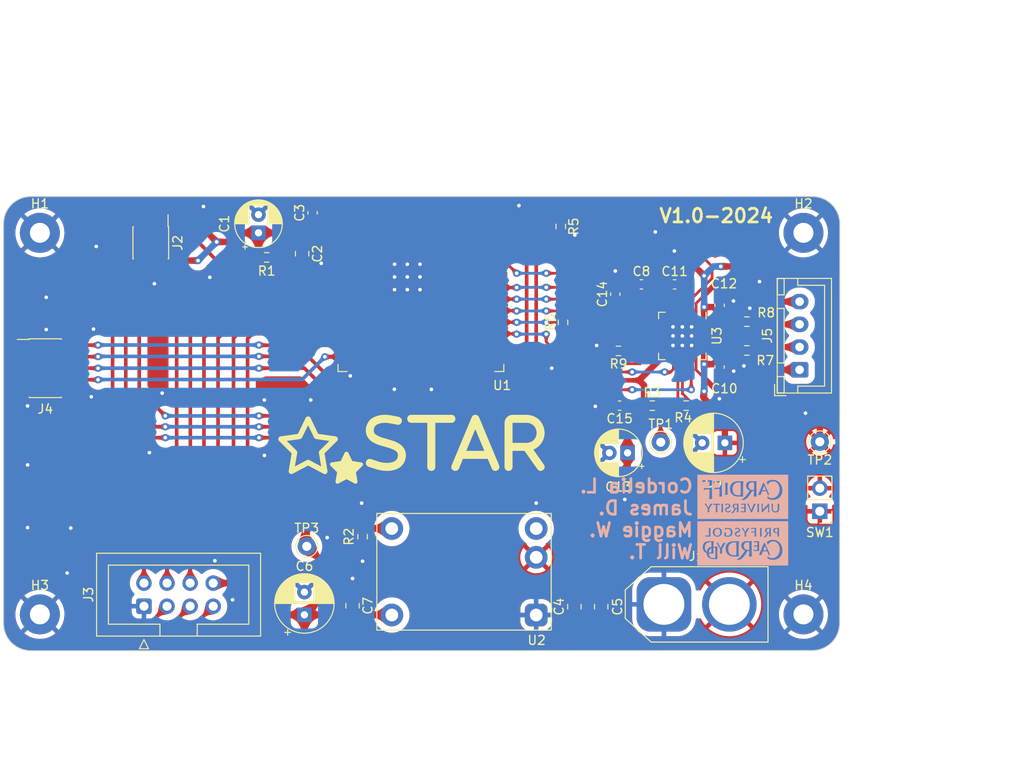
<source format=kicad_pcb>
(kicad_pcb (version 20221018) (generator pcbnew)
  (layers (0 "F.Cu" signal) (31 "B.Cu" signal) (34 "B.Paste" user) (35 "F.Paste" user) (36 "B.SilkS" user "B.Silkscreen") (37 "F.SilkS" user "F.Silkscreen") (38 "B.Mask" user) (39 "F.Mask" user) (44 "Edge.Cuts" user))
  (net 0 "")
  (net 1 "+3V3")
  (net 2 "GND")
  (net 3 "/EN")
  (net 4 "+12V")
  (net 5 "Net-(U3-VCP)")
  (net 6 "Net-(U3-CP2)")
  (net 7 "Net-(U3-CP1)")
  (net 8 "Net-(U3-VREG)")
  (net 9 "VBAT")
  (net 10 "/TXD0")
  (net 11 "/RXD0")
  (net 12 "/IO0")
  (net 13 "/IO32")
  (net 15 "/IO33")
  (net 16 "/IO5")
  (net 18 "/IO16")
  (net 19 "/IO35")
  (net 20 "/IO27")
  (net 21 "/TMS")
  (net 22 "/TCK")
  (net 23 "/TDO")
  (net 24 "/TDI")
  (net 26 "/STEPPER_1A")
  (net 27 "/STEPPER_1B")
  (net 28 "/STEPPER_2A")
  (net 29 "/STEPPER_2B")
  (net 30 "Net-(U2-Vo_Adj)")
  (net 31 "/STEPPER_REF")
  (net 32 "/~{ENABLE}")
  (net 33 "/~{SLEEP}")
  (net 34 "Net-(U3-SENSE1)")
  (net 35 "Net-(U3-SENSE2)")
  (net 36 "Net-(U3-ROSC)")
  (net 39 "/STEP")
  (net 40 "/DIR")
  (net 48 "/~{RESET}")
  (net 50 "/MS1")
  (net 51 "/MS2")
  (net 52 "/MS3")
  (footprint "Resistor_SMD:R_0603_1608Metric_Pad0.98x0.95mm_HandSolder" (layer "F.Cu") (at 113.1 88.021306 180)
    (fp_text reference "R4")
    (fp_text value "27k")
  )
  (footprint "Resistor_SMD:R_0603_1608Metric_Pad0.98x0.95mm_HandSolder" (layer "F.Cu") (at 66.95 71.7)
    (fp_text reference "R1")
    (fp_text value "10k")
  )
  (footprint "Capacitor_SMD:C_0603_1608Metric_Pad1.08x0.95mm_HandSolder" (layer "F.Cu") (at 116.775 83.775 -90)
    (fp_text reference "C10")
    (fp_text value "0.1uF")
  )
  (footprint "Resistor_SMD:R_0603_1608Metric_Pad0.98x0.95mm_HandSolder" (layer "F.Cu") (at 119.775 78.775)
    (fp_text reference "R8")
    (fp_text value "50m")
  )
  (footprint "Resistor_SMD:R_0603_1608Metric_Pad0.98x0.95mm_HandSolder" (layer "F.Cu") (at 99.55 78.85 90)
    (fp_text reference "R6")
    (fp_text value "100k")
  )
  (footprint "Resistor_SMD:R_0603_1608Metric_Pad0.98x0.95mm_HandSolder" (layer "F.Cu") (at 109.375 88.021306)
    (fp_text reference "R3")
    (fp_text value "100k")
  )
  (footprint "Capacitor_THT:CP_Radial_D5.0mm_P2.00mm" (layer "F.Cu") (at 66.05 69 90)
    (fp_text reference "C1")
    (fp_text value "22uF")
  )
  (footprint "Connector_PinHeader_1.27mm:PinHeader_2x03_P1.27mm_Vertical_SMD" (layer "F.Cu") (at 54.2 70.1 -90)
    (fp_text reference "J2")
    (fp_text value "UART")
  )
  (footprint "Capacitor_SMD:C_0603_1608Metric_Pad1.08x0.95mm_HandSolder" (layer "F.Cu") (at 111.825 74.675)
    (fp_text reference "C11")
    (fp_text value "0.1uF X7R")
  )
  (footprint "Connector_PinHeader_2.54mm:PinHeader_1x02_P2.54mm_Vertical" (layer "F.Cu") (at 127.8 99.65 180)
    (fp_text reference "SW1")
    (fp_text value "Power Switch")
  )
  (footprint "Capacitor_SMD:C_0603_1608Metric_Pad1.08x0.95mm_HandSolder" (layer "F.Cu") (at 116.775 76.975 90)
    (fp_text reference "C12")
    (fp_text value "0.1uF")
  )
  (footprint "MountingHole:MountingHole_2.2mm_M2_Pad" (layer "F.Cu") (at 42 69)
    (fp_text reference "H1")
    (fp_text value "Mount Hole")
  )
  (footprint "Module:Texas_EUS_R-PDSS-T5_THT" (layer "F.Cu") (at 96.6 111.07 180)
    (fp_text reference "U2")
    (fp_text value "PTN78000W_EUS-5")
  )
  (footprint "Resistor_SMD:R_0603_1608Metric_Pad0.98x0.95mm_HandSolder" (layer "F.Cu") (at 105.65 82 180)
    (fp_text reference "R9")
    (fp_text value "10k")
  )
  (footprint "Capacitor_SMD:C_0805_2012Metric_Pad1.18x1.45mm_HandSolder" (layer "F.Cu") (at 70.85 71.3 -90)
    (fp_text reference "C2")
    (fp_text value "1uF")
  )
  (footprint "Capacitor_SMD:C_0805_2012Metric_Pad1.18x1.45mm_HandSolder" (layer "F.Cu") (at 100.8 110.15 90)
    (fp_text reference "C4")
    (fp_text value "1uF X7R")
  )
  (footprint "Connector_AMASS:AMASS_XT60-M_1x02_P7.20mm_Vertical" (layer "F.Cu") (at 110.65 109.9)
    (fp_text reference "J1")
    (fp_text value "Battery")
  )
  (footprint "Capacitor_SMD:C_0603_1608Metric_Pad1.08x0.95mm_HandSolder" (layer "F.Cu") (at 105.775 88.021306 180)
    (fp_text reference "C15")
    (fp_text value "0.22uF")
  )
  (footprint "Capacitor_THT:CP_Radial_D6.3mm_P2.50mm" (layer "F.Cu") (at 71.1 111.05 90)
    (fp_text reference "C6")
    (fp_text value "100uF")
  )
  (footprint "Connector_JST:JST_XH_B4B-XH-A_1x04_P2.50mm_Vertical" (layer "F.Cu") (at 125.575 84.075 90)
    (fp_text reference "J5")
    (fp_text value "Stepper Motor")
  )
  (footprint "custom:ESP32-WROOM-32D-No-Thermal-Vias" (layer "F.Cu") (at 83.9175 74.385)
    (fp_text reference "U1")
    (fp_text value "ESP32-WROOM-32D-No-Thermal-Vias")
  )
  (footprint "Resistor_SMD:R_0603_1608Metric_Pad0.98x0.95mm_HandSolder" (layer "F.Cu") (at 99.3 68.3 -90)
    (fp_text reference "R5")
    (fp_text value "100k")
  )
  (footprint "Capacitor_SMD:C_0603_1608Metric_Pad1.08x0.95mm_HandSolder" (layer "F.Cu") (at 105.3 75.75 90)
    (fp_text reference "C14")
    (fp_text value "0.22uF X7R")
  )
  (footprint "Resistor_SMD:R_0603_1608Metric_Pad0.98x0.95mm_HandSolder" (layer "F.Cu") (at 77.5 102.45 -90)
    (fp_text reference "R2")
    (fp_text value "78.7k")
  )
  (footprint "Capacitor_SMD:C_0603_1608Metric_Pad1.08x0.95mm_HandSolder" (layer "F.Cu") (at 108.175 74.675)
    (fp_text reference "C8")
    (fp_text value "0.1uF X7R")
  )
  (footprint "Capacitor_SMD:C_0805_2012Metric_Pad1.18x1.45mm_HandSolder" (layer "F.Cu") (at 76.4 110.05 -90)
    (fp_text reference "C7")
    (fp_text value "1uF X7R")
  )
  (footprint "Resistor_SMD:R_0603_1608Metric_Pad0.98x0.95mm_HandSolder" (layer "F.Cu") (at 119.775 81.95)
    (fp_text reference "R7")
    (fp_text value "50m")
  )
  (footprint "Capacitor_SMD:C_0805_2012Metric_Pad1.18x1.45mm_HandSolder" (layer "F.Cu") (at 103.75 110.15 90)
    (fp_text reference "C5")
    (fp_text value "2.2uF X7R")
  )
  (footprint "TestPoint:TestPoint_THTPad_D2.0mm_Drill1.0mm" (layer "F.Cu") (at 71.36 103.51)
    (fp_text reference "TP3")
    (fp_text value "+3V3_TP")
  )
  (footprint "Capacitor_SMD:C_0603_1608Metric_Pad1.08x0.95mm_HandSolder" (layer "F.Cu") (at 72 66.8 90)
    (fp_text reference "C3")
    (fp_text value "0.1uF")
  )
  (footprint "MountingHole:MountingHole_2.2mm_M2_Pad" (layer "F.Cu") (at 42 111)
    (fp_text reference "H3")
    (fp_text value "Mount Hole")
  )
  (footprint "Capacitor_THT:CP_Radial_D6.3mm_P2.50mm" (layer "F.Cu") (at 117.357379 92.121306 180)
    (fp_text reference "C9")
    (fp_text value "4.7uF")
  )
  (footprint "Connector_PinHeader_1.27mm:PinHeader_2x05_P1.27mm_Vertical_SMD" (layer "F.Cu") (at 42.6 83.9)
    (fp_text reference "J4")
    (fp_text value "JTAG")
  )
  (footprint "Connector_IDC:IDC-Header_2x04_P2.54mm_Vertical" (layer "F.Cu") (at 53.45 110.1 90)
    (fp_text reference "J3")
    (fp_text value "I/O Breakout")
  )
  (footprint "TestPoint:TestPoint_THTPad_D2.0mm_Drill1.0mm" (layer "F.Cu") (at 127.8 92 180)
    (fp_text reference "TP2")
    (fp_text value "+12V_TP")
  )
  (footprint "MountingHole:MountingHole_2.2mm_M2_Pad" (layer "F.Cu") (at 126 69)
    (fp_text reference "H2")
    (fp_text value "Mount Hole")
  )
  (footprint "custom:QFN-28-1EP_5x5mm_P0.5mm_EP3.1x3.1mm_Extended Pins" (layer "F.Cu") (at 112.675 80.35 -90)
    (fp_text reference "U3")
    (fp_text value "A4988")
  )
  (footprint "Capacitor_THT:CP_Radial_D5.0mm_P2.00mm" (layer "F.Cu") (at 106.65 93.221306 180)
    (fp_text reference "C13")
    (fp_text value "1uF")
  )
  (footprint "MountingHole:MountingHole_2.2mm_M2_Pad" (layer "F.Cu") (at 126 111)
    (fp_text reference "H4")
    (fp_text value "Mount Hole")
  )
  (footprint "TestPoint:TestPoint_THTPad_D2.0mm_Drill1.0mm" (layer "F.Cu") (at 110.3 92.05)
    (fp_text reference "TP1")
    (fp_text value "STEPPER_REF_TP")
  )
  (gr_poly (pts (xy 121.486012 97.33226) (xy 121.88086 97.33226) (xy 121.673974 96.839459)) (fill solid) (layer "B.SilkS"))
  (gr_poly (pts (xy 114.33008 100.503078) (xy 124.323105 100.503078) (xy 124.323105 98.816685) (xy 123.340775 98.816685) (xy 123.336431 98.890225) (xy 123.333672 98.962891) (xy 123.332221 99.046669) (xy 123.331799 99.153541) (xy 123.331799 99.385425) (xy 123.331355 99.411248) (xy 123.330031 99.436094) (xy 123.327833 99.459974) (xy 123.32477 99.482897) (xy 123.320852 99.504875) (xy 123.316085 99.525916) (xy 123.31048 99.546032) (xy 123.304043 99.565233) (xy 123.296784 99.58353) (xy 123.28871 99.600932) (xy 123.279831 99.617449) (xy 123.270155 99.633093) (xy 123.259689 99.647874) (xy 123.248444 99.661801) (xy 123.236425 99.674885) (xy 123.223644 99.687136) (xy 123.210107 99.698565) (xy 123.195822 99.709182) (xy 123.1808 99.718998) (xy 123.165047 99.728021) (xy 123.148573 99.736264) (xy 123.131385 99.743736) (xy 123.113492 99.750448) (xy 123.094903 99.756409) (xy 123.075626 99.76163) (xy 123.055669 99.766122) (xy 123.013749 99.772958) (xy 122.969212 99.776999) (xy 122.922123 99.778327) (xy 122.898292 99.777929) (xy 122.875143 99.776736) (xy 122.852677 99.77475) (xy 122.830898 99.771973) (xy 122.809809 99.768407) (xy 122.789412 99.764055) (xy 122.76971 99.758917) (xy 122.750706 99.752997) (xy 122.732403 99.746296) (xy 122.714804 99.738816) (xy 122.697911 99.73056) (xy 122.686347 99.724107) (xy 122.247853 99.724107) (xy 122.247764 99.726483) (xy 122.247536 99.728837) (xy 122.24717 99.731164) (xy 122.24667 99.733457) (xy 122.246037 99.735711) (xy 122.245273 99.737918) (xy 122.244382 99.740073) (xy 122.243366 99.742169) (xy 122.242226 99.7442) (xy 122.240966 99.74616) (xy 122.239588 99.748042) (xy 122.238094 99.749841) (xy 122.236487 99.751549) (xy 122.234769 99.753162) (xy 122.232956 99.754659) (xy 122.231071 99.756027) (xy 122.229119 99.757263) (xy 122.227106 99.758367) (xy 122.22504 99.759336) (xy 122.222926 99.76017) (xy 122.220771 99.760867) (xy 122.218581 99.761425) (xy 122.216362 99.761843) (xy 122.214121 99.762121) (xy 122.211864 99.762256) (xy 122.209598 99.762246) (xy 122.207328 99.762092) (xy 122.205061 99.76179) (xy 122.202804 99.761341) (xy 122.200562 99.760742) (xy 122.100629 99.760745) (xy 122.104956 99.723094) (xy 122.108619 99.685375) (xy 122.111619 99.6476) (xy 122.113953 99.609777) (xy 122.115622 99.571915) (xy 122.116625 99.534025) (xy 122.116961 99.496117) (xy 122.116631 99.458198) (xy 122.116631 99.114231) (xy 121.792225 99.441133) (xy 121.712205 99.523157) (xy 121.632783 99.606231) (xy 121.554042 99.690821) (xy 121.476063 99.777393) (xy 121.405213 99.777393) (xy 121.412045 99.304493) (xy 121.411742 99.271724) (xy 121.410924 99.239634) (xy 121.408308 99.177104) (xy 121.405317 99.116134) (xy 121.40403 99.085995) (xy 121.403069 99.055957) (xy 121.401984 99.026731) (xy 121.400366 98.999131) (xy 121.398424 98.973215) (xy 121.396367 98.949044) (xy 121.392743 98.90617) (xy 121.391593 98.887586) (xy 121.391163 98.870983) (xy 121.390749 98.8685) (xy 121.390478 98.866011) (xy 121.390348 98.863523) (xy 121.390359 98.861042) (xy 121.390507 98.858573) (xy 121.390792 98.856123) (xy 121.391213 98.853699) (xy 121.391766 98.851305) (xy 121.392452 98.848948) (xy 121.393267 98.846635) (xy 121.394211 98.844371) (xy 121.395282 98.842163) (xy 121.396479 98.840017) (xy 121.397799 98.837938) (xy 121.399241 98.835932) (xy 121.400803 98.834007) (xy 121.402472 98.832181) (xy 121.404231 98.830471) (xy 121.406073 98.82888) (xy 121.407993 98.827409) (xy 121.409986 98.826061) (xy 121.412046 98.824839) (xy 121.414168 98.823744) (xy 121.416344 98.82278) (xy 121.418571 98.821947) (xy 121.420842 98.821249) (xy 121.423151 98.820688) (xy 121.425494 98.820266) (xy 121.427863 98.819985) (xy 121.430254 98.819848) (xy 121.432661 98.819857) (xy 121.435078 98.820015) (xy 121.525056 98.820015) (xy 121.520709 98.937967) (xy 121.517949 99.055633) (xy 121.516498 99.174274) (xy 121.516076 99.29515) (xy 121.516076 99.458198) (xy 121.597867 99.379632) (xy 121.678548 99.299994) (xy 121.837747 99.138217) (xy 122.149588 98.815941) (xy 121.116352 98.815941) (xy 121.112075 98.870665) (xy 121.108517 98.925449) (xy 121.10568 98.980273) (xy 121.103563 99.035129) (xy 121.102167 99.090011) (xy 121.101491 99.14491) (xy 121.101537 99.199818) (xy 121.102303 99.25473) (xy 121.102731 99.334534) (xy 121.103858 99.400599) (xy 121.105452 99.45606) (xy 121.10728 99.50405) (xy 121.110702 99.590153) (xy 121.111831 99.634533) (xy 121.11226 99.683978) (xy 121.112696 99.687929) (xy 121.112911 99.691875) (xy 121.112908 99.695808) (xy 121.112689 99.699719) (xy 121.112258 99.703598) (xy 121.111616 99.707437) (xy 121.110768 99.711227) (xy 121.109716 99.714958) (xy 121.108463 99.71862) (xy 121.107011 99.722206) (xy 121.105363 99.725705) (xy 121.103523 99.729109) (xy 121.101493 99.732409) (xy 121.099276 99.735594) (xy 121.096875 99.738657) (xy 121.094292 99.741588) (xy 121.091551 99.744359) (xy 121.088677 99.746945) (xy 121.08568 99.749344) (xy 121.082568 99.751551) (xy 121.079351 99.753563) (xy 121.076036 99.755378) (xy 121.072633 99.756992) (xy 121.06915 99.758402) (xy 121.065596 99.759605) (xy 121.06198 99.760597) (xy 121.058309 99.761375) (xy 121.054594 99.761936) (xy 121.050842 99.762277) (xy 121.047063 99.762395) (xy 121.043265 99.762286) (xy 121.039456 99.761947) (xy 120.925473 99.761947) (xy 120.929646 99.718984) (xy 120.933186 99.670842) (xy 120.936116 99.617006) (xy 120.93846 99.55696) (xy 120.941486 99.416178) (xy 120.942452 99.244373) (xy 120.942067 99.18016) (xy 120.94105 99.126951) (xy 120.939612 99.0822) (xy 120.937964 99.043358) (xy 120.934879 98.973214) (xy 120.933862 98.936817) (xy 120.933476 98.896141) (xy 120.932725 98.892078) (xy 120.93222 98.888002) (xy 120.931959 98.883925) (xy 120.931939 98.879857) (xy 120.932157 98.87581) (xy 120.93261 98.871795) (xy 120.933296 98.867822) (xy 120.934211 98.863903) (xy 120.935352 98.860049) (xy 120.936717 98.85627) (xy 120.938302 98.852578) (xy 120.940105 98.848984) (xy 120.942122 98.845499) (xy 120.944351 98.842134) (xy 120.946789 98.8389) (xy 120.949433 98.835808) (xy 120.952256 98.832893) (xy 120.955227 98.830184) (xy 120.958335 98.827685) (xy 120.961569 98.825399) (xy 120.96492 98.82333) (xy 120.968377 98.821482) (xy 120.971929 98.819858) (xy 120.975566 98.818463) (xy 120.97699 98.818016) (xy 120.750615 98.818016) (xy 120.645337 99.052123) (xy 120.541733 99.287477) (xy 120.441127 99.525364) (xy 120.392362 99.645661) (xy 120.344842 99.767074) (xy 120.225984 99.767074) (xy 120.180299 99.65408) (xy 120.133334 99.541868) (xy 120.036456 99.319006) (xy 119.837186 98.874061) (xy 119.836962 98.873032) (xy 119.836768 98.871999) (xy 119.836604 98.870961) (xy 119.836469 98.86992) (xy 119.836365 98.868876) (xy 119.83629 98.86783) (xy 119.836245 98.866782) (xy 119.83623 98.865734) (xy 119.836245 98.864686) (xy 119.83629 98.863638) (xy 119.836365 98.862592) (xy 119.836469 98.861548) (xy 119.836604 98.860507) (xy 119.836768 98.859469) (xy 119.836962 98.858436) (xy 119.837186 98.857407) (xy 119.83672 98.855687) (xy 119.836346 98.853953) (xy 119.836061 98.852208) (xy 119.835867 98.850456) (xy 119.835763 98.8487) (xy 119.835748 98.846945) (xy 119.835822 98.845193) (xy 119.835984 98.843449) (xy 119.836234 98.841716) (xy 119.836572 98.839999) (xy 119.836996 98.8383) (xy 119.837507 98.836623) (xy 119.838105 98.834973) (xy 119.838788 98.833352) (xy 119.839556 98.831765) (xy 119.840409 98.830215) (xy 119.841341 98.828715) (xy 119.842344 98.827277) (xy 119.843414 98.825902) (xy 119.84455 98.824592) (xy 119.845747 98.823351) (xy 119.847003 98.822179) (xy 119.848315 98.821079) (xy 119.849681 98.820053) (xy 119.851096 98.819103) (xy 119.852451 98.818294) (xy 119.676331 98.818294) (xy 119.674529 98.821392) (xy 119.672804 98.824542) (xy 119.671159 98.827733) (xy 119.669596 98.830966) (xy 119.668114 98.834237) (xy 119.666716 98.837546) (xy 119.665401 98.84089) (xy 119.66417 98.844267) (xy 119.663023 98.847677) (xy 119.661962 98.851117) (xy 119.660986 98.854586) (xy 119.660097 98.858082) (xy 119.659294 98.861603) (xy 119.658579 98.865147) (xy 119.657953 98.868713) (xy 119.657415 98.872299) (xy 119.655104 98.915221) (xy 119.653365 98.958206) (xy 119.651278 99.044281) (xy 119.650502 99.130355) (xy 119.650388 99.216262) (xy 119.657415 99.692409) (xy 119.658017 99.695497) (xy 119.658436 99.698598) (xy 119.658675 99.701702) (xy 119.658734 99.704802) (xy 119.658616 99.707889) (xy 119.658324 99.710956) (xy 119.657857 99.713995) (xy 119.65722 99.716998) (xy 119.656413 99.719956) (xy 119.655439 99.722861) (xy 119.6543 99.725706) (xy 119.652996 99.728483) (xy 119.651532 99.731182) (xy 119.649908 99.733798) (xy 119.648126 99.73632) (xy 119.646188 99.738742) (xy 119.644113 99.741037) (xy 119.641923 99.743184) (xy 119.639626 99.745179) (xy 119.637228 99.747019) (xy 119.634737 99.748703) (xy 119.632162 99.750225) (xy 119.629508 99.751585) (xy 119.626784 99.752777) (xy 119.623997 99.753801) (xy 119.621154 99.754652) (xy 119.618264 99.755328) (xy 119.615332 99.755825) (xy 119.612368 99.75614) (xy 119.609377 99.756272) (xy 119.606369 99.756216) (xy 119.603349 99.755969) (xy 119.183713 99.755966) (xy 119.180342 99.756333) (xy 119.176975 99.756507) (xy 119.173619 99.756491) (xy 119.170281 99.756287) (xy 119.166967 99.755897) (xy 119.163685 99.755324) (xy 119.160442 99.754569) (xy 119.157244 99.753635) (xy 119.154099 99.752524) (xy 119.151013 99.751239) (xy 119.147995 99.749781) (xy 119.14505 99.748153) (xy 119.142185 99.746357) (xy 119.139408 99.744396) (xy 119.136726 99.742271) (xy 119.134145 99.739986) (xy 119.131689 99.737556) (xy 119.129376 99.735005) (xy 119.127209 99.732338) (xy 119.125191 99.729563) (xy 119.123325 99.726688) (xy 119.121614 99.723718) (xy 119.12006 99.720661) (xy 119.118667 99.717524) (xy 119.117438 99.714314) (xy 119.116375 99.711038) (xy 119.115481 99.707703) (xy 119.11476 99.704316) (xy 119.114213 99.700884) (xy 119.113844 99.697413) (xy 119.113656 99.693912) (xy 119.113652 99.690387) (xy 119.113652 99.620735) (xy 119.130204 99.626423) (xy 119.146865 99.631687) (xy 119.163629 99.636528) (xy 119.180489 99.640942) (xy 119.197436 99.64493) (xy 119.214463 99.64849) (xy 119.231562 99.651622) (xy 119.248727 99.654323) (xy 119.265949 99.656594) (xy 119.283222 99.658432) (xy 119.300537 99.659838) (xy 119.317886 99.660809) (xy 119.335264 99.661345) (xy 119.352662 99.661445) (xy 119.370072 99.661107) (xy 119.387487 99.660331) (xy 119.451505 99.660331) (xy 119.454682 99.660274) (xy 119.457661 99.660102) (xy 119.460447 99.659817) (xy 119.463047 99.659421) (xy 119.465468 99.658915) (xy 119.467716 99.658302) (xy 119.469797 99.657581) (xy 119.471718 99.656756) (xy 119.473485 99.655826) (xy 119.475105 99.654795) (xy 119.476583 99.653663) (xy 119.477928 99.652432) (xy 119.479144 99.651104) (xy 119.480238 99.64968) (xy 119.481217 99.648161) (xy 119.482087 99.646549) (xy 119.482855 99.644846) (xy 119.483527 99.643053) (xy 119.484109 99.641172) (xy 119.484608 99.639203) (xy 119.485381 99.635013) (xy 119.485899 99.630493) (xy 119.486213 99.625656) (xy 119.486373 99.620515) (xy 119.48644 99.609367) (xy 119.48644 99.38784) (xy 119.486444 99.315151) (xy 119.444823 99.314289) (xy 119.403224 99.314716) (xy 119.361673 99.316429) (xy 119.320199 99.319424) (xy 119.278829 99.323701) (xy 119.237589 99.329255) (xy 119.196509 99.336085) (xy 119.155614 99.344188) (xy 119.15561 99.268249) (xy 119.155672 99.264949) (xy 119.155916 99.261677) (xy 119.156337 99.258441) (xy 119.156932 99.255248) (xy 119.157698 99.252105) (xy 119.158633 99.249019) (xy 119.159731 99.245997) (xy 119.160991 99.243047) (xy 119.162409 99.240175) (xy 119.163982 99.23739) (xy 119.165706 99.234697) (xy 119.167578 99.232104) (xy 119.169594 99.229619) (xy 119.171753 99.227248) (xy 119.174049 99.224998) (xy 119.17648 99.222877) (xy 119.179025 99.220905) (xy 119.181659 99.2191) (xy 119.184374 99.217462) (xy 119.187164 99.215994) (xy 119.19002 99.214697) (xy 119.192936 99.213572) (xy 119.195904 99.212623) (xy 119.198916 99.211849) (xy 119.201966 99.211254) (xy 119.205045 99.210838) (xy 119.208146 99.210604) (xy 119.211263 99.210552) (xy 119.214387 99.210686) (xy 119.217511 99.211006) (xy 119.220627 99.211514) (xy 119.223729 99.212211) (xy 119.491513 99.221565) (xy 119.491513 99.056282) (xy 119.491398 99.021277) (xy 119.491133 99.003366) (xy 119.49062 98.985283) (xy 119.48978 98.967102) (xy 119.488531 98.948899) (xy 119.486793 98.930749) (xy 119.484483 98.912727) (xy 119.439041 98.91134) (xy 119.393621 98.911582) (xy 119.348263 98.913449) (xy 119.303006 98.916938) (xy 119.257891 98.922044) (xy 119.212959 98.928764) (xy 119.16825 98.937093) (xy 119.123803 98.947029) (xy 119.123952 98.92538) (xy 119.12431 98.914303) (xy 119.12501 98.903231) (xy 119.126165 98.892296) (xy 119.12695 98.88692) (xy 119.127891 98.881627) (xy 119.129003 98.876433) (xy 119.130301 98.871355) (xy 119.131799 98.866409) (xy 119.13351 98.86161) (xy 119.13545 98.856977) (xy 119.137633 98.852524) (xy 119.140073 98.848268) (xy 119.142783 98.844225) (xy 119.14578 98.840412) (xy 119.149076 98.836845) (xy 119.152687 98.833541) (xy 119.156625 98.830515) (xy 119.160907 98.827784) (xy 119.165546 98.825364) (xy 119.170556 98.823272) (xy 119.175951 98.821523) (xy 119.18123 98.820259) (xy 118.873971 98.820259) (xy 118.871618 98.823766) (xy 118.869397 98.827352) (xy 118.867309 98.831013) (xy 118.865356 98.834746) (xy 118.863538 98.838546) (xy 118.861858 98.842409) (xy 118.860316 98.846331) (xy 118.858914 98.850308) (xy 118.857653 98.854336) (xy 118.856535 98.858411) (xy 118.855561 98.862529) (xy 118.854732 98.866685) (xy 118.854049 98.870875) (xy 118.853515 98.875096) (xy 118.853129 98.879344) (xy 118.852895 98.883613) (xy 118.85089 98.925024) (xy 118.849948 98.970644) (xy 118.850276 99.070653) (xy 118.851913 99.175926) (xy 118.852895 99.278747) (xy 118.852895 99.695613) (xy 118.853187 99.699024) (xy 118.853279 99.702424) (xy 118.853174 99.705806) (xy 118.852874 99.709159) (xy 118.852384 99.712477) (xy 118.851706 99.71575) (xy 118.850843 99.71897) (xy 118.849798 99.722129) (xy 118.848575 99.725217) (xy 118.847176 99.728227) (xy 118.845604 99.731149) (xy 118.843864 99.733976) (xy 118.841957 99.736698) (xy 118.839887 99.739308) (xy 118.837658 99.741797) (xy 118.835271 99.744155) (xy 118.832751 99.746358) (xy 118.830124 99.748384) (xy 118.8274 99.750231) (xy 118.824586 99.751896) (xy 118.82169 99.753378) (xy 118.818723 99.754675) (xy 118.815691 99.755783) (xy 118.812604 99.756701) (xy 118.80947 99.757426) (xy 118.806297 99.757957) (xy 118.803094 99.758291) (xy 118.79987 99.758426) (xy 118.796633 99.758359) (xy 118.793391 99.758088) (xy 118.790153 99.757612) (xy 118.786927 99.756927) (xy 118.667089 99.756938) (xy 118.67169 99.711079) (xy 118.67555 99.665155) (xy 118.678668 99.619177) (xy 118.681042 99.573153) (xy 118.682674 99.527094) (xy 118.683561 99.481009) (xy 118.683704 99.434908) (xy 118.683103 99.388801) (xy 118.583173 99.388801) (xy 118.530815 99.475579) (xy 118.50444 99.518206) (xy 118.477687 99.560531) (xy 118.450373 99.60271) (xy 118.422312 99.644898) (xy 118.393319 99.68725) (xy 118.36321 99.729923) (xy 118.351928 99.746587) (xy 118.339698 99.762299) (xy 118.326575 99.777031) (xy 118.312618 99.790752) (xy 118.297881 99.803433) (xy 118.282421 99.815046) (xy 118.266295 99.825561) (xy 118.24956 99.834949) (xy 118.232271 99.84318) (xy 118.214486 99.850226) (xy 118.19626 99.856057) (xy 118.17765 99.860644) (xy 118.158712 99.863957) (xy 118.139504 99.865969) (xy 118.120081 99.866648) (xy 118.100499 99.865966) (xy 118.051515 99.865966) (xy 118.104914 99.806826) (xy 118.156841 99.746334) (xy 118.207273 99.684522) (xy 118.236455 99.646877) (xy 117.973908 99.646877) (xy 117.973856 99.65025) (xy 117.973677 99.6536) (xy 117.973374 99.656925) (xy 117.972947 99.660222) (xy 117.972398 99.663487) (xy 117.97173 99.666717) (xy 117.970944 99.669909) (xy 117.970042 99.673059) (xy 117.969027 99.676165) (xy 117.967899 99.679223) (xy 117.96666 99.68223) (xy 117.965313 99.685183) (xy 117.96386 99.688078) (xy 117.962302 99.690912) (xy 117.960641 99.693682) (xy 117.958879 99.696385) (xy 117.957017 99.699018) (xy 117.955058 99.701577) (xy 117.953004 99.704059) (xy 117.950856 99.706461) (xy 117.948617 99.708779) (xy 117.946287 99.711011) (xy 117.943869 99.713153) (xy 117.941365 99.715202) (xy 117.938777 99.717155) (xy 117.936106 99.719008) (xy 117.933354 99.720758) (xy 117.930524 99.722402) (xy 117.927617 99.723938) (xy 117.924634 99.72536) (xy 117.913365 99.731182) (xy 117.901953 99.736644) (xy 117.890406 99.741746) (xy 117.878731 99.746484) (xy 117.866936 99.750857) (xy 117.855031 99.754864) (xy 117.843022 99.758501) (xy 117.830917 99.761767) (xy 117.818725 99.764661) (xy 117.806454 99.767179) (xy 117.794111 99.76932) (xy 117.781705 99.771082) (xy 117.769244 99.772463) (xy 117.756735 99.773461) (xy 117.744186 99.774073) (xy 117.731607 99.774299) (xy 117.697828 99.773081) (xy 117.66448 99.769426) (xy 117.648043 99.766685) (xy 117.631804 99.763334) (xy 117.615793 99.759375) (xy 117.600041 99.754806) (xy 117.584578 99.749628) (xy 117.569433 99.743841) (xy 117.554638 99.737445) (xy 117.540221 99.73044) (xy 117.526214 99.722826) (xy 117.512646 99.714602) (xy 117.499548 99.705769) (xy 117.486949 99.696328) (xy 117.47488 99.686277) (xy 117.463372 99.675616) (xy 117.452454 99.664347) (xy 117.442156 99.652469) (xy 117.432508 99.639981) (xy 117.423541 99.626884) (xy 117.415285 99.613178) (xy 117.407771 99.598863) (xy 117.401027 99.583939) (xy 117.395084 99.568406) (xy 117.389974 99.552263) (xy 117.385724 99.535512) (xy 117.382367 99.518151) (xy 117.379931 99.500181) (xy 117.378448 99.481602) (xy 117.377947 99.462413) (xy 117.379616 99.435194) (xy 117.383584 99.410171) (xy 117.389696 99.387215) (xy 117.397798 99.366196) (xy 117.407736 99.346983) (xy 117.419356 99.329447) (xy 117.432504 99.313456) (xy 117.447025 99.298881) (xy 117.462765 99.285592) (xy 117.479569 99.273457) (xy 117.497285 99.262348) (xy 117.515757 99.252134) (xy 117.554353 99.233868) (xy 117.594124 99.217619) (xy 117.672258 99.187003) (xy 117.708152 99.170552) (xy 117.724766 99.161585) (xy 117.740287 99.15195) (xy 117.754559 99.141517) (xy 117.767428 99.130156) (xy 117.778741 99.117736) (xy 117.788342 99.104127) (xy 117.796079 99.089199) (xy 117.801795 99.072822) (xy 117.805339 99.054865) (xy 117.806554 99.035198) (xy 117.806554 99.034019) (xy 117.806005 99.026811) (xy 117.805106 99.019675) (xy 117.803861 99.012624) (xy 117.802277 99.00567) (xy 117.80036 98.998826) (xy 117.798116 98.992105) (xy 117.795551 98.985518) (xy 117.792671 98.979079) (xy 117.789481 98.972799) (xy 117.785988 98.966692) (xy 117.782198 98.96077) (xy 117.778116 98.955044) (xy 117.773748 98.949529) (xy 117.769101 98.944235) (xy 117.764181 98.939176) (xy 117.758992 98.934364) (xy 117.753573 98.929836) (xy 117.747964 98.925624) (xy 117.742177 98.921731) (xy 117.736226 98.918161) (xy 117.730124 98.914919) (xy 117.723883 98.912009) (xy 117.717516 98.909434) (xy 117.711035 98.907199) (xy 117.704455 98.905307) (xy 117.697787 98.903764) (xy 117.691044 98.902572) (xy 117.684239 98.901737) (xy 117.677385 98.901261) (xy 117.670494 98.901149) (xy 117.66358 98.901406) (xy 117.656655 98.902035) (xy 117.649072 98.902145) (xy 117.641526 98.902507) (xy 117.634022 98.903118) (xy 117.626566 98.903974) (xy 117.619162 98.905072) (xy 117.611815 98.906411) (xy 117.60453 98.907987) (xy 117.597312 98.909797) (xy 117.590166 98.91184) (xy 117.583096 98.914111) (xy 117.576108 98.916608) (xy 117.569206 98.919328) (xy 117.562395 98.922269) (xy 117.555681 98.925428) (xy 117.542559 98.932388) (xy 117.52988 98.940185) (xy 117.517683 98.948798) (xy 117.506006 98.958204) (xy 117.500375 98.963198) (xy 117.494889 98.968381) (xy 117.489552 98.973752) (xy 117.48437 98.979307) (xy 117.479347 98.985043) (xy 117.474488 98.990959) (xy 117.469798 98.99705) (xy 117.465283 99.003315) (xy 117.460946 99.00975) (xy 117.456792 99.016353) (xy 117.452193 99.009818) (xy 117.447791 99.003153) (xy 117.443588 98.996363) (xy 117.439586 98.989454) (xy 117.435787 98.982429) (xy 117.432194 98.975295) (xy 117.428808 98.968055) (xy 117.425631 98.960716) (xy 117.422666 98.953281) (xy 117.419914 98.945757) (xy 117.417378 98.938147) (xy 117.415059 98.930456) (xy 117.412961 98.922691) (xy 117.411083 98.914854) (xy 117.40943 98.906953) (xy 117.408003 98.898991) (xy 117.408508 98.891666) (xy 117.40999 98.8847) (xy 117.412392 98.878083) (xy 117.415662 98.871807) (xy 117.419745 98.865865) (xy 117.424587 98.860247) (xy 117.430135 98.854946) (xy 117.436333 98.849954) (xy 117.443127 98.845262) (xy 117.450465 98.840862) (xy 117.466551 98.832905) (xy 117.484159 98.826018) (xy 117.502856 98.820135) (xy 117.522208 98.81519) (xy 117.529932 98.813583) (xy 117.156034 98.813583) (xy 117.15603 98.813713) (xy 117.151818 98.868451) (xy 117.148314 98.923235) (xy 117.145518 98.978058) (xy 117.14343 99.032913) (xy 117.142052 99.087792) (xy 117.141382 99.142688) (xy 117.141422 99.197594) (xy 117.142172 99.252502) (xy 117.142558 99.332306) (xy 117.143576 99.398372) (xy 117.145015 99.453833) (xy 117.146665 99.501824) (xy 117.149755 99.587927) (xy 117.150773 99.632307) (xy 117.151159 99.681751) (xy 117.151572 99.6856) (xy 117.151776 99.689446) (xy 117.151772 99.69328) (xy 117.151564 99.697093) (xy 117.151153 99.700876) (xy 117.150543 99.704622) (xy 117.149736 99.708322) (xy 117.148734 99.711967) (xy 117.147541 99.715549) (xy 117.146158 99.719059) (xy 117.144588 99.722489) (xy 117.142834 99.725831) (xy 117.140898 99.729076) (xy 117.138784 99.732215) (xy 117.136492 99.73524) (xy 117.134027 99.738143) (xy 117.131409 99.740898) (xy 117.128661 99.74348) (xy 117.125792 99.745886) (xy 117.12281 99.748114) (xy 117.119723 99.75016) (xy 117.116539 99.75202) (xy 117.113265 99.753692) (xy 117.10991 99.755172) (xy 117.106481 99.756457) (xy 117.102987 99.757544) (xy 117.099436 99.758429) (xy 117.095835 99.75911) (xy 117.092192 99.759583) (xy 117.088516 99.759845) (xy 117.084814 99.759893) (xy 117.081094 99.759723) (xy 116.968282 99.759723) (xy 116.971802 99.717443) (xy 116.974854 99.66981) (xy 116.979551 99.556527) (xy 116.982371 99.415955) (xy 116.983312 99.244175) (xy 116.983312 99.241821) (xy 116.982926 99.177607) (xy 116.981908 99.124397) (xy 116.980469 99.079645) (xy 116.978819 99.040803) (xy 116.975729 98.970659) (xy 116.975214 98.952255) (xy 116.83436 98.952255) (xy 116.79705 98.947626) (xy 116.759674 98.943723) (xy 116.722242 98.940547) (xy 116.684763 98.938099) (xy 116.647246 98.93638) (xy 116.609702 98.935389) (xy 116.57214 98.935128) (xy 116.53457 98.935596) (xy 116.532592 98.980092) (xy 116.531101 99.023344) (xy 116.529305 99.107382) (xy 116.52863 99.190249) (xy 116.528528 99.274486) (xy 116.528914 99.342133) (xy 116.529933 99.402019) (xy 116.533024 99.505675) (xy 116.536114 99.599781) (xy 116.537133 99.647729) (xy 116.537519 99.698661) (xy 116.537633 99.702307) (xy 116.537539 99.705931) (xy 116.537241 99.709524) (xy 116.536744 99.713078) (xy 116.53605 99.716584) (xy 116.535163 99.720034) (xy 116.534086 99.723419) (xy 116.532823 99.726731) (xy 116.531378 99.729961) (xy 116.529753 99.7331) (xy 116.527953 99.736141) (xy 116.525981 99.739075) (xy 116.523841 99.741892) (xy 116.521535 99.744585) (xy 116.519068 99.747146) (xy 116.516443 99.749565) (xy 116.513684 99.751818) (xy 116.510821 99.753884) (xy 116.50786 99.755761) (xy 116.504812 99.757447) (xy 116.501684 99.75894) (xy 116.498486 99.760237) (xy 116.495225 99.761337) (xy 116.491912 99.762238) (xy 116.488553 99.762937) (xy 116.485159 99.763432) (xy 116.481738 99.763721) (xy 116.478298 99.763803) (xy 116.474848 99.763674) (xy 116.471396 99.763334) (xy 116.467953 99.762779) (xy 116.464525 99.762008) (xy 116.351713 99.762008) (xy 116.356184 99.702096) (xy 116.359874 99.642134) (xy 116.362781 99.582132) (xy 116.364905 99.522098) (xy 116.366247 99.462039) (xy 116.366805 99.401963) (xy 116.36658 99.341879) (xy 116.365572 99.281795) (xy 116.365572 98.94088) (xy 116.332362 98.941411) (xy 116.299606 98.942813) (xy 116.26756 98.944795) (xy 116.236477 98.947067) (xy 116.17822 98.951321) (xy 116.151555 98.952723) (xy 116.126871 98.953255) (xy 116.123408 98.952606) (xy 116.119998 98.951777) (xy 116.116647 98.95077) (xy 116.11336 98.94959) (xy 116.110144 98.94824) (xy 116.107004 98.946724) (xy 116.103946 98.945046) (xy 116.100976 98.943209) (xy 116.098099 98.941218) (xy 116.095322 98.939076) (xy 116.092649 98.936787) (xy 116.090088 98.934354) (xy 116.087643 98.931782) (xy 116.085321 98.929075) (xy 116.083128 98.926235) (xy 116.081068 98.923267) (xy 116.07916 98.920192) (xy 116.077414 98.917033) (xy 116.075834 98.913799) (xy 116.074419 98.910494) (xy 116.073171 98.907128) (xy 116.072092 98.903706) (xy 116.071183 98.900235) (xy 116.070445 98.896724) (xy 116.069879 98.893177) (xy 116.069487 98.889604) (xy 116.06927 98.88601) (xy 116.069229 98.882402) (xy 116.069366 98.878788) (xy 116.069682 98.875175) (xy 116.070179 98.871569) (xy 116.070856 98.867977) (xy 116.070856 98.818294) (xy 115.994913 98.818294) (xy 115.947126 98.886015) (xy 115.900362 98.954305) (xy 115.854537 99.023128) (xy 115.809556 99.092463) (xy 115.765324 99.162284) (xy 115.721748 99.23257) (xy 115.636187 99.374439) (xy 115.636187 99.478397) (xy 115.636615 99.512231) (xy 115.637744 99.545591) (xy 115.639341 99.578019) (xy 115.641171 99.609054) (xy 115.644597 99.665108) (xy 115.645726 99.689209) (xy 115.646155 99.710079) (xy 115.645826 99.713015) (xy 115.64535 99.715914) (xy 115.644729 99.718771) (xy 115.643965 99.721579) (xy 115.643062 99.724334) (xy 115.642022 99.727031) (xy 115.640849 99.729663) (xy 115.639545 99.732225) (xy 115.638114 99.734713) (xy 115.636557 99.737121) (xy 115.634879 99.739443) (xy 115.633082 99.741673) (xy 115.631169 99.743808) (xy 115.629142 99.745841) (xy 115.627006 99.747767) (xy 115.624762 99.74958) (xy 115.622428 99.751265) (xy 115.620022 99.752811) (xy 115.617552 99.754215) (xy 115.615022 99.755476) (xy 115.612439 99.756594) (xy 115.609808 99.757566) (xy 115.607134 99.758391) (xy 115.604425 99.759069) (xy 115.601684 99.759597) (xy 115.59892 99.759976) (xy 115.596136 99.760202) (xy 115.593339 99.760275) (xy 115.590535 99.760195) (xy 115.587729 99.759958) (xy 115.584928 99.759565) (xy 115.582136 99.759014) (xy 115.460348 99.759014) (xy 115.464382 99.708716) (xy 115.467565 99.658389) (xy 115.469995 99.60801) (xy 115.471768 99.557557) (xy 115.473726 99.456336) (xy 115.474207 99.354541) (xy 115.44907 99.310728) (xy 115.423194 99.267379) (xy 115.396685 99.22447) (xy 115.369649 99.181976) (xy 115.342191 99.139872) (xy 115.314417 99.098134) (xy 115.258345 99.015651) (xy 115.233598 98.979388) (xy 115.208759 98.94382) (xy 115.183731 98.908836) (xy 115.158415 98.874329) (xy 115.157672 98.872821) (xy 115.156978 98.871292) (xy 115.156333 98.869743) (xy 115.155738 98.868175) (xy 115.155192 98.866589) (xy 115.154697 98.864987) (xy 115.154252 98.86337) (xy 115.153858 98.86174) (xy 115.153514 98.860097) (xy 115.153222 98.858442) (xy 115.152982 98.856779) (xy 115.152793 98.855106) (xy 115.152656 98.853427) (xy 115.152571 98.851741) (xy 115.152539 98.850051) (xy 115.152559 98.848358) (xy 115.152526 98.846698) (xy 115.152584 98.845049) (xy 115.152731 98.843413) (xy 115.152965 98.841795) (xy 115.153285 98.840197) (xy 115.15369 98.838625) (xy 115.154178 98.83708) (xy 115.154748 98.835567) (xy 115.155398 98.83409) (xy 115.156127 98.832652) (xy 115.156933 98.831256) (xy 115.157814 98.829907) (xy 115.15877 98.828607) (xy 115.159799 98.827361) (xy 115.160899 98.826171) (xy 115.162069 98.825043) (xy 115.163299 98.823984) (xy 115.164576 98.823006) (xy 115.165899 98.822109) (xy 115.167262 98.821294) (xy 115.168664 98.820562) (xy 115.170099 98.819915) (xy 115.171565 98.819352) (xy 115.173058 98.818876) (xy 115.174574 98.818487) (xy 115.176109 98.818187) (xy 115.177661 98.817975) (xy 115.179225 98.817854) (xy 115.180798 98.817825) (xy 115.182376 98.817888) (xy 115.183956 98.818044) (xy 115.185534 98.818294) (xy 115.305369 98.818298) (xy 115.314461 98.84703) (xy 115.32455 98.875368) (xy 115.335623 98.903282) (xy 115.347667 98.930747) (xy 115.36067 98.957735) (xy 115.374617 98.984218) (xy 115.389498 99.010169) (xy 115.405298 99.03556) (xy 115.441949 99.098658) (xy 115.459708 99.128647) (xy 115.476637 99.156769) (xy 115.492394 99.182406) (xy 115.50664 99.204937) (xy 115.519035 99.223744) (xy 115.529238 99.238205) (xy 115.557039 99.193146) (xy 115.584327 99.1477) (xy 115.637921 99.056035) (xy 115.691139 98.963979) (xy 115.745104 98.872303) (xy 115.748985 98.865433) (xy 115.75331 98.858958) (xy 115.758054 98.852894) (xy 115.763187 98.847256) (xy 115.768682 98.842059) (xy 115.774511 98.837317) (xy 115.780646 98.833047) (xy 115.787059 98.829263) (xy 115.793722 98.825979) (xy 115.800608 98.823213) (xy 115.807688 98.820977) (xy 115.814935 98.819287) (xy 115.82232 98.818159) (xy 115.829816 98.817608) (xy 115.837396 98.817648) (xy 115.84503 98.818294) (xy 115.994913 98.818294) (xy 116.070856 98.818294) (xy 116.734453 98.818294) (xy 116.734434 98.818241) (xy 116.738977 98.817762) (xy 116.743517 98.817527) (xy 116.748045 98.817533) (xy 116.752552 98.817777) (xy 116.75703 98.818258) (xy 116.761471 98.818973) (xy 116.765867 98.819918) (xy 116.770208 98.821093) (xy 116.774487 98.822493) (xy 116.778695 98.824117) (xy 116.782824 98.825963) (xy 116.786866 98.828027) (xy 116.790811 98.830307) (xy 116.794652 98.832801) (xy 116.798381 98.835507) (xy 116.801988 98.838421) (xy 116.805447 98.841523) (xy 116.808733 98.84479) (xy 116.811842 98.848213) (xy 116.814771 98.851786) (xy 116.817515 98.855499) (xy 116.82007 98.859345) (xy 116.822433 98.863315) (xy 116.824598 98.867402) (xy 116.826564 98.871597) (xy 116.828324 98.875892) (xy 116.829875 98.88028) (xy 116.831214 98.884752) (xy 116.832336 98.8893) (xy 116.833237 98.893916) (xy 116.833913 98.898592) (xy 116.83436 98.90332) (xy 116.83436 98.952255) (xy 116.975214 98.952255) (xy 116.974711 98.934264) (xy 116.974325 98.893589) (xy 116.973646 98.889472) (xy 116.973216 98.885349) (xy 116.97303 98.881229) (xy 116.973085 98.877123) (xy 116.973379 98.873043) (xy 116.973908 98.868999) (xy 116.97467 98.865003) (xy 116.97566 98.861064) (xy 116.976876 98.857195) (xy 116.978316 98.853406) (xy 116.979975 98.849708) (xy 116.981851 98.846112) (xy 116.983941 98.842629) (xy 116.986241 98.83927) (xy 116.988749 98.836045) (xy 116.99146 98.832966) (xy 116.994349 98.830066) (xy 116.997383 98.827376) (xy 117.000552 98.824897) (xy 117.003845 98.822635) (xy 117.007253 98.820591) (xy 117.010764 98.818771) (xy 117.014368 98.817176) (xy 117.018055 98.815812) (xy 117.021814 98.81468) (xy 117.025635 98.813785) (xy 117.029507 98.813131) (xy 117.03342 98.81272) (xy 117.037363 98.812556) (xy 117.041327 98.812643) (xy 117.0453 98.812984) (xy 117.049272 98.813583) (xy 117.156034 98.813583) (xy 117.529932 98.813583) (xy 117.541784 98.811118) (xy 117.561149 98.807852) (xy 117.579872 98.805328) (xy 117.597519 98.803479) (xy 117.613659 98.802239) (xy 117.639681 98.801327) (xy 117.639679 98.801324) (xy 117.639678 98.801322) (xy 117.639677 98.80132) (xy 117.639675 98.801317) (xy 117.639674 98.801315) (xy 117.639673 98.801313) (xy 117.639671 98.801308) (xy 117.63967 98.801303) (xy 117.639668 98.801298) (xy 117.639665 98.801289) (xy 117.669374 98.802323) (xy 117.698769 98.805426) (xy 117.71328 98.807755) (xy 117.72763 98.810602) (xy 117.741791 98.813967) (xy 117.755735 98.81785) (xy 117.769435 98.822253) (xy 117.782863 98.827175) (xy 117.795991 98.832616) (xy 117.808793 98.838576) (xy 117.821239 98.845057) (xy 117.833303 98.852057) (xy 117.844956 98.859578) (xy 117.856172 98.867619) (xy 117.866922 98.876182) (xy 117.877179 98.885265) (xy 117.886915 98.89487) (xy 117.896103 98.904996) (xy 117.904715 98.915644) (xy 117.912723 98.926814) (xy 117.920099 98.938506) (xy 117.926817 98.950721) (xy 117.932847 98.963458) (xy 117.938164 98.976719) (xy 117.942738 98.990503) (xy 117.946543 99.00481) (xy 117.94955 99.019641) (xy 117.951732 99.034996) (xy 117.953062 99.050876) (xy 117.953511 99.067279) (xy 117.952287 99.095385) (xy 117.94872 99.121308) (xy 117.942965 99.145173) (xy 117.935179 99.167105) (xy 117.925517 99.18723) (xy 117.914138 99.205671) (xy 117.901195 99.222555) (xy 117.886847 99.238006) (xy 117.871248 99.252149) (xy 117.854556 99.265109) (xy 117.836926 99.277012) (xy 117.818515 99.287981) (xy 117.779975 99.307623) (xy 117.740184 99.325034) (xy 117.661853 99.357165) (xy 117.625813 99.373885) (xy 117.60912 99.382847) (xy 117.593522 99.392376) (xy 117.579173 99.402597) (xy 117.566231 99.413636) (xy 117.554851 99.425617) (xy 117.54519 99.438667) (xy 117.537404 99.452908) (xy 117.531649 99.468468) (xy 117.528081 99.48547) (xy 117.526857 99.504039) (xy 117.526778 99.512472) (xy 117.527129 99.520854) (xy 117.527904 99.529171) (xy 117.529095 99.537405) (xy 117.530696 99.54554) (xy 117.532702 99.553561) (xy 117.535107 99.561452) (xy 117.537903 99.569196) (xy 117.541084 99.576777) (xy 117.544645 99.584179) (xy 117.548578 99.591387) (xy 117.552879 99.598383) (xy 117.55754 99.605152) (xy 117.562554 99.611678) (xy 117.567917 99.617944) (xy 117.573621 99.623935) (xy 117.579624 99.629602) (xy 117.585877 99.634901) (xy 117.592363 99.639827) (xy 117.599068 99.644375) (xy 117.605974 99.648538) (xy 117.613068 99.652311) (xy 117.620332 99.655688) (xy 117.627751 99.658663) (xy 117.63531 99.66123) (xy 117.642993 99.663383) (xy 117.650783 99.665117) (xy 117.658666 99.666425) (xy 117.666625 99.667302) (xy 117.674645 99.667743) (xy 117.68271 99.66774) (xy 117.690805 99.667289) (xy 117.710055 99.666299) (xy 117.7291 99.664154) (xy 117.747898 99.660878) (xy 117.766407 99.656493) (xy 117.784584 99.651022) (xy 117.802387 99.644489) (xy 117.819774 99.636916) (xy 117.836703 99.628327) (xy 117.853132 99.618744) (xy 117.869018 99.60819) (xy 117.884321 99.596688) (xy 117.898996 99.584261) (xy 117.913003 99.570932) (xy 117.926299 99.556725) (xy 117.938842 99.541661) (xy 117.950589 99.525764) (xy 117.954629 99.539777) (xy 117.95834 99.553882) (xy 117.961721 99.568072) (xy 117.96477 99.582341) (xy 117.967485 99.596683) (xy 117.969867 99.61109) (xy 117.971913 99.625558) (xy 117.973622 99.640079) (xy 117.97383 99.643486) (xy 117.973908 99.646877) (xy 118.236455 99.646877) (xy 118.256188 99.62142) (xy 118.303561 99.557058) (xy 118.34937 99.491467) (xy 118.393592 99.424676) (xy 118.436204 99.356716) (xy 118.441266 99.356716) (xy 118.429278 99.354165) (xy 118.417499 99.351097) (xy 118.40594 99.347525) (xy 118.394611 99.34346) (xy 118.383523 99.338916) (xy 118.372686 99.333905) (xy 118.36211 99.32844) (xy 118.351806 99.322534) (xy 118.341785 99.316199) (xy 118.332057 99.309447) (xy 118.313521 99.294746) (xy 118.296282 99.278531) (xy 118.280424 99.260904) (xy 118.26603 99.241966) (xy 118.253184 99.221818) (xy 118.24197 99.200561) (xy 118.232471 99.178296) (xy 118.228391 99.166817) (xy 118.224771 99.155124) (xy 118.221621 99.143229) (xy 118.218953 99.131146) (xy 118.216776 99.118886) (xy 118.215102 99.106463) (xy 118.213939 99.093889) (xy 118.2133 99.081176) (xy 118.213789 99.062592) (xy 118.215237 99.044838) (xy 118.21761 99.0279) (xy 118.220877 99.011761) (xy 118.225007 98.996406) (xy 118.229966 98.981818) (xy 118.235725 98.967983) (xy 118.24225 98.954884) (xy 118.24951 98.942505) (xy 118.257473 98.930831) (xy 118.266107 98.919845) (xy 118.275381 98.909533) (xy 118.285262 98.899877) (xy 118.295719 98.890863) (xy 118.306719 98.882475) (xy 118.318232 98.874696) (xy 118.330224 98.867511) (xy 118.342665 98.860905) (xy 118.368765 98.849362) (xy 118.396275 98.839943) (xy 118.424942 98.832519) (xy 118.454511 98.826966) (xy 118.484726 98.823155) (xy 118.515334 98.820962) (xy 118.546079 98.820259) (xy 118.873971 98.820259) (xy 119.18123 98.820259) (xy 119.181747 98.820135) (xy 119.187957 98.819123) (xy 119.194595 98.818504) (xy 119.201677 98.818294) (xy 119.676331 98.818294) (xy 119.852451 98.818294) (xy 119.852558 98.818231) (xy 119.854064 98.81744) (xy 119.855612 98.816731) (xy 119.857197 98.816107) (xy 119.858818 98.815569) (xy 119.860471 98.81512) (xy 119.862153 98.814762) (xy 119.862176 98.815273) (xy 119.862195 98.815784) (xy 119.989255 98.815784) (xy 119.988911 98.825575) (xy 119.988878 98.835353) (xy 119.989152 98.845111) (xy 119.989734 98.854841) (xy 119.990621 98.864536) (xy 119.991811 98.874188) (xy 119.993304 98.883789) (xy 119.995097 98.893332) (xy 119.99719 98.902808) (xy 119.999579 98.912211) (xy 120.002265 98.921533) (xy 120.005244 98.930765) (xy 120.008517 98.9399) (xy 120.01208 98.948931) (xy 120.015933 98.957849) (xy 120.020074 98.966648) (xy 120.07691 99.108847) (xy 120.13817 99.256775) (xy 120.199618 99.39944) (xy 120.229088 99.465363) (xy 120.257016 99.525848) (xy 120.296323 99.435037) (xy 120.341424 99.3257) (xy 120.434823 99.094368) (xy 120.518746 98.886444) (xy 120.520564 98.882027) (xy 120.522548 98.877727) (xy 120.524691 98.873547) (xy 120.526989 98.86949) (xy 120.532031 98.861756) (xy 120.537631 98.854549) (xy 120.543751 98.847895) (xy 120.550349 98.841816) (xy 120.557384 98.836338) (xy 120.564816 98.831483) (xy 120.572605 98.827277) (xy 120.58071 98.823744) (xy 120.589091 98.820907) (xy 120.597706 98.818791) (xy 120.602089 98.81801) (xy 120.606516 98.817419) (xy 120.610981 98.817021) (xy 120.61548 98.816817) (xy 120.620006 98.816812) (xy 120.624556 98.817008) (xy 120.629125 98.817408) (xy 120.633706 98.818016) (xy 120.750615 98.818016) (xy 120.97699 98.818016) (xy 120.979277 98.817299) (xy 120.983053 98.81637) (xy 120.986883 98.81568) (xy 120.990755 98.815232) (xy 120.994661 98.815031) (xy 120.998589 98.81508) (xy 121.002529 98.815382) (xy 121.00647 98.815941) (xy 121.116352 98.815941) (xy 122.149588 98.815941) (xy 122.155667 98.809658) (xy 122.224564 98.809658) (xy 122.224572 98.945698) (xy 122.225462 99.244783) (xy 122.227549 99.385128) (xy 122.229288 99.444931) (xy 122.231599 99.494747) (xy 122.234295 99.535311) (xy 122.23705 99.569748) (xy 122.242223 99.625356) (xy 122.244383 99.649085) (xy 122.246085 99.671802) (xy 122.247201 99.694787) (xy 122.247601 99.719318) (xy 122.247799 99.721717) (xy 122.247853 99.724107) (xy 122.686347 99.724107) (xy 122.681727 99.721529) (xy 122.666255 99.711725) (xy 122.651498 99.701151) (xy 122.637458 99.689808) (xy 122.624139 99.677699) (xy 122.611543 99.664825) (xy 122.599672 99.651189) (xy 122.588531 99.636792) (xy 122.578121 99.621637) (xy 122.568445 99.605726) (xy 122.559507 99.58906) (xy 122.551308 99.571642) (xy 122.543852 99.553474) (xy 122.537142 99.534558) (xy 122.531179 99.514895) (xy 122.525968 99.494488) (xy 122.521511 99.473339) (xy 122.51781 99.45145) (xy 122.514869 99.428823) (xy 122.512691 99.40546) (xy 122.511277 99.381363) (xy 122.496715 99.058348) (xy 122.492112 98.947165) (xy 122.490842 98.903869) (xy 122.490395 98.868664) (xy 122.490203 98.866095) (xy 122.490132 98.863545) (xy 122.49018 98.861017) (xy 122.490345 98.858514) (xy 122.490623 98.856039) (xy 122.491014 98.853596) (xy 122.491513 98.851189) (xy 122.49212 98.848819) (xy 122.492831 98.846491) (xy 122.493643 98.844208) (xy 122.494556 98.841973) (xy 122.495565 98.83979) (xy 122.496668 98.837661) (xy 122.497864 98.835591) (xy 122.49915 98.833582) (xy 122.500523 98.831637) (xy 122.50198 98.829761) (xy 122.50352 98.827956) (xy 122.50514 98.826225) (xy 122.506837 98.824572) (xy 122.50861 98.823001) (xy 122.510454 98.821514) (xy 122.512369 98.820114) (xy 122.514352 98.818806) (xy 122.5164 98.817592) (xy 122.518511 98.816475) (xy 122.520682 98.81546) (xy 122.522911 98.814549) (xy 122.525195 98.813745) (xy 122.527533 98.813052) (xy 122.529921 98.812473) (xy 122.532357 98.812012) (xy 122.532353 98.811916) (xy 122.533933 98.811697) (xy 122.535517 98.811531) (xy 122.537102 98.811417) (xy 122.538688 98.811356) (xy 122.540274 98.811348) (xy 122.541857 98.811391) (xy 122.543438 98.811486) (xy 122.545015 98.811634) (xy 122.546586 98.811833) (xy 122.548151 98.812084) (xy 122.549709 98.812387) (xy 122.551257 98.812741) (xy 122.552796 98.813147) (xy 122.554323 98.813604) (xy 122.555838 98.814112) (xy 122.557339 98.81467) (xy 122.557339 98.819935) (xy 122.642239 98.819927) (xy 122.637787 98.852087) (xy 122.633964 98.884324) (xy 122.630771 98.916629) (xy 122.628209 98.948991) (xy 122.626278 98.981401) (xy 122.62498 99.013849) (xy 122.624314 99.046325) (xy 122.624283 99.078819) (xy 122.624283 99.31781) (xy 122.624965 99.353369) (xy 122.627113 99.387817) (xy 122.630877 99.420989) (xy 122.636411 99.452723) (xy 122.639889 99.468) (xy 122.643867 99.482856) (xy 122.648362 99.497271) (xy 122.653396 99.511224) (xy 122.658985 99.524695) (xy 122.66515 99.537665) (xy 122.671909 99.550111) (xy 122.679282 99.562015) (xy 122.687287 99.573355) (xy 122.695943 99.584111) (xy 122.70527 99.594263) (xy 122.715286 99.60379) (xy 122.72601 99.612672) (xy 122.737462 99.620889) (xy 122.74966 99.62842) (xy 122.762624 99.635245) (xy 122.776372 99.641344) (xy 122.790924 99.646695) (xy 122.806297 99.651279) (xy 122.822513 99.655075) (xy 122.839589 99.658063) (xy 122.857544 99.660223) (xy 122.876397 99.661534) (xy 122.896168 99.661975) (xy 122.918846 99.661521) (xy 122.940248 99.660171) (xy 122.960413 99.657941) (xy 122.979374 99.654849) (xy 122.99717 99.650911) (xy 123.013837 99.646144) (xy 123.02941 99.640566) (xy 123.043927 99.634192) (xy 123.057424 99.627041) (xy 123.069937 99.619128) (xy 123.081502 99.610471) (xy 123.092157 99.601088) (xy 123.101937 99.590993) (xy 123.110878 99.580206) (xy 123.119018 99.568741) (xy 123.126393 99.556618) (xy 123.133038 99.543851) (xy 123.138991 99.530459) (xy 123.144288 99.516458) (xy 123.148965 99.501866) (xy 123.156605 99.470972) (xy 123.162204 99.437914) (xy 123.166051 99.402827) (xy 123.168438 99.365845) (xy 123.169657 99.327106) (xy 123.169999 99.286743) (xy 123.169395 99.232519) (xy 123.167803 99.176552) (xy 123.162972 99.063406) (xy 123.158141 98.955328) (xy 123.156549 98.905696) (xy 123.155945 98.86034) (xy 123.15591 98.857892) (xy 123.156009 98.855461) (xy 123.156239 98.853051) (xy 123.1566 98.850668) (xy 123.157087 98.848317) (xy 123.1577 98.846004) (xy 123.158436 98.843733) (xy 123.159292 98.841511) (xy 123.160267 98.839342) (xy 123.161358 98.837233) (xy 123.162564 98.835187) (xy 123.163881 98.833211) (xy 123.165308 98.831309) (xy 123.166842 98.829488) (xy 123.168481 98.827752) (xy 123.170224 98.826107) (xy 123.172054 98.824568) (xy 123.173955 98.823149) (xy 123.17592 98.821851) (xy 123.177946 98.820676) (xy 123.180025 98.819625) (xy 123.182154 98.8187) (xy 123.184326 98.817902) (xy 123.186536 98.817233) (xy 123.188778 98.816694) (xy 123.191048 98.816286) (xy 123.193339 98.816012) (xy 123.195647 98.815872) (xy 123.197966 98.815867) (xy 123.20029 98.816001) (xy 123.202615 98.816272) (xy 123.204934 98.816685) (xy 123.340775 98.816685) (xy 124.323105 98.816685) (xy 124.323105 97.361294) (xy 123.68058 97.361294) (xy 123.679253 97.419127) (xy 123.675309 97.475646) (xy 123.66881 97.530818) (xy 123.659816 97.584608) (xy 123.648387 97.636982) (xy 123.634583 97.687906) (xy 123.618464 97.737346) (xy 123.600091 97.785266) (xy 123.579524 97.831633) (xy 123.556822 97.876413) (xy 123.532047 97.919571) (xy 123.505258 97.961073) (xy 123.476516 98.000884) (xy 123.44588 98.038971) (xy 123.413411 98.0753) (xy 123.37917 98.109835) (xy 123.343216 98.142542) (xy 123.305609 98.173388) (xy 123.26641 98.202338) (xy 123.225679 98.229358) (xy 123.183476 98.254413) (xy 123.139861 98.277469) (xy 123.094895 98.298492) (xy 123.048637 98.317448) (xy 123.001148 98.334302) (xy 122.952489 98.34902) (xy 122.902719 98.361567) (xy 122.851898 98.371911) (xy 122.800087 98.380015) (xy 122.747345 98.385846) (xy 122.693734 98.38937) (xy 122.639313 98.390552) (xy 122.598534 98.39046) (xy 122.557885 98.3888) (xy 122.517405 98.385585) (xy 122.477135 98.380825) (xy 122.437114 98.374534) (xy 122.397382 98.366723) (xy 122.357979 98.357403) (xy 122.318944 98.346587) (xy 122.280318 98.334286) (xy 122.242139 98.320513) (xy 122.204449 98.305279) (xy 122.167286 98.288595) (xy 122.13069 98.270475) (xy 122.094702 98.250928) (xy 122.05936 98.229969) (xy 122.024705 98.207607) (xy 122.04871 97.999679) (xy 122.073185 98.022698) (xy 122.098538 98.044472) (xy 122.124723 98.064982) (xy 122.151695 98.084209) (xy 122.179411 98.102132) (xy 122.207824 98.118733) (xy 122.23689 98.13399) (xy 122.266564 98.147885) (xy 122.296801 98.160397) (xy 122.327557 98.171507) (xy 122.358785 98.181194) (xy 122.390442 98.18944) (xy 122.422482 98.196224) (xy 122.454861 98.201526) (xy 122.487534 98.205327) (xy 122.520455 98.207607) (xy 122.56829 98.206312) (xy 122.615091 98.202473) (xy 122.660827 98.196156) (xy 122.705466 98.187432) (xy 122.748977 98.176367) (xy 122.791326 98.16303) (xy 122.832484 98.14749) (xy 122.872416 98.129813) (xy 122.911093 98.110068) (xy 122.948482 98.088324) (xy 122.984551 98.064648) (xy 123.019269 98.039109) (xy 123.052603 98.011774) (xy 123.084522 97.982713) (xy 123.114994 97.951992) (xy 123.143987 97.91968) (xy 123.171469 97.885845) (xy 123.197409 97.850556) (xy 123.218338 97.819052) (xy 122.2246 97.819052) (xy 122.224564 97.823055) (xy 122.224489 97.825051) (xy 122.224266 97.826952) (xy 122.223903 97.82876) (xy 122.223404 97.830476) (xy 122.222775 97.832104) (xy 122.222021 97.833645) (xy 122.22115 97.8351) (xy 122.220165 97.836473) (xy 122.219074 97.837766) (xy 122.217881 97.838979) (xy 122.216592 97.840117) (xy 122.215214 97.84118) (xy 122.213751 97.84217) (xy 122.21221 97.843091) (xy 122.208914 97.84473) (xy 122.205372 97.846113) (xy 122.20163 97.847258) (xy 122.197734 97.84818) (xy 122.193728 97.848897) (xy 122.189659 97.849426) (xy 122.185571 97.849783) (xy 122.181512 97.849984) (xy 122.177525 97.850048) (xy 122.053586 97.850048) (xy 122.053991 97.846404) (xy 122.054281 97.842751) (xy 122.054455 97.839092) (xy 122.054513 97.835431) (xy 122.054455 97.831769) (xy 122.054281 97.828111) (xy 122.053991 97.824459) (xy 122.053586 97.820816) (xy 122.053432 97.816155) (xy 122.053181 97.811502) (xy 122.052835 97.806859) (xy 122.052392 97.802227) (xy 122.051855 97.797608) (xy 122.051222 97.793005) (xy 122.050494 97.788417) (xy 122.049672 97.783847) (xy 122.048756 97.779297) (xy 122.047746 97.774768) (xy 122.046642 97.770261) (xy 122.045445 97.765779) (xy 122.044155 97.761322) (xy 122.042773 97.756893) (xy 122.041298 97.752493) (xy 122.039731 97.748123) (xy 121.924771 97.444565) (xy 121.44405 97.444565) (xy 121.310162 97.785492) (xy 121.30926 97.789095) (xy 121.308209 97.792621) (xy 121.307013 97.796066) (xy 121.305677 97.799428) (xy 121.304204 97.802703) (xy 121.302598 97.805887) (xy 121.300865 97.808979) (xy 121.299008 97.811974) (xy 121.297031 97.81487) (xy 121.294938 97.817664) (xy 121.292735 97.820351) (xy 121.290424 97.82293) (xy 121.28801 97.825397) (xy 121.285498 97.827748) (xy 121.282891 97.829982) (xy 121.280194 97.832094) (xy 121.277411 97.834081) (xy 121.274546 97.835941) (xy 121.271604 97.83767) (xy 121.268587 97.839264) (xy 121.265502 97.840722) (xy 121.262351 97.84204) (xy 121.25914 97.843214) (xy 121.255872 97.844241) (xy 121.252551 97.845119) (xy 121.249182 97.845844) (xy 121.245769 97.846413) (xy 121.242316 97.846823) (xy 121.238827 97.847071) (xy 121.235307 97.847153) (xy 121.231759 97.847067) (xy 121.228188 97.846809) (xy 120.989484 97.846809) (xy 120.994326 97.841702) (xy 120.999039 97.836476) (xy 121.00362 97.831134) (xy 121.008067 97.825678) (xy 121.01238 97.820112) (xy 121.016556 97.814438) (xy 121.020592 97.80866) (xy 121.024489 97.802779) (xy 121.028242 97.796798) (xy 121.031852 97.790721) (xy 121.035316 97.784551) (xy 121.038632 97.778289) (xy 121.041798 97.771939) (xy 121.044813 97.765504) (xy 121.047675 97.758986) (xy 121.050381 97.752388) (xy 121.055459 97.748104) (xy 121.538136 96.590924) (xy 121.538771 96.587083) (xy 121.539565 96.583308) (xy 121.540514 96.579602) (xy 121.541616 96.575969) (xy 121.542864 96.572411) (xy 121.544257 96.568933) (xy 121.545789 96.565539) (xy 121.547457 96.562231) (xy 121.549257 96.559013) (xy 121.551184 96.55589) (xy 121.553236 96.552864) (xy 121.555407 96.54994) (xy 121.557695 96.54712) (xy 121.560094 96.544409) (xy 121.562602 96.541809) (xy 121.565214 96.539325) (xy 121.567927 96.536961) (xy 121.570735 96.534719) (xy 121.573636 96.532603) (xy 121.576626 96.530618) (xy 121.579699 96.528766) (xy 121.582854 96.527051) (xy 121.586085 96.525477) (xy 121.589388 96.524047) (xy 121.592761 96.522765) (xy 121.596198 96.521635) (xy 121.599696 96.520659) (xy 121.60325 96.519842) (xy 121.606858 96.519188) (xy 121.610514 96.5187) (xy 121.614216 96.51838) (xy 121.617959 96.518234) (xy 121.648991 96.518234) (xy 122.210507 97.76173) (xy 122.212276 97.765285) (xy 122.213929 97.768892) (xy 122.215466 97.772546) (xy 122.216886 97.776246) (xy 122.218189 97.779988) (xy 122.219373 97.78377) (xy 122.220439 97.787587) (xy 122.221385 97.791437) (xy 122.222211 97.795317) (xy 122.222916 97.799224) (xy 122.223499 97.803154) (xy 122.223959 97.807106) (xy 122.224297 97.811074) (xy 122.224511 97.815058) (xy 122.2246 97.819052) (xy 123.218338 97.819052) (xy 123.221775 97.81388) (xy 123.244534 97.775885) (xy 123.265656 97.73664) (xy 123.285108 97.696213) (xy 123.302858 97.654672) (xy 123.318875 97.612084) (xy 123.333127 97.568519) (xy 123.345581 97.524044) (xy 123.356207 97.478727) (xy 123.364973 97.432637) (xy 123.371845 97.385841) (xy 123.376794 97.338408) (xy 123.379786 97.290405) (xy 123.380791 97.241902) (xy 123.380077 97.200319) (xy 123.377937 97.158856) (xy 123.374375 97.117594) (xy 123.369395 97.076609) (xy 123.362999 97.035982) (xy 123.355192 96.995789) (xy 123.345976 96.956111) (xy 123.335356 96.917026) (xy 123.323335 96.878612) (xy 123.309916 96.840948) (xy 123.295103 96.804112) (xy 123.278899 96.768184) (xy 123.261309 96.733242) (xy 123.242334 96.699364) (xy 123.22198 96.66663) (xy 123.200249 96.635118) (xy 123.177145 96.604906) (xy 123.152671 96.576073) (xy 123.126832 96.548698) (xy 123.09963 96.52286) (xy 123.071068 96.498637) (xy 123.041152 96.476107) (xy 123.009883 96.45535) (xy 122.977266 96.436444) (xy 122.943303 96.419468) (xy 122.908 96.4045) (xy 122.871358 96.391619) (xy 122.833382 96.380903) (xy 122.794074 96.372432) (xy 122.75344 96.366284) (xy 122.711481 96.362537) (xy 122.668202 96.361271) (xy 122.638614 96.36136) (xy 122.609164 96.362823) (xy 122.579895 96.365646) (xy 122.550847 96.369814) (xy 122.522061 96.375312) (xy 122.493579 96.382124) (xy 122.465441 96.390235) (xy 122.43769 96.399631) (xy 122.410366 96.410297) (xy 122.38351 96.422217) (xy 122.357164 96.435377) (xy 122.331369 96.449761) (xy 122.306165 96.465355) (xy 122.281596 96.482142) (xy 122.2577 96.50011) (xy 122.234521 96.519242) (xy 122.222105 96.530689) (xy 122.210166 96.542605) (xy 122.198714 96.554971) (xy 122.187759 96.567772) (xy 122.177311 96.58099) (xy 122.167379 96.594609) (xy 122.157974 96.608611) (xy 122.149106 96.622979) (xy 122.140785 96.637698) (xy 122.13302 96.652748) (xy 122.125822 96.668115) (xy 122.1192 96.683781) (xy 122.113165 96.699729) (xy 122.107727 96.715942) (xy 122.102895 96.732403) (xy 122.098679 96.749096) (xy 122.087595 96.733293) (xy 122.076966 96.717188) (xy 122.066798 96.700794) (xy 122.057095 96.68412) (xy 122.047861 96.667178) (xy 122.039103 96.649979) (xy 122.030824 96.632534) (xy 122.023028 96.614853) (xy 122.015721 96.596948) (xy 122.008907 96.578829) (xy 122.002591 96.560508) (xy 121.996778 96.541995) (xy 121.991471 96.523302) (xy 121.986677 96.504439) (xy 121.982399 96.485417) (xy 121.978642 96.466248) (xy 121.979375 96.460259) (xy 121.980306 96.45433) (xy 121.981432 96.448464) (xy 121.982749 96.442667) (xy 121.984254 96.436942) (xy 121.985944 96.431293) (xy 121.989868 96.420242) (xy 121.994494 96.409546) (xy 121.999799 96.39924) (xy 122.005757 96.389356) (xy 122.012342 96.379928) (xy 122.019531 96.370989) (xy 122.027297 96.362573) (xy 122.035616 96.354713) (xy 122.039975 96.351003) (xy 122.044462 96.347443) (xy 122.049076 96.344039) (xy 122.053812 96.340796) (xy 122.054224 96.340534) (xy 120.86147 96.340534) (xy 120.857298 96.352063) (xy 120.853403 96.363682) (xy 120.849786 96.375386) (xy 120.846448 96.38717) (xy 120.84339 96.399028) (xy 120.840613 96.410955) (xy 120.838117 96.422946) (xy 120.835904 96.434995) (xy 120.833974 96.447096) (xy 120.832329 96.459245) (xy 120.830969 96.471436) (xy 120.829896 96.483662) (xy 120.82911 96.49592) (xy 120.828612 96.508204) (xy 120.828403 96.520507) (xy 120.828484 96.532826) (xy 120.828484 97.161671) (xy 120.82939 97.327101) (xy 120.831778 97.474222) (xy 120.835153 97.60324) (xy 120.839023 97.714362) (xy 120.846267 97.883743) (xy 120.848655 97.942416) (xy 120.849561 97.98402) (xy 120.849395 97.990486) (xy 120.849186 97.993457) (xy 120.848894 97.996259) (xy 120.848517 97.998898) (xy 120.848055 98.001378) (xy 120.847507 98.003704) (xy 120.846873 98.00588) (xy 120.846152 98.007912) (xy 120.845344 98.009804) (xy 120.844449 98.011561) (xy 120.843465 98.013187) (xy 120.842392 98.014688) (xy 120.84123 98.016067) (xy 120.839979 98.017331) (xy 120.838637 98.018483) (xy 120.837204 98.019529) (xy 120.83568 98.020472) (xy 120.834065 98.021319) (xy 120.832357 98.022073) (xy 120.830556 98.02274) (xy 120.828662 98.023323) (xy 120.826674 98.023829) (xy 120.824592 98.024261) (xy 120.820143 98.024924) (xy 120.81531 98.02535) (xy 120.81009 98.025579) (xy 120.804479 98.025646) (xy 120.504689 98.025646) (xy 120.507239 98.020384) (xy 120.509628 98.015052) (xy 120.511857 98.009654) (xy 120.513924 98.004195) (xy 120.515828 97.998677) (xy 120.517568 97.993105) (xy 120.519144 97.987484) (xy 120.520554 97.981816) (xy 120.521798 97.976107) (xy 120.522874 97.970359) (xy 120.523781 97.964578) (xy 120.52452 97.958767) (xy 120.525088 97.95293) (xy 120.525485 97.947071) (xy 120.52571 97.941194) (xy 120.525762 97.935303) (xy 120.533226 97.871905) (xy 120.539668 97.8084) (xy 120.545087 97.744799) (xy 120.549481 97.681117) (xy 120.552851 97.617367) (xy 120.555195 97.553561) (xy 120.556512 97.489714) (xy 120.556802 97.425838) (xy 120.356938 97.425838) (xy 120.291124 97.531954) (xy 120.21866 97.644709) (xy 120.140387 97.762143) (xy 120.099336 97.822001) (xy 120.057149 97.882294) (xy 119.987908 97.973877) (xy 119.951148 98.019827) (xy 119.913 98.065265) (xy 119.873493 98.109729) (xy 119.832657 98.152755) (xy 119.790521 98.193881) (xy 119.747115 98.232644) (xy 119.702467 98.26858) (xy 119.656607 98.301227) (xy 119.609564 98.330121) (xy 119.585608 98.343016) (xy 119.561368 98.3548) (xy 119.536846 98.365414) (xy 119.512047 98.374801) (xy 119.486975 98.382902) (xy 119.461632 98.38966) (xy 119.436023 98.395017) (xy 119.410151 98.398915) (xy 119.384019 98.401297) (xy 119.357633 98.402103) (xy 119.331583 98.40148) (xy 119.305546 98.400513) (xy 119.279525 98.399201) (xy 119.253523 98.397545) (xy 119.227545 98.395546) (xy 119.201592 98.393202) (xy 119.175669 98.390515) (xy 119.149778 98.387485) (xy 119.180876 98.374383) (xy 119.212489 98.358753) (xy 119.277014 98.320437) (xy 119.342872 98.273606) (xy 119.409585 98.219324) (xy 119.476671 98.158657) (xy 119.543652 98.092673) (xy 119.610046 98.022437) (xy 119.675375 97.949015) (xy 119.739157 97.873473) (xy 119.800915 97.796878) (xy 119.916432 97.64479) (xy 120.018087 97.50128) (xy 120.10204 97.374878) (xy 120.107103 97.369614) (xy 120.084375 97.36302) (xy 120.06209 97.355496) (xy 120.040265 97.347065) (xy 120.018919 97.337751) (xy 119.977733 97.316567) (xy 119.938673 97.29213) (xy 119.90188 97.264628) (xy 119.867496 97.23425) (xy 119.835663 97.201181) (xy 119.806521 97.16561) (xy 119.780213 97.127725) (xy 119.75688 97.087712) (xy 119.736663 97.045759) (xy 119.719704 97.002054) (xy 119.706145 96.956783) (xy 119.696127 96.910136) (xy 119.689791 96.862298) (xy 119.688049 96.837991) (xy 119.68728 96.813458) (xy 119.688149 96.781164) (xy 119.69072 96.750158) (xy 119.694937 96.720421) (xy 119.700747 96.691937) (xy 119.708093 96.664689) (xy 119.716922 96.638658) (xy 119.727178 96.613829) (xy 119.738806 96.590184) (xy 119.751752 96.567705) (xy 119.76596 96.546376) (xy 119.781376 96.52618) (xy 119.797944 96.507098) (xy 119.815611 96.489115) (xy 119.83432 96.472213) (xy 119.854018 96.456375) (xy 119.874648 96.441583) (xy 119.896157 96.427821) (xy 119.91849 96.415071) (xy 119.965405 96.392539) (xy 120.014955 96.37385) (xy 120.066701 96.358867) (xy 120.094485 96.35294) (xy 119.418496 96.35294) (xy 119.412532 96.363602) (xy 119.406991 96.375367) (xy 119.401853 96.388316) (xy 119.397097 96.402529) (xy 119.392704 96.418088) (xy 119.388653 96.435074) (xy 119.381495 96.473648) (xy 119.375462 96.518898) (xy 119.37039 96.571471) (xy 119.366117 96.632013) (xy 119.362481 96.701172) (xy 119.356879 96.809765) (xy 119.353205 96.918771) (xy 119.351195 97.028168) (xy 119.350583 97.137932) (xy 119.351476 97.403521) (xy 119.353564 97.536116) (xy 119.35761 97.669113) (xy 119.367582 97.9613) (xy 119.367298 97.965041) (xy 119.366837 97.968747) (xy 119.366202 97.97241) (xy 119.365395 97.976026) (xy 119.36442 97.979587) (xy 119.363278 97.983088) (xy 119.361974 97.986521) (xy 119.360509 97.989882) (xy 119.358887 97.993164) (xy 119.35711 97.996361) (xy 119.355182 97.999466) (xy 119.353105 98.002473) (xy 119.350882 98.005376) (xy 119.348516 98.008169) (xy 119.34601 98.010846) (xy 119.343366 98.013401) (xy 119.340603 98.015814) (xy 119.33774 98.018071) (xy 119.334784 98.020168) (xy 119.33174 98.022105) (xy 119.328615 98.023877) (xy 119.325416 98.025484) (xy 119.322147 98.026923) (xy 119.318817 98.028192) (xy 119.31543 98.029289) (xy 119.311993 98.030212) (xy 119.308513 98.030958) (xy 119.304996 98.031525) (xy 119.301447 98.031911) (xy 119.297874 98.032115) (xy 119.294282 98.032133) (xy 119.290677 98.031963) (xy 118.82694 98.031963) (xy 118.77834 98.031084) (xy 118.730565 98.028451) (xy 118.683662 98.02407) (xy 118.637679 98.017946) (xy 118.592663 98.010087) (xy 118.54866 98.000498) (xy 118.505717 97.989185) (xy 118.463882 97.976155) (xy 118.423202 97.961413) (xy 118.383724 97.944965) (xy 118.345495 97.926818) (xy 118.308561 97.906978) (xy 118.27297 97.88545) (xy 118.23877 97.862241) (xy 118.206006 97.837357) (xy 118.174727 97.810804) (xy 118.144978 97.782588) (xy 118.116808 97.752715) (xy 118.090263 97.721192) (xy 118.065391 97.688023) (xy 118.042238 97.653216) (xy 118.020851 97.616777) (xy 118.001278 97.57871) (xy 117.983565 97.539024) (xy 117.96776 97.497723) (xy 117.95391 97.454814) (xy 117.942061 97.410302) (xy 117.932261 97.364195) (xy 117.924557 97.316497) (xy 117.918996 97.267216) (xy 117.915625 97.216356) (xy 117.914491 97.163925) (xy 117.915559 97.11164) (xy 117.918738 97.061205) (xy 117.923988 97.012608) (xy 117.93127 96.965837) (xy 117.940546 96.920879) (xy 117.951776 96.877722) (xy 117.964921 96.836352) (xy 117.979943 96.796758) (xy 117.996803 96.758928) (xy 118.01546 96.722847) (xy 118.035877 96.688505) (xy 118.058014 96.655889) (xy 118.081833 96.624985) (xy 118.107294 96.595782) (xy 118.134358 96.568267) (xy 118.162986 96.542427) (xy 118.19314 96.518251) (xy 118.193163 96.518234) (xy 117.683831 96.518234) (xy 117.674493 96.598703) (xy 117.666711 96.679327) (xy 117.660488 96.760081) (xy 117.655824 96.840941) (xy 117.652721 96.921881) (xy 117.65118 97.002877) (xy 117.651202 97.083905) (xy 117.652788 97.16494) (xy 117.652903 97.265897) (xy 117.65368 97.367533) (xy 117.655768 97.469754) (xy 117.657506 97.521054) (xy 117.659814 97.572464) (xy 117.659814 97.760487) (xy 117.659986 97.76441) (xy 117.65996 97.768319) (xy 117.659739 97.772205) (xy 117.659327 97.776061) (xy 117.658724 97.779879) (xy 117.657935 97.783653) (xy 117.65696 97.787375) (xy 117.655804 97.791037) (xy 117.654467 97.794633) (xy 117.652954 97.798155) (xy 117.651266 97.801595) (xy 117.649406 97.804946) (xy 117.647376 97.808201) (xy 117.645179 97.811352) (xy 117.642818 97.814392) (xy 117.640295 97.817314) (xy 117.637628 97.820095) (xy 117.634839 97.822714) (xy 117.631935 97.825169) (xy 117.628922 97.827455) (xy 117.625807 97.829571) (xy 117.622597 97.831513) (xy 117.6193 97.833277) (xy 117.615922 97.834862) (xy 117.612469 97.836264) (xy 117.60895 97.837479) (xy 117.605371 97.838506) (xy 117.601738 97.83934) (xy 117.59806 97.839979) (xy 117.594342 97.84042) (xy 117.590592 97.840659) (xy 117.586816 97.840694) (xy 117.37095 97.840706) (xy 117.380883 97.76262) (xy 117.38934 97.684371) (xy 117.39632 97.605978) (xy 117.401821 97.527466) (xy 117.405842 97.448856) (xy 117.408382 97.370171) (xy 117.40944 97.291432) (xy 117.409013 97.212662) (xy 117.404894 97.212662) (xy 117.404778 97.108213) (xy 117.404001 97.00396) (xy 117.401915 96.900097) (xy 117.400178 96.848372) (xy 117.397871 96.796818) (xy 117.388879 96.574478) (xy 117.389232 96.571382) (xy 117.38973 96.568322) (xy 117.390372 96.565303) (xy 117.391154 96.562329) (xy 117.392074 96.559405) (xy 117.393129 96.556538) (xy 117.394318 96.553731) (xy 117.395637 96.55099) (xy 117.397083 96.548319) (xy 117.398655 96.545724) (xy 117.40035 96.54321) (xy 117.402164 96.540782) (xy 117.404097 96.538444) (xy 117.406144 96.536202) (xy 117.408304 96.53406) (xy 117.410574 96.532025) (xy 117.412938 96.530109) (xy 117.415381 96.528325) (xy 117.417896 96.526677) (xy 117.420479 96.525165) (xy 117.423125 96.52379) (xy 117.425827 96.522555) (xy 117.428582 96.521462) (xy 117.431383 96.52051) (xy 117.434226 96.519704) (xy 117.437105 96.519043) (xy 117.440016 96.51853) (xy 117.442952 96.518166) (xy 117.445908 96.517952) (xy 117.448881 96.517892) (xy 117.451863 96.517985) (xy 117.454851 96.518234) (xy 117.683831 96.518234) (xy 118.193163 96.518234) (xy 118.22478 96.495724) (xy 118.257868 96.474836) (xy 118.292363 96.455573) (xy 118.328228 96.437923) (xy 118.365423 96.421874) (xy 118.40391 96.407412) (xy 118.443648 96.394526) (xy 118.4846 96.383203) (xy 118.526726 96.37343) (xy 118.614345 96.358485) (xy 118.706193 96.349592) (xy 118.801957 96.346649) (xy 119.418496 96.35294) (xy 120.094485 96.35294) (xy 120.120203 96.347453) (xy 120.175023 96.33947) (xy 120.176426 96.339352) (xy 117.067255 96.339352) (xy 117.058992 96.361185) (xy 117.051826 96.39374) (xy 117.045681 96.435552) (xy 117.040477 96.485154) (xy 117.032584 96.601868) (xy 117.027523 96.732159) (xy 117.023406 96.986571) (xy 117.023142 97.154595) (xy 117.024131 97.257051) (xy 117.026741 97.36608) (xy 117.03466 97.588078) (xy 117.042579 97.789024) (xy 117.045189 97.871737) (xy 117.046178 97.937351) (xy 117.046767 97.941724) (xy 117.047128 97.946101) (xy 117.047263 97.950474) (xy 117.047175 97.954833) (xy 117.046865 97.959168) (xy 117.046336 97.963473) (xy 117.045591 97.967737) (xy 117.044631 97.971951) (xy 117.043459 97.976107) (xy 117.042076 97.980195) (xy 117.040487 97.984207) (xy 117.038692 97.988134) (xy 117.036694 97.991967) (xy 117.034495 97.995697) (xy 117.032098 97.999315) (xy 117.029504 98.002811) (xy 117.026734 98.006158) (xy 117.023811 98.009329) (xy 117.020742 98.012321) (xy 117.017536 98.015129) (xy 117.014201 98.017748) (xy 117.010744 98.020176) (xy 117.007173 98.022408) (xy 117.003496 98.024439) (xy 116.999722 98.026266) (xy 116.995858 98.027885) (xy 116.991912 98.029291) (xy 116.987892 98.03048) (xy 116.983806 98.031449) (xy 116.979662 98.032193) (xy 116.975468 98.032708) (xy 116.971231 98.032989) (xy 116.722383 98.032989) (xy 116.732243 97.99164) (xy 116.740724 97.949999) (xy 116.747822 97.908104) (xy 116.753531 97.865992) (xy 116.757847 97.823702) (xy 116.760767 97.781269) (xy 116.762286 97.738733) (xy 116.762399 97.696129) (xy 116.762399 97.201294) (xy 116.747976 97.20098) (xy 116.731324 97.200153) (xy 116.693618 97.197642) (xy 116.653852 97.19513) (xy 116.634626 97.194303) (xy 116.616598 97.193989) (xy 116.592295 97.192724) (xy 116.567996 97.192105) (xy 116.543714 97.192129) (xy 116.51946 97.192795) (xy 116.495246 97.194101) (xy 116.471083 97.196046) (xy 116.446982 97.198627) (xy 116.422957 97.201843) (xy 116.399017 97.205693) (xy 116.375176 97.210175) (xy 116.351444 97.215286) (xy 116.327833 97.221026) (xy 116.304355 97.227392) (xy 116.281022 97.234383) (xy 116.257844 97.241997) (xy 116.234835 97.250233) (xy 116.225844 97.139977) (xy 116.2262 97.135275) (xy 116.226799 97.130626) (xy 116.227636 97.126037) (xy 116.228706 97.121519) (xy 116.230005 97.117079) (xy 116.231528 97.112728) (xy 116.233271 97.108473) (xy 116.235229 97.104324) (xy 116.237398 97.10029) (xy 116.239772 97.09638) (xy 116.242349 97.092603) (xy 116.245122 97.088968) (xy 116.248087 97.085484) (xy 116.251241 97.08216) (xy 116.254577 97.079004) (xy 116.258093 97.076027) (xy 116.26176 97.073254) (xy 116.265547 97.070706) (xy 116.269444 97.068386) (xy 116.273441 97.066296) (xy 116.277529 97.064438) (xy 116.281699 97.062815) (xy 116.28594 97.061428) (xy 116.290244 97.060281) (xy 116.294601 97.059375) (xy 116.299001 97.058712) (xy 116.303435 97.058296) (xy 116.307893 97.058127) (xy 116.312366 97.058209) (xy 116.316844 97.058543) (xy 116.321317 97.059132) (xy 116.325777 97.059979) (xy 116.76531 97.059979) (xy 116.76382 96.916024) (xy 116.760018 96.772341) (xy 116.749487 96.483925) (xy 116.587492 96.483925) (xy 116.555303 96.482447) (xy 116.523121 96.481763) (xy 116.49096 96.481873) (xy 116.458833 96.482773) (xy 116.426752 96.484462) (xy 116.394733 96.486939) (xy 116.362787 96.4902) (xy 116.330929 96.494246) (xy 116.299172 96.499073) (xy 116.267528 96.504679) (xy 116.236012 96.511064) (xy 116.204637 96.518224) (xy 116.173416 96.526159) (xy 116.142363 96.534866) (xy 116.111491 96.544343) (xy 116.080813 96.554589) (xy 116.080813 96.545235) (xy 116.081179 96.524762) (xy 116.082333 96.504748) (xy 116.084361 96.485311) (xy 116.087347 96.466572) (xy 116.089225 96.457501) (xy 116.091375 96.448649) (xy 116.093807 96.44003) (xy 116.096531 96.43166) (xy 116.099558 96.423553) (xy 116.102899 96.415724) (xy 116.106565 96.408189) (xy 116.110565 96.400962) (xy 116.11491 96.394057) (xy 116.119612 96.38749) (xy 116.12468 96.381276) (xy 116.130126 96.375429) (xy 116.135959 96.369965) (xy 116.142191 96.364898) (xy 116.148832 96.360242) (xy 116.155892 96.356014) (xy 116.163383 96.352228) (xy 116.171315 96.348898) (xy 116.179698 96.346039) (xy 116.188542 96.343667) (xy 116.19786 96.341797) (xy 116.207661 96.340442) (xy 116.217955 96.339618) (xy 116.228754 96.33934) (xy 117.067232 96.33934) (xy 117.067233 96.339341) (xy 117.067234 96.339342) (xy 117.067237 96.339343) (xy 117.067242 96.339346) (xy 117.067244 96.339348) (xy 117.067246 96.339348) (xy 117.067247 96.339349) (xy 117.067249 96.33935) (xy 117.067251 96.33935) (xy 117.067253 96.339351) (xy 117.067255 96.339352) (xy 120.176426 96.339352) (xy 120.230721 96.334781) (xy 120.286859 96.333248) (xy 120.28687 96.333229) (xy 120.573044 96.334157) (xy 120.717023 96.336327) (xy 120.86147 96.340534) (xy 122.054224 96.340534) (xy 122.058667 96.337716) (xy 122.063639 96.334805) (xy 122.068724 96.332066) (xy 122.073919 96.329503) (xy 122.07922 96.327121) (xy 122.084626 96.324925) (xy 122.116925 96.308904) (xy 122.149606 96.293877) (xy 122.182646 96.279849) (xy 122.216025 96.266824) (xy 122.249722 96.254808) (xy 122.283714 96.243807) (xy 122.317981 96.233824) (xy 122.323737 96.232331) (xy 115.962946 96.232331) (xy 115.951747 96.353347) (xy 115.942533 96.474518) (xy 115.935305 96.595818) (xy 115.930064 96.717221) (xy 115.926811 96.8387) (xy 115.925548 96.960228) (xy 115.926274 97.081779) (xy 115.928991 97.203327) (xy 115.930106 97.338026) (xy 115.933046 97.486364) (xy 115.941966 97.791157) (xy 115.950886 98.052091) (xy 115.954943 98.203552) (xy 115.955334 98.208772) (xy 115.955431 98.213975) (xy 115.955238 98.219148) (xy 115.95476 98.224281) (xy 115.954001 98.22936) (xy 115.952965 98.234374) (xy 115.951657 98.23931) (xy 115.950081 98.244157) (xy 115.94824 98.248902) (xy 115.946141 98.253533) (xy 115.943786 98.258039) (xy 115.94118 98.262406) (xy 115.938328 98.266624) (xy 115.935234 98.270679) (xy 115.931901 98.27456) (xy 115.928335 98.278255) (xy 115.924569 98.281727) (xy 115.920638 98.284945) (xy 115.916554 98.287905) (xy 115.912331 98.290603) (xy 115.907978 98.293036) (xy 115.903509 98.2952) (xy 115.898936 98.297091) (xy 115.894269 98.298705) (xy 115.889521 98.30004) (xy 115.884703 98.30109) (xy 115.879829 98.301853) (xy 115.874908 98.302324) (xy 115.869954 98.3025) (xy 115.864979 98.302377) (xy 115.859993 98.301952) (xy 115.855009 98.30122) (xy 115.609282 98.301216) (xy 115.614895 98.2841) (xy 115.619839 98.266784) (xy 115.62411 98.24929) (xy 115.627704 98.231639) (xy 115.630617 98.213853) (xy 115.632845 98.195953) (xy 115.634384 98.17796) (xy 115.635229 98.159897) (xy 115.642457 98.047045) (xy 115.648448 97.933906) (xy 115.657059 97.707211) (xy 115.661733 97.480712) (xy 115.663141 97.255306) (xy 115.515196 97.245953) (xy 115.486273 97.244478) (xy 115.45735 97.243675) (xy 115.428439 97.243542) (xy 115.399551 97.244078) (xy 115.370694 97.245281) (xy 115.341881 97.247151) (xy 115.313122 97.249685) (xy 115.284428 97.252884) (xy 115.255809 97.256744) (xy 115.227276 97.261266) (xy 115.19884 97.266447) (xy 115.170511 97.272286) (xy 115.1423 97.278782) (xy 115.114218 97.285935) (xy 115.086275 97.293741) (xy 115.058481 97.3022) (xy 115.055677 97.296059) (xy 115.053011 97.289858) (xy 115.050484 97.2836) (xy 115.048096 97.277288) (xy 115.045848 97.270924) (xy 115.043742 97.264511) (xy 115.041776 97.258052) (xy 115.039953 97.251548) (xy 115.038273 97.245003) (xy 115.036737 97.238419) (xy 115.035344 97.231799) (xy 115.034097 97.225144) (xy 115.032995 97.218459) (xy 115.032039 97.211744) (xy 115.03123 97.205003) (xy 115.030569 97.198239) (xy 115.031645 97.192415) (xy 115.033001 97.186685) (xy 115.034634 97.181058) (xy 115.036535 97.175543) (xy 115.0387 97.17015) (xy 115.041122 97.16489) (xy 115.043796 97.15977) (xy 115.046714 97.154802) (xy 115.049872 97.149995) (xy 115.053263 97.145359) (xy 115.056882 97.140903) (xy 115.060721 97.136637) (xy 115.064775 97.13257) (xy 115.069039 97.128713) (xy 115.073505 97.125075) (xy 115.078169 97.121666) (xy 115.082996 97.118513) (xy 115.087949 97.115637) (xy 115.093018 97.11304) (xy 115.098192 97.110725) (xy 115.103459 97.108694) (xy 115.108809 97.106948) (xy 115.114231 97.10549) (xy 115.119714 97.104322) (xy 115.125247 97.103445) (xy 115.130819 97.102862) (xy 115.13642 97.102575) (xy 115.142037 97.102586) (xy 115.147661 97.102897) (xy 115.15328 97.103509) (xy 115.158884 97.104426) (xy 115.164461 97.105648) (xy 115.66411 97.105648) (xy 115.662418 96.922644) (xy 115.65802 96.740224) (xy 115.645189 96.377919) (xy 115.490217 96.377919) (xy 115.351836 96.379018) (xy 115.265299 96.381636) (xy 115.174582 96.386738) (xy 115.129387 96.39048) (xy 115.085224 96.395154) (xy 115.042784 96.400864) (xy 115.002762 96.407714) (xy 114.965848 96.415806) (xy 114.932735 96.425245) (xy 114.904116 96.436135) (xy 114.891708 96.442156) (xy 114.880682 96.448578) (xy 114.877641 96.434771) (xy 114.875145 96.420863) (xy 114.873194 96.406873) (xy 114.871792 96.392817) (xy 114.870939 96.378714) (xy 114.870637 96.36458) (xy 114.870887 96.350434) (xy 114.871691 96.336293) (xy 114.872292 96.330398) (xy 114.873181 96.324572) (xy 114.874353 96.318824) (xy 114.875802 96.313164) (xy 114.877523 96.307603) (xy 114.879511 96.302151) (xy 114.881761 96.296818) (xy 114.884267 96.291614) (xy 114.887025 96.286549) (xy 114.890028 96.281634) (xy 114.893272 96.276879) (xy 114.896752 96.272294) (xy 114.900462 96.267889) (xy 114.904396 96.263674) (xy 114.908551 96.25966) (xy 114.91292 96.255856) (xy 114.917473 96.252292) (xy 114.922175 96.248994) (xy 114.927014 96.245964) (xy 114.93198 96.243205) (xy 114.937063 96.24072) (xy 114.942251 96.238512) (xy 114.947534 96.236584) (xy 114.952901 96.23494) (xy 114.958341 96.233581) (xy 114.963845 96.232512) (xy 114.9694 96.231735) (xy 114.974996 96.231252) (xy 114.980623 96.231068) (xy 114.98627 96.231185) (xy 114.991926 96.231606) (xy 114.99758 96.232334) (xy 115.962923 96.232334) (xy 115.962925 96.232334) (xy 115.962926 96.232333) (xy 115.962927 96.232333) (xy 115.962929 96.232332) (xy 115.96293 96.232332) (xy 115.962932 96.232332) (xy 115.962933 96.232331) (xy 115.962935 96.232331) (xy 115.962936 96.232331) (xy 115.962937 96.232331) (xy 115.96294 96.232331) (xy 115.962943 96.232331) (xy 115.962946 96.232331) (xy 122.323737 96.232331) (xy 122.352501 96.224866) (xy 122.387254 96.216938) (xy 122.422217 96.210045) (xy 122.457369 96.204191) (xy 122.492688 96.199383) (xy 122.528155 96.195626) (xy 122.563747 96.192924) (xy 122.599442 96.191283) (xy 122.63522 96.190708) (xy 122.635219 96.19071) (xy 122.635218 96.19071) (xy 122.635218 96.190711) (xy 122.635217 96.190711) (xy 122.635217 96.190712) (xy 122.635216 96.190712) (xy 122.635215 96.190712) (xy 122.635214 96.190712) (xy 122.635212 96.190712) (xy 122.693514 96.192244) (xy 122.750536 96.196789) (xy 122.806243 96.204271) (xy 122.860597 96.214616) (xy 122.913559 96.227749) (xy 122.965094 96.243594) (xy 123.015162 96.262077) (xy 123.063726 96.283121) (xy 123.110749 96.306652) (xy 123.156194 96.332595) (xy 123.200023 96.360874) (xy 123.242197 96.391414) (xy 123.282681 96.424141) (xy 123.321435 96.458978) (xy 123.358423 96.495851) (xy 123.393607 96.534684) (xy 123.42695 96.575403) (xy 123.458414 96.617932) (xy 123.487961 96.662196) (xy 123.515554 96.708119) (xy 123.541155 96.755627) (xy 123.564727 96.804645) (xy 123.586232 96.855096) (xy 123.605633 96.906907) (xy 123.622892 96.960001) (xy 123.637972 97.014304) (xy 123.650835 97.069741) (xy 123.661443 97.126236) (xy 123.669759 97.183714) (xy 123.675746 97.242099) (xy 123.679366 97.301318) (xy 123.68058 97.361294) (xy 124.323105 97.361294) (xy 124.323105 95.62521) (xy 114.33008 95.62521)) (fill solid) (layer "B.SilkS"))
  (gr_poly (pts (xy 118.90579 96.472546) (xy 118.905795 96.472624) (xy 118.905801 96.472698) (xy 118.867044 96.473419) (xy 118.829109 96.475577) (xy 118.792025 96.479164) (xy 118.755817 96.484176) (xy 118.720512 96.490604) (xy 118.686137 96.498443) (xy 118.652718 96.507685) (xy 118.620283 96.518324) (xy 118.588858 96.530353) (xy 118.55847 96.543767) (xy 118.529145 96.558557) (xy 118.50091 96.574717) (xy 118.473792 96.592241) (xy 118.447818 96.611123) (xy 118.423014 96.631354) (xy 118.399407 96.652929) (xy 118.377024 96.675842) (xy 118.355891 96.700085) (xy 118.336036 96.725651) (xy 118.317484 96.752535) (xy 118.300263 96.780729) (xy 118.284399 96.810227) (xy 118.26992 96.841022) (xy 118.256851 96.873108) (xy 118.245219 96.906478) (xy 118.235052 96.941124) (xy 118.226376 96.977042) (xy 118.219217 97.014223) (xy 118.213602 97.052661) (xy 118.209559 97.09235) (xy 118.207113 97.133283) (xy 118.206292 97.175453) (xy 118.206889 97.24957) (xy 118.20891 97.285724) (xy 118.212088 97.321222) (xy 118.21643 97.356024) (xy 118.221942 97.39009) (xy 118.228631 97.42338) (xy 118.236505 97.455854) (xy 118.245568 97.487473) (xy 118.25583 97.518195) (xy 118.267295 97.547982) (xy 118.279971 97.576793) (xy 118.293864 97.604588) (xy 118.308982 97.631327) (xy 118.32533 97.656971) (xy 118.342916 97.681478) (xy 118.361746 97.704811) (xy 118.381827 97.726927) (xy 118.403166 97.747788) (xy 118.425769 97.767354) (xy 118.449643 97.785584) (xy 118.474795 97.802438) (xy 118.501232 97.817877) (xy 118.528959 97.83186) (xy 118.557985 97.844349) (xy 118.588315 97.855301) (xy 118.619956 97.864678) (xy 118.652915 97.87244) (xy 118.687199 97.878547) (xy 118.722815 97.882958) (xy 118.759768 97.885635) (xy 118.798066 97.886536) (xy 118.801957 97.885357) (xy 119.001817 97.885357) (xy 119.00552 97.886012) (xy 119.009233 97.886448) (xy 119.012945 97.886668) (xy 119.01665 97.886673) (xy 119.020338 97.886466) (xy 119.024002 97.886048) (xy 119.027633 97.885423) (xy 119.031223 97.884591) (xy 119.034764 97.883556) (xy 119.038247 97.88232) (xy 119.041664 97.880884) (xy 119.045007 97.87925) (xy 119.048268 97.877422) (xy 119.051438 97.875401) (xy 119.054509 97.873189) (xy 119.057473 97.870788) (xy 119.060304 97.86822) (xy 119.062977 97.865505) (xy 119.065489 97.862654) (xy 119.067836 97.859673) (xy 119.070015 97.85657) (xy 119.072022 97.853354) (xy 119.073853 97.850033) (xy 119.075505 97.846615) (xy 119.076974 97.843107) (xy 119.078257 97.839518) (xy 119.07935 97.835856) (xy 119.080249 97.832129) (xy 119.080951 97.828345) (xy 119.081452 97.824512) (xy 119.081749 97.820638) (xy 119.081838 97.81673) (xy 119.084511 97.795796) (xy 119.086846 97.774822) (xy 119.088842 97.753813) (xy 119.090499 97.732774) (xy 119.091817 97.711708) (xy 119.092796 97.69062) (xy 119.093436 97.669516) (xy 119.093736 97.648399) (xy 119.100763 97.238644) (xy 119.099213 97.050118) (xy 119.095052 96.861786) (xy 119.089014 96.673452) (xy 119.081834 96.484925) (xy 119.059954 96.481803) (xy 119.038025 96.47913) (xy 119.016053 96.476907) (xy 118.994046 96.475133) (xy 118.97201 96.47381) (xy 118.949951 96.472937) (xy 118.927875 96.472516)) (fill solid) (layer "B.SilkS"))
  (gr_poly (pts (xy 120.341601 96.458423) (xy 120.319969 96.460359) (xy 120.298687 96.46307) (xy 120.277781 96.466558) (xy 120.257279 96.470823) (xy 120.237208 96.475867) (xy 120.217594 96.481689) (xy 120.198464 96.48829) (xy 120.179846 96.495672) (xy 120.161766 96.503835) (xy 120.144252 96.51278) (xy 120.127329 96.522508) (xy 120.111025 96.533019) (xy 120.095367 96.544315) (xy 120.080382 96.556395) (xy 120.066097 96.569262) (xy 120.052538 96.582914) (xy 120.039733 96.597355) (xy 120.027708 96.612583) (xy 120.016491 96.6286) (xy 120.006108 96.645407) (xy 119.996586 96.663005) (xy 119.987952 96.681394) (xy 119.980233 96.700574) (xy 119.973456 96.720548) (xy 119.967647 96.741315) (xy 119.962835 96.762877) (xy 119.959045 96.785234) (xy 119.956304 96.808386) (xy 119.95464 96.832336) (xy 119.95408 96.857083) (xy 119.953941 96.879893) (xy 119.954941 96.90257) (xy 119.957066 96.92507) (xy 119.960298 96.947353) (xy 119.964621 96.969375) (xy 119.970019 96.991094) (xy 119.976476 97.01247) (xy 119.983975 97.033458) (xy 119.992501 97.054019) (xy 120.002037 97.074108) (xy 120.012567 97.093686) (xy 120.024074 97.112708) (xy 120.036543 97.131134) (xy 120.049957 97.148921) (xy 120.064301 97.166028) (xy 120.079557 97.182411) (xy 120.095615 97.197943) (xy 120.11235 97.21251) (xy 120.12972 97.226097) (xy 120.147684 97.238687) (xy 120.166202 97.250265) (xy 120.185233 97.260815) (xy 120.204736 97.27032) (xy 120.224671 97.278765) (xy 120.244996 97.286134) (xy 120.265671 97.29241) (xy 120.286656 97.297578) (xy 120.307909 97.301621) (xy 120.329389 97.304524) (xy 120.351056 97.30627) (xy 120.372869 97.306844) (xy 120.394788 97.306229) (xy 120.399865 97.300964) (xy 120.563813 97.300964) (xy 120.563813 97.013039) (xy 120.563585 96.877614) (xy 120.562034 96.738192) (xy 120.560355 96.668536) (xy 120.557859 96.599744) (xy 120.554381 96.532438) (xy 120.54976 96.46724) (xy 120.508966 96.463438) (xy 120.467786 96.46013) (xy 120.447172 96.458811) (xy 120.426606 96.457794) (xy 120.406136 96.457141) (xy 120.385812 96.456909) (xy 120.385812 96.456907) (xy 120.385812 96.456904) (xy 120.385811 96.456902) (xy 120.385811 96.456899) (xy 120.385811 96.456897) (xy 120.38581 96.456895) (xy 120.38581 96.456891) (xy 120.385809 96.456887) (xy 120.385808 96.456883) (xy 120.385808 96.456881) (xy 120.385808 96.456879) (xy 120.385808 96.456877) (xy 120.385808 96.456875)) (fill solid) (layer "B.SilkS"))
  (gr_poly (pts (xy 116.11235 103.654326) (xy 116.103859 103.654507) (xy 116.095371 103.654808) (xy 116.086886 103.65523) (xy 116.087769 103.803362) (xy 116.090412 103.951477) (xy 116.094803 104.099591) (xy 116.100931 104.247721) (xy 116.100723 104.250773) (xy 116.100365 104.253795) (xy 116.099861 104.256783) (xy 116.099213 104.25973) (xy 116.098424 104.262632) (xy 116.097495 104.265483) (xy 116.09643 104.268278) (xy 116.095231 104.271012) (xy 116.0939 104.273679) (xy 116.09244 104.276274) (xy 116.090854 104.278791) (xy 116.089143 104.281226) (xy 116.087311 104.283573) (xy 116.08536 104.285827) (xy 116.083292 104.287982) (xy 116.08111 104.290034) (xy 116.078829 104.291965) (xy 116.076466 104.293764) (xy 116.074028 104.295427) (xy 116.071519 104.296953) (xy 116.068945 104.298341) (xy 116.066312 104.299589) (xy 116.063624 104.300695) (xy 116.060888 104.301657) (xy 116.058108 104.302473) (xy 116.055291 104.303143) (xy 116.052441 104.303663) (xy 116.049564 104.304033) (xy 116.046665 104.304251) (xy 116.04375 104.304314) (xy 116.040824 104.304222) (xy 116.037893 104.303973) (xy 115.58528 104.303973) (xy 115.590909 104.356838) (xy 115.599584 104.407704) (xy 115.611352 104.456375) (xy 115.618409 104.479827) (xy 115.626258 104.502658) (xy 115.634902 104.524843) (xy 115.644349 104.546357) (xy 115.654604 104.567177) (xy 115.665673 104.587278) (xy 115.677562 104.606635) (xy 115.690276 104.625225) (xy 115.703822 104.643023) (xy 115.718205 104.660005) (xy 115.733431 104.676146) (xy 115.749507 104.691422) (xy 115.766437 104.705809) (xy 115.784228 104.719282) (xy 115.802885 104.731818) (xy 115.822415 104.74339) (xy 115.842823 104.753977) (xy 115.864115 104.763552) (xy 115.886297 104.772092) (xy 115.909375 104.779572) (xy 115.933354 104.785968) (xy 115.958241 104.791256) (xy 115.984042 104.795411) (xy 116.010761 104.798409) (xy 116.038405 104.800226) (xy 116.066981 104.800837) (xy 116.070868 104.799654) (xy 116.228766 104.799662) (xy 116.231722 104.800082) (xy 116.234681 104.800339) (xy 116.237637 104.800435) (xy 116.240584 104.800372) (xy 116.243516 104.800151) (xy 116.246428 104.799774) (xy 116.249314 104.799242) (xy 116.252168 104.798557) (xy 116.254985 104.79772) (xy 116.257758 104.796733) (xy 116.260482 104.795597) (xy 116.263151 104.794314) (xy 116.26576 104.792885) (xy 116.268302 104.791312) (xy 116.270772 104.789597) (xy 116.273165 104.787741) (xy 116.27546 104.785758) (xy 116.277642 104.783663) (xy 116.279709 104.781462) (xy 116.281656 104.77916) (xy 116.283482 104.776762) (xy 116.285183 104.774274) (xy 116.286757 104.771702) (xy 116.288201 104.76905) (xy 116.289512 104.766325) (xy 116.290688 104.763532) (xy 116.291725 104.760676) (xy 116.292621 104.757762) (xy 116.293373 104.754796) (xy 116.293978 104.751784) (xy 116.294434 104.748731) (xy 116.294737 104.745642) (xy 116.300724 104.626425) (xy 116.305132 104.509327) (xy 116.307855 104.392618) (xy 116.308787 104.274569) (xy 116.308531 104.121497) (xy 116.30677 103.966877) (xy 116.30486 103.889957) (xy 116.302014 103.813815) (xy 116.298047 103.73884) (xy 116.292772 103.665419) (xy 116.275624 103.662915) (xy 116.258438 103.660755) (xy 116.241218 103.658939) (xy 116.22397 103.657469) (xy 116.206697 103.656344) (xy 116.189405 103.655566) (xy 116.172099 103.655133) (xy 116.154783 103.655047) (xy 116.154802 103.65523) (xy 116.146316 103.654808) (xy 116.137827 103.654507) (xy 116.129335 103.654326) (xy 116.120843 103.654266)) (fill solid) (layer "B.SilkS"))
  (gr_poly (pts (xy 115.88191 103.71216) (xy 115.848424 103.728926) (xy 115.816537 103.748029) (xy 115.786328 103.769342) (xy 115.757877 103.792742) (xy 115.73126 103.818102) (xy 115.706558 103.845297) (xy 115.683849 103.874201) (xy 115.663211 103.904689) (xy 115.644723 103.936635) (xy 115.628465 103.969914) (xy 115.614513 104.0044) (xy 115.602948 104.039968) (xy 115.593847 104.076492) (xy 115.58729 104.113847) (xy 115.583355 104.151907) (xy 115.582121 104.190546) (xy 115.642237 104.192515) (xy 115.802088 104.192507) (xy 115.805026 104.192806) (xy 115.80796 104.192943) (xy 115.810885 104.19292) (xy 115.813795 104.192739) (xy 115.816684 104.192401) (xy 115.819547 104.191908) (xy 115.822379 104.191263) (xy 115.825172 104.190466) (xy 115.827922 104.18952) (xy 115.830624 104.188427) (xy 115.83327 104.187188) (xy 115.835856 104.185805) (xy 115.838377 104.18428) (xy 115.840825 104.182614) (xy 115.843196 104.18081) (xy 115.845484 104.17887) (xy 115.84767 104.176806) (xy 115.849739 104.174636) (xy 115.851688 104.172366) (xy 115.853514 104.170001) (xy 115.855215 104.167548) (xy 115.856788 104.16501) (xy 115.858231 104.162395) (xy 115.859541 104.159707) (xy 115.860715 104.156953) (xy 115.861752 104.154137) (xy 115.862648 104.151266) (xy 115.863401 104.148345) (xy 115.864008 104.145379) (xy 115.864467 104.142375) (xy 115.864776 104.139337) (xy 115.864931 104.136271) (xy 115.871394 104.026723) (xy 115.876813 103.91873) (xy 115.88054 103.813465) (xy 115.881566 103.762223) (xy 115.881926 103.712103)) (fill solid) (layer "B.SilkS"))
  (gr_poly (pts (xy 121.57795 103.941965) (xy 121.96869 103.941965) (xy 121.768838 103.449157)) (fill solid) (layer "B.SilkS"))
  (gr_poly (pts (xy 119.869184 103.05934) (xy 119.824987 103.060888) (xy 119.803368 103.062824) (xy 119.782103 103.065536) (xy 119.761219 103.069024) (xy 119.740743 103.073289) (xy 119.720701 103.078333) (xy 119.70112 103.084155) (xy 119.682026 103.090757) (xy 119.663446 103.098139) (xy 119.645406 103.106303) (xy 119.627933 103.115248) (xy 119.611054 103.124976) (xy 119.594795 103.135487) (xy 119.579182 103.146783) (xy 119.564243 103.158864) (xy 119.550003 103.17173) (xy 119.53649 103.185384) (xy 119.523729 103.199824) (xy 119.511748 103.215053) (xy 119.500573 103.23107) (xy 119.49023 103.247877) (xy 119.480746 103.265475) (xy 119.472148 103.283864) (xy 119.464461 103.303045) (xy 119.457714 103.323018) (xy 119.451932 103.343785) (xy 119.447141 103.365347) (xy 119.443369 103.387704) (xy 119.440642 103.410856) (xy 119.438986 103.434805) (xy 119.438428 103.459552) (xy 119.438349 103.482122) (xy 119.439386 103.504559) (xy 119.441523 103.526822) (xy 119.444744 103.548871) (xy 119.449034 103.570665) (xy 119.454378 103.592163) (xy 119.460759 103.613323) (xy 119.468161 103.634107) (xy 119.47657 103.654472) (xy 119.485969 103.674377) (xy 119.496344 103.693783) (xy 119.507677 103.712648) (xy 119.519953 103.730932) (xy 119.533158 103.748593) (xy 119.547275 103.765591) (xy 119.562287 103.781886) (xy 119.578091 103.797349) (xy 119.594562 103.811874) (xy 119.611662 103.825443) (xy 119.629352 103.838041) (xy 119.647592 103.849653) (xy 119.666342 103.860261) (xy 119.685564 103.869851) (xy 119.705218 103.878405) (xy 119.725265 103.88591) (xy 119.745665 103.892347) (xy 119.766379 103.897702) (xy 119.787368 103.901959) (xy 119.808592 103.905101) (xy 119.830011 103.907113) (xy 119.851587 103.907979) (xy 119.873281 103.907683) (xy 120.043084 103.907683) (xy 120.043084 103.615497) (xy 120.042855 103.48007) (xy 120.041301 103.340647) (xy 120.039622 103.27099) (xy 120.037127 103.202199) (xy 120.033651 103.134894) (xy 120.029035 103.069697) (xy 120.010321 103.069252) (xy 119.99099 103.068077) (xy 119.950985 103.064511) (xy 119.930567 103.062607) (xy 119.910042 103.060946) (xy 119.889538 103.059771) (xy 119.869184 103.059325)) (fill solid) (layer "B.SilkS"))
  (gr_poly (pts (xy 118.569727 98.90015) (xy 118.559023 98.900929) (xy 118.548399 98.902276) (xy 118.537874 98.904183) (xy 118.52747 98.906644) (xy 118.517207 98.909652) (xy 118.507104 98.913201) (xy 118.497183 98.917285) (xy 118.487463 98.921896) (xy 118.477965 98.927029) (xy 118.468709 98.932676) (xy 118.459715 98.938832) (xy 118.451005 98.945489) (xy 118.442598 98.95264) (xy 118.434558 98.960236) (xy 118.426945 98.968217) (xy 118.419767 98.976562) (xy 118.413033 98.985253) (xy 118.406752 98.994269) (xy 118.400935 99.003591) (xy 118.395589 99.013197) (xy 118.390725 99.023069) (xy 118.386351 99.033186) (xy 118.382477 99.043529) (xy 118.379111 99.054077) (xy 118.376264 99.06481) (xy 118.373944 99.075709) (xy 118.37216 99.086754) (xy 118.370923 99.097924) (xy 118.37024 99.109199) (xy 118.370725 99.123397) (xy 118.371974 99.136956) (xy 118.373962 99.149888) (xy 118.376662 99.162205) (xy 118.380049 99.17392) (xy 118.384097 99.185045) (xy 118.388779 99.195593) (xy 118.39407 99.205576) (xy 118.399944 99.215006) (xy 118.406374 99.223895) (xy 118.413335 99.232257) (xy 118.4208 99.240103) (xy 118.428744 99.247445) (xy 118.437141 99.254297) (xy 118.445965 99.26067) (xy 118.455189 99.266577) (xy 118.464788 99.272031) (xy 118.474736 99.277042) (xy 118.495574 99.285791) (xy 118.517496 99.292922) (xy 118.540292 99.298535) (xy 118.563756 99.302729) (xy 118.587679 99.305601) (xy 118.611853 99.307252) (xy 118.636071 99.307781) (xy 118.686994 99.307781) (xy 118.686994 99.213161) (xy 118.686879 99.144546) (xy 118.686102 99.057219) (xy 118.684015 98.969892) (xy 118.682278 98.932077) (xy 118.679971 98.901279) (xy 118.602113 98.901279) (xy 118.591292 98.900318) (xy 118.58049 98.899944)) (fill solid) (layer "B.SilkS"))
  (gr_poly (pts (xy 115.727159 103.045965) (xy 115.727161 103.046002) (xy 115.727162 103.046021) (xy 115.727163 103.046039) (xy 115.727163 103.046058) (xy 115.727163 103.046077) (xy 115.695806 103.046684) (xy 115.665081 103.048498) (xy 115.635013 103.051511) (xy 115.605624 103.055712) (xy 115.576939 103.061092) (xy 115.548982 103.06764) (xy 115.521776 103.075349) (xy 115.495345 103.084206) (xy 115.469714 103.094205) (xy 115.444905 103.105333) (xy 115.420943 103.117582) (xy 115.397852 103.130943) (xy 115.375654 103.145405) (xy 115.354375 103.160959) (xy 115.334038 103.177595) (xy 115.314666 103.195304) (xy 115.296284 103.214076) (xy 115.278916 103.233901) (xy 115.262584 103.254769) (xy 115.247314 103.276672) (xy 115.233128 103.299599) (xy 115.220051 103.323541) (xy 115.208107 103.348488) (xy 115.197318 103.374431) (xy 115.18771 103.401359) (xy 115.179305 103.429263) (xy 115.172129 103.458134) (xy 115.166203 103.487962) (xy 115.161553 103.518737) (xy 115.158202 103.550449) (xy 115.156174 103.58309) (xy 115.155493 103.616649) (xy 115.153529 103.651962) (xy 115.15365 103.687096) (xy 115.155822 103.721962) (xy 115.160009 103.75647) (xy 115.166174 103.790534) (xy 115.174282 103.824063) (xy 115.184298 103.856969) (xy 115.196185 103.889164) (xy 115.209908 103.920558) (xy 115.225431 103.951064) (xy 115.242719 103.980592) (xy 115.261736 104.009054) (xy 115.282445 104.03636) (xy 115.304813 104.062424) (xy 115.328801 104.087155) (xy 115.354376 104.110464) (xy 115.358267 104.109286) (xy 115.361843 104.078687) (xy 115.366377 104.049066) (xy 115.371856 104.020414) (xy 115.378265 103.99272) (xy 115.385592 103.965976) (xy 115.393821 103.940171) (xy 115.402939 103.915296) (xy 115.412932 103.891342) (xy 115.423786 103.868298) (xy 115.435487 103.846156) (xy 115.448021 103.824906) (xy 115.461374 103.804539) (xy 115.475533 103.785044) (xy 115.490483 103.766412) (xy 115.50621 103.748634) (xy 115.5227 103.7317) (xy 115.539941 103.7156) (xy 115.557916 103.700325) (xy 115.576613 103.685866) (xy 115.596018 103.672213) (xy 115.616117 103.659356) (xy 115.636895 103.647286) (xy 115.65834 103.635993) (xy 115.680436 103.625467) (xy 115.726528 103.606681) (xy 115.77506 103.590851) (xy 115.825921 103.5779) (xy 115.879 103.567752) (xy 115.877787 103.434497) (xy 115.874594 103.307181) (xy 115.864947 103.058307) (xy 115.84784 103.055553) (xy 115.830691 103.053144) (xy 115.813503 103.051078) (xy 115.796281 103.049358) (xy 115.779031 103.047982) (xy 115.761757 103.046952) (xy 115.744464 103.046267) (xy 115.727156 103.045928)) (fill solid) (layer "B.SilkS"))
  (gr_poly (pts (xy 116.536703 101.57479) (xy 116.51724 101.575327) (xy 116.498386 101.576919) (xy 116.480143 101.579534) (xy 116.46251 101.583145) (xy 116.445489 101.58772) (xy 116.42908 101.593232) (xy 116.413283 101.599649) (xy 116.398099 101.606942) (xy 116.383529 101.615082) (xy 116.369572 101.624038) (xy 116.35623 101.633782) (xy 116.343503 101.644283) (xy 116.331392 101.655513) (xy 116.319897 101.66744) (xy 116.309018 101.680036) (xy 116.298757 101.69327) (xy 116.289113 101.707114) (xy 116.280088 101.721537) (xy 116.271682 101.73651) (xy 116.263895 101.752003) (xy 116.250181 101.784431) (xy 116.238951 101.818584) (xy 116.230209 101.854224) (xy 116.223959 101.891113) (xy 116.220206 101.929015) (xy 116.218954 101.967693) (xy 116.219877 102.008299) (xy 116.22273 102.047366) (xy 116.227644 102.084746) (xy 116.230914 102.102756) (xy 116.234747 102.120289) (xy 116.239159 102.137325) (xy 116.244168 102.153846) (xy 116.249787 102.169833) (xy 116.256035 102.185268) (xy 116.262927 102.200131) (xy 116.270479 102.214405) (xy 116.278707 102.22807) (xy 116.287628 102.241109) (xy 116.297257 102.253501) (xy 116.30761 102.265229) (xy 116.318705 102.276275) (xy 116.330556 102.286618) (xy 116.34318 102.296241) (xy 116.356594 102.305126) (xy 116.370812 102.313252) (xy 116.385852 102.320603) (xy 116.40173 102.327158) (xy 116.418461 102.3329) (xy 116.436062 102.33781) (xy 116.454548 102.341869) (xy 116.473937 102.345058) (xy 116.494243 102.34736) (xy 116.515484 102.348754) (xy 116.537676 102.349223) (xy 116.536543 102.348044) (xy 116.556002 102.347507) (xy 116.574847 102.345916) (xy 116.593077 102.343302) (xy 116.610691 102.339697) (xy 116.627689 102.335131) (xy 116.644072 102.329635) (xy 116.659839 102.323242) (xy 116.67499 102.31598) (xy 116.689524 102.307882) (xy 116.703443 102.29898) (xy 116.716744 102.289302) (xy 116.729429 102.278882) (xy 116.741496 102.26775) (xy 116.752947 102.255936) (xy 116.76378 102.243473) (xy 116.773996 102.230391) (xy 116.783593 102.216721) (xy 116.792573 102.202494) (xy 116.800935 102.187741) (xy 116.808679 102.172494) (xy 116.82231 102.14064) (xy 116.833467 102.10718) (xy 116.842147 102.072363) (xy 116.848348 102.036437) (xy 116.85207 101.999651) (xy 116.853311 101.962253) (xy 116.85207 101.924834) (xy 116.850519 101.906324) (xy 116.848348 101.887989) (xy 116.845557 101.869861) (xy 116.842147 101.851972) (xy 116.838117 101.834354) (xy 116.833467 101.817037) (xy 116.828199 101.800055) (xy 116.822311 101.783439) (xy 116.815805 101.767219) (xy 116.80868 101.75143) (xy 116.800936 101.736101) (xy 116.792575 101.721264) (xy 116.783595 101.706952) (xy 116.773997 101.693196) (xy 116.763781 101.680028) (xy 116.752948 101.66748) (xy 116.741498 101.655582) (xy 116.72943 101.644368) (xy 116.716746 101.633869) (xy 116.703444 101.624116) (xy 116.689526 101.615141) (xy 116.674992 101.606977) (xy 116.659841 101.599654) (xy 116.644074 101.593204) (xy 116.627691 101.58766) (xy 116.610692 101.583052) (xy 116.593077 101.579414) (xy 116.574848 101.576775) (xy 116.556003 101.575169) (xy 116.536543 101.574626)) (fill solid) (layer "B.SilkS"))
  (gr_poly (pts (xy 114.33008 105.625208) (xy 124.323105 105.625208) (xy 124.323105 103.969138) (xy 123.687607 103.969138) (xy 123.686279 104.026971) (xy 123.682336 104.08349) (xy 123.675837 104.138663) (xy 123.666843 104.192453) (xy 123.655413 104.244828) (xy 123.641609 104.295752) (xy 123.625491 104.345191) (xy 123.607118 104.393111) (xy 123.58655 104.439479) (xy 123.563849 104.484258) (xy 123.539074 104.527416) (xy 123.512285 104.568918) (xy 123.483543 104.60873) (xy 123.452907 104.646817) (xy 123.420438 104.683145) (xy 123.386197 104.71768) (xy 123.350243 104.750387) (xy 123.312636 104.781233) (xy 123.273437 104.810183) (xy 123.232706 104.837202) (xy 123.190503 104.862257) (xy 123.146889 104.885313) (xy 123.101923 104.906336) (xy 123.055665 104.925292) (xy 123.008177 104.942146) (xy 122.959518 104.956864) (xy 122.909748 104.969411) (xy 122.858927 104.979755) (xy 122.807116 104.987859) (xy 122.754375 104.99369) (xy 122.700764 104.997214) (xy 122.646344 104.998396) (xy 122.605751 104.998198) (xy 122.56529 104.996447) (xy 122.525001 104.993155) (xy 122.484922 104.988333) (xy 122.445092 104.981993) (xy 122.405552 104.974148) (xy 122.36634 104.964808) (xy 122.327495 104.953986) (xy 122.289056 104.941693) (xy 122.251063 104.927941) (xy 122.213555 104.912741) (xy 122.176572 104.896107) (xy 122.140151 104.878048) (xy 122.104333 104.858577) (xy 122.069156 104.837707) (xy 122.034661 104.815447) (xy 122.058667 104.607523) (xy 122.083076 104.630265) (xy 122.108336 104.651796) (xy 122.134403 104.672096) (xy 122.161234 104.691148) (xy 122.188787 104.708931) (xy 122.217019 104.725428) (xy 122.245887 104.740619) (xy 122.275349 104.754485) (xy 122.305362 104.767007) (xy 122.335882 104.778167) (xy 122.366869 104.787945) (xy 122.398278 104.796322) (xy 122.430067 104.80328) (xy 122.462193 104.8088) (xy 122.494614 104.812862) (xy 122.527287 104.815447) (xy 122.575304 104.814152) (xy 122.622277 104.81031) (xy 122.668175 104.803992) (xy 122.712966 104.795264) (xy 122.756618 104.784195) (xy 122.7991 104.770852) (xy 122.840381 104.755306) (xy 122.880429 104.737622) (xy 122.919212 104.717871) (xy 122.9567 104.696119) (xy 122.99286 104.672435) (xy 123.02766 104.646887) (xy 123.061071 104.619544) (xy 123.093059 104.590473) (xy 123.123594 104.559743) (xy 123.152644 104.527422) (xy 123.180177 104.493578) (xy 123.206162 104.458279) (xy 123.225019 104.429935) (xy 122.320607 104.429935) (xy 122.320603 104.433752) (xy 122.320113 104.435694) (xy 122.319532 104.437598) (xy 122.318862 104.439463) (xy 122.318105 104.441284) (xy 122.317263 104.443059) (xy 122.316338 104.444785) (xy 122.315333 104.446459) (xy 122.314249 104.448077) (xy 122.313089 104.449637) (xy 122.311855 104.451136) (xy 122.31055 104.452571) (xy 122.309174 104.453938) (xy 122.307731 104.455235) (xy 122.306222 104.456459) (xy 122.30465 104.457606) (xy 122.303017 104.458674) (xy 122.301334 104.459655) (xy 122.299612 104.460541) (xy 122.297857 104.461333) (xy 122.296071 104.46203) (xy 122.294258 104.46263) (xy 122.292422 104.463135) (xy 122.290566 104.463543) (xy 122.288694 104.463854) (xy 122.286809 104.464067) (xy 122.284916 104.464182) (xy 122.283016 104.464198) (xy 122.281115 104.464115) (xy 122.279216 104.463932) (xy 122.277322 104.46365) (xy 122.275437 104.463267) (xy 122.273564 104.462782) (xy 122.149624 104.46279) (xy 122.150054 104.459173) (xy 122.15036 104.455545) (xy 122.150544 104.451909) (xy 122.150606 104.44827) (xy 122.150544 104.444631) (xy 122.15036 104.440994) (xy 122.150054 104.437364) (xy 122.149624 104.433745) (xy 122.14947 104.429068) (xy 122.149217 104.4244) (xy 122.148866 104.419742) (xy 122.148418 104.415095) (xy 122.147874 104.410463) (xy 122.147232 104.405845) (xy 122.146494 104.401244) (xy 122.145661 104.396661) (xy 122.144731 104.392098) (xy 122.143706 104.387557) (xy 122.142586 104.383039) (xy 122.141371 104.378546) (xy 122.140062 104.374079) (xy 122.138659 104.36964) (xy 122.137162 104.365231) (xy 122.135571 104.360854) (xy 122.015736 104.05831) (xy 121.535016 104.05831) (xy 121.404053 104.397406) (xy 121.403218 104.400962) (xy 121.40224 104.404448) (xy 121.401123 104.407862) (xy 121.399872 104.411201) (xy 121.398491 104.414461) (xy 121.396981 104.417639) (xy 121.395349 104.420733) (xy 121.393596 104.42374) (xy 121.391727 104.426656) (xy 121.389746 104.429478) (xy 121.387656 104.432204) (xy 121.385461 104.43483) (xy 121.383165 104.437353) (xy 121.380771 104.439771) (xy 121.378283 104.44208) (xy 121.375705 104.444277) (xy 121.37304 104.446359) (xy 121.370293 104.448324) (xy 121.367466 104.450168) (xy 121.364564 104.451888) (xy 121.36159 104.453481) (xy 121.358548 104.454944) (xy 121.355442 104.456274) (xy 121.352275 104.457469) (xy 121.349052 104.458524) (xy 121.345775 104.459438) (xy 121.342449 104.460206) (xy 121.339076 104.460827) (xy 121.335662 104.461296) (xy 121.332209 104.461611) (xy 121.328722 104.461769) (xy 121.325204 104.461768) (xy 121.086304 104.461768) (xy 121.091253 104.456095) (xy 121.096051 104.450297) (xy 121.100698 104.444377) (xy 121.105191 104.438338) (xy 121.109528 104.432183) (xy 121.113708 104.425916) (xy 121.117729 104.41954) (xy 121.121588 104.413058) (xy 121.125284 104.406474) (xy 121.128814 104.399792) (xy 121.132178 104.393013) (xy 121.135372 104.386143) (xy 121.138395 104.379183) (xy 121.141246 104.372138) (xy 121.143921 104.365011) (xy 121.14642 104.357806) (xy 121.633973 103.200625) (xy 121.634574 103.196757) (xy 121.635338 103.192955) (xy 121.636262 103.189222) (xy 121.637342 103.185562) (xy 121.638572 103.181979) (xy 121.63995 103.178477) (xy 121.641471 103.175059) (xy 121.643131 103.17173) (xy 121.644925 103.168492) (xy 121.646851 103.16535) (xy 121.648903 103.162307) (xy 121.651078 103.159367) (xy 121.653371 103.156534) (xy 121.655778 103.153811) (xy 121.658296 103.151203) (xy 121.66092 103.148712) (xy 121.663646 103.146343) (xy 121.66647 103.144099) (xy 121.669387 103.141985) (xy 121.672395 103.140003) (xy 121.675488 103.138158) (xy 121.678663 103.136452) (xy 121.681915 103.134891) (xy 121.685241 103.133478) (xy 121.688635 103.132216) (xy 121.692095 103.131109) (xy 121.695616 103.130161) (xy 121.699194 103.129375) (xy 121.702825 103.128756) (xy 121.706505 103.128306) (xy 121.710229 103.128031) (xy 121.713994 103.127932) (xy 121.743855 103.127932) (xy 122.30655 104.375468) (xy 122.308285 104.378831) (xy 122.309909 104.382246) (xy 122.311422 104.385708) (xy 122.312822 104.389217) (xy 122.314109 104.392767) (xy 122.315283 104.396357) (xy 122.316342 104.399982) (xy 122.317286 104.403642) (xy 122.318114 104.407331) (xy 122.318825 104.411048) (xy 122.319419 104.414789) (xy 122.319895 104.418551) (xy 122.320252 104.422331) (xy 122.320489 104.426127) (xy 122.320607 104.429935) (xy 123.225019 104.429935) (xy 123.230568 104.421594) (xy 123.253362 104.383591) (xy 123.274515 104.344337) (xy 123.293993 104.303901) (xy 123.311765 104.262352) (xy 123.327801 104.219757) (xy 123.342068 104.176185) (xy 123.354535 104.131703) (xy 123.36517 104.086381) (xy 123.373942 104.040285) (xy 123.38082 103.993485) (xy 123.385772 103.946049) (xy 123.388766 103.898044) (xy 123.389771 103.849539) (xy 123.389057 103.807951) (xy 123.386917 103.766472) (xy 123.383355 103.725182) (xy 123.378375 103.684161) (xy 123.371979 103.643488) (xy 123.364172 103.603242) (xy 123.354956 103.563502) (xy 123.344336 103.524349) (xy 123.332315 103.485861) (xy 123.318896 103.448118) (xy 123.304083 103.411199) (xy 123.287879 103.375183) (xy 123.270289 103.340151) (xy 123.251315 103.30618) (xy 123.23096 103.273352) (xy 123.209229 103.241745) (xy 123.186125 103.211438) (xy 123.161652 103.182511) (xy 123.135812 103.155044) (xy 123.10861 103.129115) (xy 123.080049 103.104804) (xy 123.050133 103.082191) (xy 123.018864 103.061355) (xy 122.986247 103.042375) (xy 122.952285 103.025331) (xy 122.916981 103.010301) (xy 122.88034 102.997366) (xy 122.842364 102.986605) (xy 122.803057 102.978098) (xy 122.762423 102.971922) (xy 122.720464 102.968159) (xy 122.677185 102.966887) (xy 122.647592 102.966987) (xy 122.618138 102.968461) (xy 122.588864 102.971296) (xy 122.559813 102.975475) (xy 122.531024 102.980985) (xy 122.50254 102.987809) (xy 122.474401 102.995933) (xy 122.446649 103.005342) (xy 122.419324 103.016021) (xy 122.392469 103.027954) (xy 122.366125 103.041127) (xy 122.340332 103.055525) (xy 122.315132 103.071133) (xy 122.290566 103.087935) (xy 122.266675 103.105917) (xy 122.2435 103.125064) (xy 122.231119 103.136525) (xy 122.21921 103.14845) (xy 122.207784 103.160821) (xy 122.196851 103.173621) (xy 122.18642 103.186835) (xy 122.176502 103.200446) (xy 122.167106 103.214436) (xy 122.158242 103.22879) (xy 122.14992 103.24349) (xy 122.142149 103.258521) (xy 122.13494 103.273865) (xy 122.128302 103.289506) (xy 122.122245 103.305428) (xy 122.116779 103.321613) (xy 122.111914 103.338046) (xy 122.107659 103.354709) (xy 122.096522 103.339095) (xy 122.085849 103.323172) (xy 122.075644 103.30695) (xy 122.065912 103.29044) (xy 122.056658 103.273655) (xy 122.047887 103.256606) (xy 122.039604 103.239304) (xy 122.031814 103.22176) (xy 122.024521 103.203987) (xy 122.017731 103.185994) (xy 122.011449 103.167795) (xy 122.005679 103.1494) (xy 122.000426 103.130821) (xy 121.995695 103.112069) (xy 121.991492 103.093155) (xy 121.98782 103.074092) (xy 121.988478 103.068219) (xy 121.989325 103.0624) (xy 121.990358 103.056638) (xy 121.991575 103.050939) (xy 121.992973 103.045306) (xy 121.994549 103.039742) (xy 121.998223 103.02884) (xy 122.002575 103.018265) (xy 122.007582 103.008048) (xy 122.013222 102.998221) (xy 122.019472 102.988817) (xy 122.02631 102.979865) (xy 122.033712 102.971399) (xy 122.041657 102.96345) (xy 122.045826 102.959679) (xy 122.050122 102.956049) (xy 122.054542 102.952565) (xy 122.059084 102.949229) (xy 122.063744 102.946046) (xy 122.066861 102.944072) (xy 121.144272 102.944072) (xy 121.144272 102.944095) (xy 121.140553 102.953544) (xy 121.137109 102.963089) (xy 121.13394 102.972723) (xy 121.131048 102.982439) (xy 121.128434 102.992231) (xy 121.126098 103.002092) (xy 121.124043 103.012015) (xy 121.122268 103.021995) (xy 121.120775 103.032025) (xy 121.119566 103.042099) (xy 121.11864 103.052209) (xy 121.118 103.062349) (xy 121.117646 103.072513) (xy 121.11758 103.082695) (xy 121.117802 103.092887) (xy 121.118313 103.103084) (xy 121.118313 103.622889) (xy 121.118755 103.700081) (xy 121.120077 103.777791) (xy 121.122274 103.856021) (xy 121.12534 103.934771) (xy 121.125225 103.944641) (xy 121.124845 103.953963) (xy 121.124147 103.962723) (xy 121.123078 103.970912) (xy 121.122389 103.974787) (xy 121.121588 103.978515) (xy 121.120667 103.982093) (xy 121.119622 103.985521) (xy 121.118444 103.988796) (xy 121.117129 103.991917) (xy 121.115668 103.994883) (xy 121.114055 103.997692) (xy 121.112285 104.000343) (xy 121.11035 104.002833) (xy 121.108243 104.005162) (xy 121.105959 104.007328) (xy 121.103491 104.00933) (xy 121.100832 104.011165) (xy 121.097975 104.012833) (xy 121.094914 104.014332) (xy 121.091643 104.01566) (xy 121.088155 104.016817) (xy 121.084443 104.017799) (xy 121.0805 104.018606) (xy 121.076321 104.019237) (xy 121.071899 104.019689) (xy 121.067227 104.019961) (xy 121.062298 104.020052) (xy 120.616712 104.020052) (xy 120.61276 104.02092) (xy 120.60879 104.02156) (xy 120.60481 104.021973) (xy 120.600828 104.02216) (xy 120.596854 104.022125) (xy 120.592895 104.021869) (xy 120.58896 104.021392) (xy 120.585059 104.020698) (xy 120.581198 104.019788) (xy 120.577387 104.018664) (xy 120.573635 104.017327) (xy 120.569949 104.01578) (xy 120.566339 104.014023) (xy 120.562813 104.012059) (xy 120.559379 104.00989) (xy 120.556046 104.007517) (xy 120.552844 104.004958) (xy 120.549796 104.002236) (xy 120.546907 103.999359) (xy 120.544181 103.996335) (xy 120.541622 103.993171) (xy 120.539236 103.989875) (xy 120.537026 103.986456) (xy 120.534995 103.982921) (xy 120.53315 103.979279) (xy 120.531493 103.975536) (xy 120.53003 103.971701) (xy 120.528763 103.967782) (xy 120.527699 103.963787) (xy 120.52684 103.959723) (xy 120.526192 103.955599) (xy 120.525758 103.951422) (xy 120.525762 103.87345) (xy 120.547043 103.881205) (xy 120.568492 103.888342) (xy 120.590096 103.894859) (xy 120.611843 103.900754) (xy 120.633721 103.906026) (xy 120.655717 103.910673) (xy 120.677818 103.914693) (xy 120.700012 103.918085) (xy 120.722287 103.920846) (xy 120.74463 103.922975) (xy 120.767028 103.924471) (xy 120.78947 103.925331) (xy 120.811942 103.925554) (xy 120.834433 103.925139) (xy 120.856929 103.924083) (xy 120.879418 103.922385) (xy 120.882611 103.92232) (xy 120.885634 103.922128) (xy 120.888492 103.921807) (xy 120.89119 103.921357) (xy 120.893733 103.920779) (xy 120.896126 103.920073) (xy 120.898373 103.919239) (xy 120.90048 103.918276) (xy 120.902451 103.917186) (xy 120.904292 103.915967) (xy 120.906007 103.91462) (xy 120.907601 103.913144) (xy 120.909078 103.911541) (xy 120.910445 103.90981) (xy 120.911705 103.907951) (xy 120.912864 103.905964) (xy 120.913926 103.903849) (xy 120.914896 103.901606) (xy 120.916581 103.896737) (xy 120.917957 103.891356) (xy 120.919065 103.885465) (xy 120.919941 103.879063) (xy 120.920626 103.872152) (xy 120.921159 103.86473) (xy 120.921578 103.856799) (xy 120.921574 103.51588) (xy 120.878098 103.514654) (xy 120.834647 103.515012) (xy 120.791262 103.516948) (xy 120.747981 103.520461) (xy 120.704845 103.525544) (xy 120.661893 103.532194) (xy 120.619164 103.540408) (xy 120.576699 103.550181) (xy 120.576699 103.474242) (xy 120.577007 103.465055) (xy 120.577946 103.456582) (xy 120.57866 103.452609) (xy 120.57954 103.448808) (xy 120.58059 103.445177) (xy 120.581812 103.441714) (xy 120.58321 103.438417) (xy 120.584787 103.435284) (xy 120.586544 103.432313) (xy 120.588486 103.429502) (xy 120.590616 103.426848) (xy 120.592936 103.42435) (xy 120.595448 103.422005) (xy 120.598157 103.419812) (xy 120.601065 103.417768) (xy 120.604175 103.415871) (xy 120.60749 103.414119) (xy 120.611013 103.41251) (xy 120.614747 103.411042) (xy 120.618695 103.409712) (xy 120.627243 103.40746) (xy 120.636682 103.405739) (xy 120.647036 103.40453) (xy 120.658327 103.403816) (xy 120.670579 103.403582) (xy 120.697233 103.404114) (xy 120.726043 103.405516) (xy 120.789003 103.40977) (xy 120.857209 103.414024) (xy 120.892576 103.415426) (xy 120.92841 103.415957) (xy 120.92841 103.053107) (xy 120.879431 103.05338) (xy 120.835 103.054171) (xy 120.79486 103.055433) (xy 120.758756 103.057125) (xy 120.726431 103.0592) (xy 120.697628 103.061616) (xy 120.67209 103.064327) (xy 120.64956 103.06729) (xy 120.629783 103.07046) (xy 120.612501 103.073792) (xy 120.597458 103.077244) (xy 120.584396 103.08077) (xy 120.57306 103.084326) (xy 120.563193 103.087868) (xy 120.554538 103.091352) (xy 120.546838 103.094733) (xy 120.546838 103.039714) (xy 120.546812 103.035209) (xy 120.54699 103.030749) (xy 120.547367 103.02634) (xy 120.54794 103.021987) (xy 120.548703 103.017695) (xy 120.549654 103.01347) (xy 120.550786 103.009316) (xy 120.552097 103.005238) (xy 120.553581 103.001243) (xy 120.555234 102.997335) (xy 120.557053 102.99352) (xy 120.559032 102.989802) (xy 120.561167 102.986188) (xy 120.563455 102.982682) (xy 120.56589 102.979289) (xy 120.568468 102.976015) (xy 120.571186 102.972866) (xy 120.574038 102.969845) (xy 120.577021 102.966959) (xy 120.580129 102.964213) (xy 120.583359 102.961612) (xy 120.586707 102.959161) (xy 120.590168 102.956866) (xy 120.593737 102.954731) (xy 120.597411 102.952763) (xy 120.601185 102.950965) (xy 120.605055 102.949344) (xy 120.605456 102.949199) (xy 120.334851 102.949199) (xy 120.330666 102.960737) (xy 120.326759 102.972366) (xy 120.323132 102.984081) (xy 120.319786 102.995877) (xy 120.316721 103.007747) (xy 120.313939 103.019687) (xy 120.31144 103.031691) (xy 120.309226 103.043753) (xy 120.307297 103.055868) (xy 120.305655 103.06803) (xy 120.304299 103.080235) (xy 120.303232 103.092475) (xy 120.302455 103.104747) (xy 120.301967 103.117044) (xy 120.30177 103.129361) (xy 120.301866 103.141692) (xy 120.301866 103.770533) (xy 120.302771 103.935964) (xy 120.305159 104.083085) (xy 120.308534 104.212103) (xy 120.312404 104.323226) (xy 120.319649 104.492609) (xy 120.322036 104.551283) (xy 120.322942 104.592886) (xy 120.322776 104.599351) (xy 120.322568 104.602321) (xy 120.322276 104.605123) (xy 120.321901 104.607762) (xy 120.321441 104.610241) (xy 120.320896 104.612567) (xy 120.320266 104.614743) (xy 120.319551 104.616774) (xy 120.318751 104.618666) (xy 120.317864 104.620422) (xy 120.316891 104.622049) (xy 120.315832 104.623549) (xy 120.314685 104.624929) (xy 120.313452 104.626192) (xy 120.312131 104.627345) (xy 120.310722 104.62839) (xy 120.309225 104.629334) (xy 120.307639 104.63018) (xy 120.305964 104.630935) (xy 120.304201 104.631601) (xy 120.302348 104.632185) (xy 120.300405 104.63269) (xy 120.298372 104.633123) (xy 120.294035 104.633786) (xy 120.289334 104.634213) (xy 120.284266 104.634441) (xy 120.278829 104.634509) (xy 119.979039 104.634512) (xy 119.982312 104.6293) (xy 119.985414 104.623989) (xy 119.988345 104.618585) (xy 119.991101 104.613092) (xy 119.993683 104.607515) (xy 119.996088 104.601858) (xy 119.998315 104.596127) (xy 120.000362 104.590325) (xy 120.002227 104.584458) (xy 120.00391 104.57853) (xy 120.005408 104.572545) (xy 120.006721 104.566509) (xy 120.007846 104.560426) (xy 120.008781 104.554301) (xy 120.009527 104.548137) (xy 120.01008 104.541941) (xy 120.017543 104.478543) (xy 120.023984 104.415036) (xy 120.029404 104.351435) (xy 120.033799 104.287753) (xy 120.037171 104.224002) (xy 120.039517 104.160196) (xy 120.040838 104.096347) (xy 120.041131 104.032469) (xy 119.841272 104.032469) (xy 119.77546 104.138585) (xy 119.702995 104.251341) (xy 119.624722 104.368775) (xy 119.58367 104.428633) (xy 119.541482 104.488924) (xy 119.47224 104.58051) (xy 119.43548 104.62646) (xy 119.397331 104.671899) (xy 119.357824 104.716363) (xy 119.316989 104.75939) (xy 119.274853 104.800515) (xy 119.231447 104.839278) (xy 119.186799 104.875213) (xy 119.14094 104.90786) (xy 119.093898 104.936753) (xy 119.069942 104.949649) (xy 119.045702 104.961432) (xy 119.021181 104.972046) (xy 118.996382 104.981432) (xy 118.97131 104.989533) (xy 118.945967 104.996291) (xy 118.920358 105.001648) (xy 118.894487 105.005546) (xy 118.868356 105.007928) (xy 118.84197 105.008734) (xy 118.814971 105.006653) (xy 118.788004 105.004202) (xy 118.761073 105.00138) (xy 118.734182 104.998189) (xy 118.707333 104.994629) (xy 118.680531 104.990701) (xy 118.653779 104.986405) (xy 118.62708 104.981741) (xy 118.658179 104.969303) (xy 118.689791 104.9543) (xy 118.721857 104.936867) (xy 118.754316 104.917138) (xy 118.820175 104.871325) (xy 118.886887 104.817936) (xy 118.953974 104.758041) (xy 119.020954 104.692712) (xy 119.087349 104.623023) (xy 119.152678 104.550043) (xy 119.216461 104.474847) (xy 119.278218 104.398505) (xy 119.393736 104.246674) (xy 119.495392 104.103127) (xy 119.579347 103.976439) (xy 119.58637 103.976439) (xy 119.563468 103.970106) (xy 119.541003 103.962829) (xy 119.518995 103.954629) (xy 119.497461 103.945533) (xy 119.476418 103.935562) (xy 119.455887 103.92474) (xy 119.416427 103.90064) (xy 119.379227 103.873422) (xy 119.344432 103.843275) (xy 119.312186 103.810388) (xy 119.282636 103.77495) (xy 119.255927 103.737151) (xy 119.232203 103.697179) (xy 119.21161 103.655224) (xy 119.194293 103.611475) (xy 119.180398 103.566121) (xy 119.17007 103.519351) (xy 119.163454 103.471354) (xy 119.161583 103.446955) (xy 119.160695 103.42232) (xy 119.161564 103.390027) (xy 119.164135 103.35902) (xy 119.168353 103.329283) (xy 119.174162 103.300799) (xy 119.181509 103.27355) (xy 119.190338 103.247519) (xy 119.200594 103.222689) (xy 119.212222 103.199044) (xy 119.225168 103.176565) (xy 119.239376 103.155236) (xy 119.254792 103.135039) (xy 119.271361 103.115958) (xy 119.289027 103.097975) (xy 119.307737 103.081072) (xy 119.327435 103.065234) (xy 119.348066 103.050442) (xy 119.369575 103.03668) (xy 119.391907 103.02393) (xy 119.438823 103.001398) (xy 119.488373 102.982709) (xy 119.540119 102.967726) (xy 119.593622 102.956312) (xy 119.621014 102.952323) (xy 118.94386 102.952323) (xy 118.937547 102.962435) (xy 118.9317 102.973722) (xy 118.926296 102.98626) (xy 118.921308 103.000129) (xy 118.916713 103.015405) (xy 118.912485 103.032165) (xy 118.908599 103.050489) (xy 118.905031 103.070452) (xy 118.898746 103.11561) (xy 118.893432 103.168261) (xy 118.888888 103.229024) (xy 118.884915 103.298522) (xy 118.880108 103.406644) (xy 118.876346 103.515629) (xy 118.873894 103.625199) (xy 118.873017 103.735075) (xy 118.873432 103.868675) (xy 118.874693 104.002288) (xy 118.876825 104.135901) (xy 118.879853 104.269503) (xy 118.891942 104.559454) (xy 118.891763 104.563281) (xy 118.891393 104.567075) (xy 118.890836 104.570828) (xy 118.890093 104.574533) (xy 118.889169 104.578183) (xy 118.888066 104.581772) (xy 118.886789 104.585292) (xy 118.885338 104.588737) (xy 118.883719 104.592099) (xy 118.881934 104.595372) (xy 118.879987 104.598548) (xy 118.877879 104.601621) (xy 118.875616 104.604583) (xy 118.873199 104.607428) (xy 118.870631 104.610149) (xy 118.867917 104.612738) (xy 118.865077 104.615175) (xy 118.862131 104.617443) (xy 118.859089 104.619539) (xy 118.855956 104.621461) (xy 118.852739 104.623207) (xy 118.849446 104.624774) (xy 118.846084 104.62616) (xy 118.842659 104.627363) (xy 118.839179 104.628381) (xy 118.835652 104.62921) (xy 118.832083 104.62985) (xy 118.82848 104.630297) (xy 118.82485 104.63055) (xy 118.821201 104.630606) (xy 118.817539 104.630463) (xy 118.813871 104.630118) (xy 118.34525 104.630118) (xy 118.296835 104.629239) (xy 118.24924 104.626605) (xy 118.202512 104.622224) (xy 118.156698 104.616101) (xy 118.111845 104.608242) (xy 118.068 104.598653) (xy 118.025211 104.58734) (xy 117.983524 104.57431) (xy 117.942986 104.559568) (xy 117.903644 104.543121) (xy 117.865546 104.524974) (xy 117.828737 104.505133) (xy 117.793266 104.483606) (xy 117.75918 104.460397) (xy 117.726524 104.435513) (xy 117.695347 104.40896) (xy 117.665695 104.380744) (xy 117.637616 104.350871) (xy 117.611156 104.319348) (xy 117.586362 104.286179) (xy 117.563281 104.251372) (xy 117.541961 104.214933) (xy 117.522449 104.176866) (xy 117.50479 104.13718) (xy 117.489033 104.095879) (xy 117.475225 104.052969) (xy 117.463411 104.008458) (xy 117.453641 103.96235) (xy 117.445959 103.914652) (xy 117.440415 103.865371) (xy 117.437053 103.814511) (xy 117.435922 103.76208) (xy 117.436996 103.709816) (xy 117.440191 103.659444) (xy 117.445468 103.610948) (xy 117.452787 103.564314) (xy 117.46211 103.519526) (xy 117.473396 103.47657) (xy 117.486607 103.435428) (xy 117.501703 103.396087) (xy 117.518645 103.358531) (xy 117.537394 103.322745) (xy 117.55791 103.288713) (xy 117.580153 103.256421) (xy 117.604085 103.225853) (xy 117.629667 103.196993) (xy 117.656858 103.169827) (xy 117.685619 103.144339) (xy 117.707746 103.126937) (xy 117.450933 103.126937) (xy 117.393656 103.213711) (xy 117.339144 103.298922) (xy 117.286883 103.383057) (xy 117.236355 103.466606) (xy 117.138436 103.633901) (xy 117.041258 103.804716) (xy 117.041398 103.912178) (xy 117.042382 104.028124) (xy 117.045052 104.144654) (xy 117.047284 104.200669) (xy 117.050253 104.253867) (xy 117.050367 104.257617) (xy 117.05027 104.261345) (xy 117.049964 104.265042) (xy 117.049453 104.268698) (xy 117.048741 104.272305) (xy 117.047831 104.275855) (xy 117.046728 104.279339) (xy 117.045433 104.282748) (xy 117.043952 104.286074) (xy 117.042287 104.289307) (xy 117.040442 104.29244) (xy 117.038421 104.295463) (xy 117.036228 104.298368) (xy 117.033865 104.301146) (xy 117.031337 104.303789) (xy 117.028646 104.306288) (xy 117.025819 104.308617) (xy 117.022883 104.310755) (xy 117.019847 104.3127) (xy 117.01672 104.314451) (xy 117.013511 104.316004) (xy 117.010229 104.317358) (xy 117.006882 104.318511) (xy 117.003479 104.319459) (xy 117.000029 104.320202) (xy 116.996541 104.320737) (xy 116.993023 104.321061) (xy 116.989485 104.321173) (xy 116.985935 104.321071) (xy 116.982382 104.320751) (xy 116.978834 104.320212) (xy 116.975301 104.319453) (xy 116.808424 104.319453) (xy 116.815017 104.254748) (xy 116.819965 104.188203) (xy 116.823504 104.12053) (xy 116.825871 104.052438) (xy 116.828029 103.917843) (xy 116.828329 103.790106) (xy 116.787118 103.714755) (xy 116.744478 103.640485) (xy 116.700479 103.566903) (xy 116.6902 103.550269) (xy 116.577528 103.550269) (xy 116.573547 103.557438) (xy 116.569773 103.564712) (xy 116.566207 103.572088) (xy 116.562851 103.579559) (xy 116.559706 103.587122) (xy 116.556773 103.594772) (xy 116.554054 103.602503) (xy 116.551551 103.61031) (xy 116.549266 103.618189) (xy 116.547198 103.626135) (xy 116.545351 103.634143) (xy 116.543725 103.642208) (xy 116.542323 103.650325) (xy 116.541145 103.65849) (xy 116.540193 103.666696) (xy 116.539468 103.67494) (xy 116.534642 103.739601) (xy 116.530615 103.803521) (xy 116.527338 103.866931) (xy 116.524765 103.930061) (xy 116.521535 104.056404) (xy 116.520544 104.184397) (xy 116.520774 104.350976) (xy 116.522329 104.51823) (xy 116.526503 104.685677) (xy 116.529978 104.769323) (xy 116.534593 104.852835) (xy 116.53443 104.855972) (xy 116.534112 104.859081) (xy 116.533641 104.862156) (xy 116.533021 104.865192) (xy 116.532254 104.868183) (xy 116.531341 104.871123) (xy 116.530287 104.874007) (xy 116.529093 104.87683) (xy 116.527763 104.879586) (xy 116.526297 104.882268) (xy 116.5247 104.884873) (xy 116.522973 104.887393) (xy 116.521119 104.889824) (xy 116.519141 104.89216) (xy 116.517041 104.894396) (xy 116.514822 104.896525) (xy 116.512499 104.898531) (xy 116.510091 104.9004) (xy 116.507603 104.90213) (xy 116.50504 104.903719) (xy 116.50241 104.905165) (xy 116.499716 104.906467) (xy 116.496965 104.907621) (xy 116.494163 104.908628) (xy 116.491315 104.909484) (xy 116.488427 104.910188) (xy 116.485505 104.910738) (xy 116.482554 104.911132) (xy 116.479579 104.911368) (xy 116.476588 104.911445) (xy 116.473584 104.91136) (xy 116.470575 104.911112) (xy 116.090761 104.911112) (xy 116.052664 104.91044) (xy 116.015215 104.908427) (xy 115.978446 104.90508) (xy 115.942391 104.900403) (xy 115.907082 104.894403) (xy 115.872552 104.887085) (xy 115.838833 104.878455) (xy 115.805959 104.868519) (xy 115.773961 104.857282) (xy 115.742874 104.84475) (xy 115.712728 104.83093) (xy 115.683558 104.815825) (xy 115.655396 104.799444) (xy 115.628275 104.78179) (xy 115.602227 104.76287) (xy 115.577284 104.742689) (xy 115.553481 104.721254) (xy 115.530849 104.698569) (xy 115.509422 104.674641) (xy 115.489231 104.649475) (xy 115.47031 104.623078) (xy 115.452692 104.595454) (xy 115.436408 104.566609) (xy 115.421493 104.53655) (xy 115.407978 104.505281) (xy 115.395896 104.47281) (xy 115.38528 104.43914) (xy 115.376163 104.404279) (xy 115.368578 104.368231) (xy 115.362557 104.331003) (xy 115.358132 104.2926) (xy 115.355337 104.253027) (xy 115.330197 104.244148) (xy 115.30562 104.234239) (xy 115.281627 104.223329) (xy 115.258235 104.211446) (xy 115.213332 104.184876) (xy 115.17106 104.154755) (xy 115.13157 104.121311) (xy 115.095011 104.08477) (xy 115.061533 104.04536) (xy 115.031286 104.003308) (xy 115.004421 103.95884) (xy 114.981085 103.912184) (xy 114.961431 103.863566) (xy 114.945606 103.813214) (xy 114.933762 103.761354) (xy 114.926048 103.708215) (xy 114.922614 103.654021) (xy 114.923609 103.599002) (xy 114.924184 103.556063) (xy 114.92645 103.514758) (xy 114.930377 103.475068) (xy 114.935934 103.436977) (xy 114.94309 103.400465) (xy 114.951815 103.365516) (xy 114.962079 103.332112) (xy 114.97385 103.300234) (xy 114.987098 103.269866) (xy 115.001793 103.24099) (xy 115.017904 103.213587) (xy 115.0354 103.187641) (xy 115.054251 103.163133) (xy 115.074427 103.140045) (xy 115.095896 103.118361) (xy 115.118628 103.098062) (xy 115.142592 103.07913) (xy 115.167759 103.061549) (xy 115.194097 103.045299) (xy 115.221576 103.030364) (xy 115.250164 103.016725) (xy 115.279833 103.004365) (xy 115.310551 102.993267) (xy 115.342287 102.983412) (xy 115.408692 102.967361) (xy 115.478804 102.956072) (xy 115.552379 102.949403) (xy 115.629172 102.947211) (xy 115.637179 102.946032) (xy 116.145807 102.946032) (xy 116.145796 102.9462) (xy 116.141743 102.953252) (xy 116.137914 102.960422) (xy 116.134312 102.967703) (xy 116.130938 102.975091) (xy 116.127794 102.982578) (xy 116.124882 102.99016) (xy 116.122203 102.99783) (xy 116.11976 103.005583) (xy 116.117553 103.013412) (xy 116.115585 103.021311) (xy 116.113858 103.029275) (xy 116.112373 103.037298) (xy 116.111133 103.045373) (xy 116.110138 103.053496) (xy 116.109391 103.061659) (xy 116.108893 103.069857) (xy 116.100857 103.189949) (xy 116.09485 103.309284) (xy 116.091087 103.429008) (xy 116.090115 103.489375) (xy 116.089785 103.550269) (xy 116.577528 103.550269) (xy 116.6902 103.550269) (xy 116.655192 103.493617) (xy 116.561035 103.34636) (xy 116.462572 103.195571) (xy 116.460927 103.193338) (xy 116.459397 103.191035) (xy 116.457981 103.188664) (xy 116.456682 103.186232) (xy 116.455501 103.183743) (xy 116.454439 103.181201) (xy 116.453497 103.178612) (xy 116.452677 103.17598) (xy 116.451981 103.173309) (xy 116.451409 103.170605) (xy 116.450964 103.167873) (xy 116.450646 103.165116) (xy 116.450456 103.16234) (xy 116.450397 103.15955) (xy 116.450469 103.15675) (xy 116.450674 103.153945) (xy 116.450757 103.152224) (xy 116.450925 103.150518) (xy 116.451177 103.14883) (xy 116.45151 103.147163) (xy 116.451923 103.14552) (xy 116.452416 103.143904) (xy 116.452987 103.142319) (xy 116.453633 103.140766) (xy 116.454355 103.13925) (xy 116.455151 103.137773) (xy 116.456019 103.136338) (xy 116.456958 103.134948) (xy 116.457967 103.133607) (xy 116.459044 103.132318) (xy 116.460187 103.131082) (xy 116.461397 103.129905) (xy 116.462663 103.128794) (xy 116.463977 103.127758) (xy 116.465335 103.126797) (xy 116.466733 103.125913) (xy 116.46817 103.125106) (xy 116.469642 103.124377) (xy 116.471146 103.123728) (xy 116.472679 103.12316) (xy 116.474237 103.122674) (xy 116.475818 103.12227) (xy 116.477419 103.12195) (xy 116.479036 103.121715) (xy 116.480667 103.121566) (xy 116.482308 103.121504) (xy 116.483956 103.121531) (xy 116.485609 103.121646) (xy 116.484621 103.125914) (xy 116.634519 103.125914) (xy 116.634273 103.1309) (xy 116.634161 103.135884) (xy 116.634183 103.140863) (xy 116.634337 103.145835) (xy 116.634624 103.150797) (xy 116.635044 103.155746) (xy 116.635596 103.160679) (xy 116.636278 103.165593) (xy 116.637092 103.170486) (xy 116.638036 103.175354) (xy 116.639111 103.180194) (xy 116.640314 103.185005) (xy 116.641647 103.189782) (xy 116.643109 103.194523) (xy 116.644699 103.199226) (xy 116.646417 103.203887) (xy 116.658292 103.228582) (xy 116.6706 103.253496) (xy 116.696 103.303688) (xy 116.72159 103.35388) (xy 116.746343 103.403487) (xy 116.76045 103.430987) (xy 116.778058 103.463261) (xy 116.798077 103.498653) (xy 116.81942 103.535507) (xy 116.861718 103.606973) (xy 116.896242 103.664408) (xy 116.929766 103.606523) (xy 116.962269 103.54829) (xy 116.993952 103.489744) (xy 117.025014 103.430919) (xy 117.147043 103.193534) (xy 117.151487 103.185323) (xy 117.156462 103.177567) (xy 117.161938 103.170283) (xy 117.167881 103.16349) (xy 117.17426 103.157206) (xy 117.181041 103.15145) (xy 117.188194 103.146239) (xy 117.195686 103.141593) (xy 117.203484 103.137529) (xy 117.211556 103.134066) (xy 117.219871 103.131223) (xy 117.228396 103.129017) (xy 117.237099 103.127467) (xy 117.245947 103.126592) (xy 117.254909 103.126409) (xy 117.263952 103.126937) (xy 117.450933 103.126937) (xy 117.707746 103.126937) (xy 117.715912 103.120515) (xy 117.747696 103.098337) (xy 117.780933 103.077793) (xy 117.815584 103.058865) (xy 117.851608 103.04154) (xy 117.888966 103.025801) (xy 117.927619 103.011633) (xy 117.967529 102.999022) (xy 118.050957 102.978406) (xy 118.138937 102.963832) (xy 118.231153 102.955177) (xy 118.327291 102.952319) (xy 118.943856 102.952319) (xy 118.94386 102.952323) (xy 119.621014 102.952323) (xy 119.648442 102.948329) (xy 119.704141 102.94364) (xy 119.760278 102.942107) (xy 119.760276 102.942106) (xy 119.760274 102.942104) (xy 119.760272 102.942103) (xy 119.760271 102.942102) (xy 119.760269 102.942101) (xy 119.760268 102.9421) (xy 119.760266 102.942099) (xy 119.760265 102.942098) (xy 119.760264 102.942096) (xy 119.760263 102.942095) (xy 119.76026 102.942093) (xy 119.760258 102.942091) (xy 119.760255 102.942088) (xy 120.046426 102.942918) (xy 120.190404 102.945022) (xy 120.334851 102.949199) (xy 120.605456 102.949199) (xy 120.609016 102.947905) (xy 120.613064 102.946653) (xy 120.617195 102.945594) (xy 120.621404 102.944731) (xy 120.625688 102.944072) (xy 121.144272 102.944072) (xy 122.066861 102.944072) (xy 122.06852 102.943021) (xy 122.07341 102.940156) (xy 122.078409 102.937456) (xy 122.083515 102.934925) (xy 122.088727 102.932567) (xy 122.121232 102.916585) (xy 122.154114 102.901593) (xy 122.187352 102.887598) (xy 122.220925 102.874602) (xy 122.254812 102.862612) (xy 122.288991 102.851633) (xy 122.323442 102.84167) (xy 122.358144 102.832728) (xy 122.393075 102.824811) (xy 122.428214 102.817926) (xy 122.463541 102.812077) (xy 122.499034 102.807269) (xy 122.534672 102.803508) (xy 122.570435 102.800798) (xy 122.6063 102.799144) (xy 122.642247 102.798552) (xy 122.642247 102.798553) (xy 122.642247 102.798554) (xy 122.642246 102.798554) (xy 122.642246 102.798555) (xy 122.642245 102.798555) (xy 122.642245 102.798556) (xy 122.642244 102.798556) (xy 122.642243 102.798556) (xy 122.700544 102.800088) (xy 122.757567 102.804632) (xy 122.813274 102.812115) (xy 122.867627 102.82246) (xy 122.92059 102.835593) (xy 122.972124 102.851438) (xy 123.022192 102.86992) (xy 123.070756 102.890965) (xy 123.117779 102.914496) (xy 123.163224 102.940438) (xy 123.207052 102.968717) (xy 123.249227 102.999257) (xy 123.28971 103.031984) (xy 123.328464 103.066821) (xy 123.365452 103.103694) (xy 123.400636 103.142527) (xy 123.433979 103.183246) (xy 123.465442 103.225774) (xy 123.494989 103.270038) (xy 123.522582 103.315961) (xy 123.548183 103.36347) (xy 123.571755 103.412487) (xy 123.59326 103.462939) (xy 123.612661 103.514749) (xy 123.62992 103.567844) (xy 123.644999 103.622147) (xy 123.657862 103.677584) (xy 123.66847 103.734079) (xy 123.676786 103.791557) (xy 123.682773 103.849943) (xy 123.686392 103.909161) (xy 123.687607 103.969138) (xy 124.323105 103.969138) (xy 124.323105 101.492355) (xy 123.33083 101.492355) (xy 123.325152 101.513166) (xy 123.320336 101.534181) (xy 123.316386 101.55537) (xy 123.313306 101.576705) (xy 123.311098 101.598157) (xy 123.309767 101.619696) (xy 123.309315 101.641294) (xy 123.309746 101.662921) (xy 123.309746 102.35533) (xy 123.310273 102.359066) (xy 123.310594 102.362804) (xy 123.310711 102.366538) (xy 123.310627 102.370259) (xy 123.310345 102.373958) (xy 123.309866 102.377626) (xy 123.309192 102.381256) (xy 123.308327 102.384839) (xy 123.307272 102.388366) (xy 123.30603 102.39183) (xy 123.304602 102.395221) (xy 123.302991 102.398532) (xy 123.3012 102.401754) (xy 123.299231 102.404878) (xy 123.297085 102.407896) (xy 123.294766 102.4108) (xy 123.292292 102.413562) (xy 123.289686 102.416159) (xy 123.286957 102.418588) (xy 123.284113 102.420846) (xy 123.281161 102.422928) (xy 123.278108 102.424832) (xy 123.274964 102.426554) (xy 123.271734 102.428091) (xy 123.268428 102.429439) (xy 123.265052 102.430595) (xy 123.261615 102.431555) (xy 123.258124 102.432317) (xy 123.254587 102.432875) (xy 123.251012 102.433228) (xy 123.247407 102.433372) (xy 123.243779 102.433303) (xy 123.130967 102.433303) (xy 123.134343 102.389641) (xy 123.137036 102.344643) (xy 123.139118 102.298642) (xy 123.14066 102.251968) (xy 123.142412 102.157927) (xy 123.142868 102.065174) (xy 123.058945 102.065174) (xy 123.024137 102.064081) (xy 122.989253 102.060769) (xy 122.954614 102.055189) (xy 122.920539 102.047289) (xy 122.903813 102.042454) (xy 122.887349 102.037019) (xy 122.871187 102.03098) (xy 122.855365 102.02433) (xy 122.839925 102.017062) (xy 122.824907 102.009171) (xy 122.81035 102.000649) (xy 122.796295 101.991491) (xy 122.782781 101.98169) (xy 122.769849 101.97124) (xy 122.757539 101.960135) (xy 122.745891 101.948369) (xy 122.734944 101.935935) (xy 122.724739 101.922826) (xy 122.715316 101.909038) (xy 122.706715 101.894563) (xy 122.698975 101.879394) (xy 122.692138 101.863527) (xy 122.686243 101.846954) (xy 122.68133 101.829669) (xy 122.677439 101.811667) (xy 122.67461 101.79294) (xy 122.672883 101.773482) (xy 122.672299 101.753288) (xy 122.673219 101.73484) (xy 122.675026 101.717223) (xy 122.67769 101.700421) (xy 122.681185 101.684418) (xy 122.68548 101.669195) (xy 122.690548 101.654738) (xy 122.696359 101.641028) (xy 122.702886 101.628049) (xy 122.7101 101.615785) (xy 122.717972 101.604218) (xy 122.726474 101.593332) (xy 122.735578 101.583111) (xy 122.745254 101.573536) (xy 122.755475 101.564593) (xy 122.766211 101.556263) (xy 122.777434 101.548531) (xy 122.789116 101.541379) (xy 122.801229 101.534791) (xy 122.82663 101.523238) (xy 122.85341 101.51374) (xy 122.88134 101.506162) (xy 122.910192 101.50037) (xy 122.939739 101.496229) (xy 122.969751 101.493608) (xy 123 101.49237) (xy 123.330822 101.49237) (xy 123.330823 101.492369) (xy 123.330824 101.492369) (xy 123.330824 101.492368) (xy 123.330825 101.492367) (xy 123.330825 101.492366) (xy 123.330826 101.492365) (xy 123.330826 101.492364) (xy 123.330828 101.49236) (xy 123.330828 101.492359) (xy 123.330829 101.492357) (xy 123.330829 101.492356) (xy 123.33083 101.492355) (xy 124.323105 101.492355) (xy 124.323105 101.489227) (xy 122.434369 101.489227) (xy 122.432217 101.492816) (xy 122.430167 101.496477) (xy 122.428228 101.500196) (xy 122.4264 101.503971) (xy 122.424685 101.507798) (xy 122.423083 101.511675) (xy 122.421595 101.515598) (xy 122.420222 101.519566) (xy 122.418965 101.523576) (xy 122.417825 101.527624) (xy 122.416803 101.531708) (xy 122.4159 101.535825) (xy 122.415117 101.539973) (xy 122.414454 101.544148) (xy 122.413913 101.548348) (xy 122.413495 101.55257) (xy 122.411487 101.594111) (xy 122.410545 101.640065) (xy 122.410872 101.741016) (xy 122.412511 101.847035) (xy 122.413495 101.949733) (xy 122.413495 102.366599) (xy 122.413703 102.369984) (xy 122.413719 102.373355) (xy 122.413546 102.376704) (xy 122.413186 102.380022) (xy 122.412641 102.383303) (xy 122.411917 102.386537) (xy 122.411014 102.389717) (xy 122.409937 102.392835) (xy 122.408689 102.395883) (xy 122.407271 102.398853) (xy 122.405688 102.401737) (xy 122.403943 102.404527) (xy 122.402037 102.407215) (xy 122.399976 102.409793) (xy 122.39776 102.412253) (xy 122.395394 102.414588) (xy 122.392899 102.416772) (xy 122.390301 102.418787) (xy 122.387607 102.42063) (xy 122.384826 102.422298) (xy 122.381965 102.42379) (xy 122.379033 102.425103) (xy 122.376037 102.426235) (xy 122.372985 102.427184) (xy 122.369886 102.427948) (xy 122.366746 102.428524) (xy 122.363576 102.42891) (xy 122.360381 102.429105) (xy 122.35717 102.429104) (xy 122.353952 102.428908) (xy 122.350734 102.428513) (xy 122.347523 102.427916) (xy 122.22749 102.42792) (xy 122.232233 102.382095) (xy 122.236228 102.336202) (xy 122.239475 102.290253) (xy 122.241973 102.244257) (xy 122.243722 102.198223) (xy 122.244722 102.152162) (xy 122.244972 102.106082) (xy 122.244473 102.059993) (xy 122.144543 102.059993) (xy 122.121016 102.10278) (xy 122.096839 102.144789) (xy 122.071917 102.186312) (xy 122.046153 102.22764) (xy 122.019453 102.269066) (xy 121.99172 102.310881) (xy 121.962859 102.353377) (xy 121.932774 102.396846) (xy 121.921485 102.413521) (xy 121.909247 102.429244) (xy 121.896115 102.443984) (xy 121.882147 102.457712) (xy 121.867399 102.4704) (xy 121.851927 102.482017) (xy 121.835789 102.492535) (xy 121.81904 102.501924) (xy 121.801738 102.510155) (xy 121.783939 102.517199) (xy 121.765699 102.523026) (xy 121.747076 102.527608) (xy 121.728125 102.530915) (xy 121.708903 102.532918) (xy 121.689467 102.533587) (xy 121.669873 102.532893) (xy 121.624982 102.532893) (xy 121.67753 102.474428) (xy 121.728533 102.414556) (xy 121.777966 102.353313) (xy 121.825803 102.290732) (xy 121.87202 102.226846) (xy 121.916591 102.16169) (xy 121.959491 102.095297) (xy 122.000695 102.027702) (xy 121.98878 102.024929) (xy 121.977077 102.021654) (xy 121.965595 102.017888) (xy 121.954345 102.013643) (xy 121.943336 102.008932) (xy 121.932579 102.003767) (xy 121.922084 101.99816) (xy 121.91186 101.992124) (xy 121.892266 101.978811) (xy 121.873879 101.963926) (xy 121.856777 101.947568) (xy 121.841041 101.929833) (xy 121.82675 101.91082) (xy 121.813985 101.890626) (xy 121.802825 101.869349) (xy 121.793351 101.847087) (xy 121.785642 101.823938) (xy 121.782474 101.812061) (xy 121.779777 101.799999) (xy 121.777562 101.787764) (xy 121.775838 101.775369) (xy 121.774615 101.762825) (xy 121.773904 101.750144) (xy 121.774399 101.73156) (xy 121.775862 101.713807) (xy 121.778261 101.696869) (xy 121.781562 101.68073) (xy 121.785733 101.665375) (xy 121.790741 101.650788) (xy 121.796552 101.636952) (xy 121.803134 101.623853) (xy 121.810454 101.611474) (xy 121.818478 101.5998) (xy 121.827175 101.588815) (xy 121.83651 101.578502) (xy 121.846452 101.568847) (xy 121.856966 101.559833) (xy 121.868021 101.551444) (xy 121.879583 101.543665) (xy 121.891619 101.53648) (xy 121.904096 101.529874) (xy 121.930243 101.518331) (xy 121.957761 101.508911) (xy 121.986384 101.501488) (xy 122.015851 101.495934) (xy 122.045898 101.492123) (xy 122.07626 101.48993) (xy 122.106675 101.489227) (xy 122.434369 101.489227) (xy 124.323105 101.489227) (xy 124.323105 101.483898) (xy 121.41322 101.483898) (xy 121.408942 101.53863) (xy 121.405384 101.593411) (xy 121.402546 101.648234) (xy 121.400428 101.703089) (xy 121.399031 101.757969) (xy 121.398355 101.812867) (xy 121.3984 101.867774) (xy 121.399167 101.922683) (xy 121.399553 102.002402) (xy 121.40057 102.06826) (xy 121.402008 102.123466) (xy 121.403657 102.171224) (xy 121.406743 102.257229) (xy 121.407761 102.301888) (xy 121.408147 102.351928) (xy 121.408559 102.35577) (xy 121.408762 102.359609) (xy 121.408758 102.363436) (xy 121.408551 102.367242) (xy 121.408142 102.371018) (xy 121.407533 102.374758) (xy 121.406729 102.378451) (xy 121.40573 102.38209) (xy 121.404541 102.385667) (xy 121.403162 102.389172) (xy 121.401598 102.392598) (xy 121.399849 102.395935) (xy 121.39792 102.399176) (xy 121.395812 102.402312) (xy 121.393529 102.405335) (xy 121.391072 102.408236) (xy 121.388462 102.410989) (xy 121.385723 102.413571) (xy 121.382864 102.415978) (xy 121.379891 102.418207) (xy 121.376813 102.420255) (xy 121.373638 102.422118) (xy 121.370373 102.423794) (xy 121.367026 102.42528) (xy 121.363607 102.426571) (xy 121.360121 102.427664) (xy 121.356577 102.428557) (xy 121.352984 102.429247) (xy 121.349349 102.429729) (xy 121.345679 102.430001) (xy 121.341983 102.430059) (xy 121.338269 102.4299) (xy 121.225262 102.4299) (xy 121.231253 102.339392) (xy 121.235662 102.22581) (xy 121.238385 102.085133) (xy 121.239316 101.913341) (xy 121.239316 101.912162) (xy 121.23893 101.847939) (xy 121.237913 101.794707) (xy 121.236474 101.749922) (xy 121.234826 101.711043) (xy 121.231739 101.64083) (xy 121.230722 101.604411) (xy 121.230336 101.563728) (xy 121.229659 101.559612) (xy 121.229229 101.555489) (xy 121.229044 101.551369) (xy 121.2291 101.547263) (xy 121.229394 101.543183) (xy 121.229924 101.53914) (xy 121.230685 101.535143) (xy 121.231675 101.531205) (xy 121.232892 101.527335) (xy 121.234331 101.523546) (xy 121.235989 101.519848) (xy 121.237865 101.516252) (xy 121.239954 101.512768) (xy 121.242253 101.509409) (xy 121.24476 101.506184) (xy 121.247471 101.503105) (xy 121.250361 101.500206) (xy 121.253395 101.497516) (xy 121.256564 101.495038) (xy 121.259858 101.492776) (xy 121.263265 101.490733) (xy 121.266777 101.488913) (xy 121.268731 101.488048) (xy 120.801534 101.488048) (xy 120.801534 101.488197) (xy 120.801227 101.50712) (xy 120.800377 101.525748) (xy 120.799085 101.54418) (xy 120.797457 101.562514) (xy 120.789632 101.636829) (xy 120.789632 101.986076) (xy 120.789934 102.043954) (xy 120.79073 102.096076) (xy 120.793145 102.188454) (xy 120.795561 102.27401) (xy 120.796356 102.317604) (xy 120.796658 102.363543) (xy 120.796964 102.367215) (xy 120.797061 102.370877) (xy 120.796953 102.374519) (xy 120.796641 102.378134) (xy 120.796131 102.381712) (xy 120.795423 102.385245) (xy 120.794522 102.388724) (xy 120.79343 102.39214) (xy 120.792151 102.395486) (xy 120.790688 102.398751) (xy 120.789043 102.401928) (xy 120.787219 102.405008) (xy 120.785221 102.407982) (xy 120.78305 102.410842) (xy 120.780709 102.413578) (xy 120.778203 102.416182) (xy 120.775553 102.418629) (xy 120.772787 102.420894) (xy 120.769913 102.422976) (xy 120.766939 102.424873) (xy 120.763874 102.42658) (xy 120.760727 102.428097) (xy 120.757506 102.42942) (xy 120.754219 102.430547) (xy 120.750875 102.431474) (xy 120.747483 102.4322) (xy 120.744051 102.432722) (xy 120.740588 102.433036) (xy 120.737101 102.433142) (xy 120.733601 102.433035) (xy 120.730094 102.432713) (xy 120.72659 102.432174) (xy 120.613778 102.432174) (xy 120.614862 102.391323) (xy 120.616479 102.350602) (xy 120.620477 102.269311) (xy 120.624101 102.187826) (xy 120.62525 102.146862) (xy 120.62568 102.10567) (xy 120.62568 101.981002) (xy 120.580421 101.980415) (xy 120.535177 101.980883) (xy 120.489966 101.982405) (xy 120.444805 101.984981) (xy 120.39971 101.988609) (xy 120.354699 101.993288) (xy 120.309789 101.999017) (xy 120.264997 102.005794) (xy 120.264115 101.967575) (xy 120.264156 101.957058) (xy 120.26456 101.946515) (xy 120.265455 101.936126) (xy 120.266128 101.931044) (xy 120.266971 101.926068) (xy 120.268002 101.92122) (xy 120.269237 101.916523) (xy 120.270691 101.911998) (xy 120.27238 101.907668) (xy 120.274322 101.903556) (xy 120.276532 101.899684) (xy 120.279025 101.896074) (xy 120.281819 101.892749) (xy 120.284929 101.889731) (xy 120.288372 101.887043) (xy 120.292163 101.884707) (xy 120.296319 101.882746) (xy 120.300855 101.881181) (xy 120.305789 101.880036) (xy 120.311135 101.879332) (xy 120.316911 101.879093) (xy 120.34346 101.879712) (xy 120.374725 101.881346) (xy 120.448925 101.886302) (xy 120.534555 101.891259) (xy 120.580107 101.892893) (xy 120.626656 101.893512) (xy 120.626656 101.585891) (xy 120.577982 101.58416) (xy 120.529321 101.584156) (xy 120.480717 101.585875) (xy 120.432211 101.589315) (xy 120.383845 101.59447) (xy 120.335663 101.601337) (xy 120.287705 101.609913) (xy 120.240014 101.620193) (xy 120.236573 101.600538) (xy 120.234994 101.589964) (xy 120.233678 101.579117) (xy 120.232753 101.568167) (xy 120.232347 101.557283) (xy 120.232379 101.551919) (xy 120.232588 101.546634) (xy 120.232991 101.54145) (xy 120.233604 101.536388) (xy 120.234441 101.531469) (xy 120.235521 101.526714) (xy 120.236857 101.522145) (xy 120.238467 101.517783) (xy 120.240366 101.513648) (xy 120.24257 101.509761) (xy 120.245095 101.506145) (xy 120.247958 101.502819) (xy 120.251173 101.499806) (xy 120.254758 101.497126) (xy 120.258727 101.4948) (xy 120.263097 101.49285) (xy 120.267884 101.491297) (xy 120.273104 101.490161) (xy 120.278772 101.489464) (xy 120.284906 101.489227) (xy 120.284906 101.488048) (xy 120.801534 101.488048) (xy 121.268731 101.488048) (xy 121.270381 101.487319) (xy 121.271657 101.486846) (xy 120.054967 101.486846) (xy 120.007839 101.554876) (xy 119.961589 101.623306) (xy 119.916143 101.692148) (xy 119.871426 101.761415) (xy 119.783886 101.901278) (xy 119.698377 102.042999) (xy 119.698377 102.146961) (xy 119.698671 102.179994) (xy 119.699445 102.213186) (xy 119.701795 102.277559) (xy 119.704145 102.335111) (xy 119.704919 102.359775) (xy 119.705213 102.38087) (xy 119.70497 102.383723) (xy 119.704582 102.386544) (xy 119.704052 102.389327) (xy 119.703382 102.392067) (xy 119.702574 102.394758) (xy 119.701632 102.397396) (xy 119.700558 102.399975) (xy 119.699355 102.40249) (xy 119.698026 102.404934) (xy 119.696574 102.407304) (xy 119.695 102.409593) (xy 119.693309 102.411797) (xy 119.691502 102.413909) (xy 119.689583 102.415925) (xy 119.687554 102.417839) (xy 119.685418 102.419646) (xy 119.683192 102.42133) (xy 119.680893 102.422879) (xy 119.678528 102.424291) (xy 119.676102 102.425566) (xy 119.673622 102.426701) (xy 119.671091 102.427696) (xy 119.668518 102.428548) (xy 119.665906 102.429258) (xy 119.663261 102.429822) (xy 119.66059 102.430241) (xy 119.657898 102.430511) (xy 119.65519 102.430633) (xy 119.652473 102.430604) (xy 119.649751 102.430424) (xy 119.647031 102.430091) (xy 119.644319 102.429603) (xy 119.520379 102.429599) (xy 119.524439 102.378516) (xy 119.527842 102.327387) (xy 119.528355 102.317825) (xy 119.05109 102.317825) (xy 119.051039 102.321197) (xy 119.05086 102.324547) (xy 119.050556 102.327873) (xy 119.050129 102.331169) (xy 119.049581 102.334434) (xy 119.048913 102.337664) (xy 119.048127 102.340856) (xy 119.047225 102.344006) (xy 119.046209 102.347112) (xy 119.045081 102.35017) (xy 119.043843 102.353177) (xy 119.042496 102.356129) (xy 119.041042 102.359024) (xy 119.039484 102.361858) (xy 119.037823 102.364628) (xy 119.036061 102.367331) (xy 119.034199 102.369964) (xy 119.03224 102.372523) (xy 119.030186 102.375005) (xy 119.028038 102.377407) (xy 119.025798 102.379725) (xy 119.023468 102.381957) (xy 119.02105 102.384099) (xy 119.018546 102.386148) (xy 119.015957 102.388101) (xy 119.013286 102.389954) (xy 119.010534 102.391705) (xy 119.007704 102.393349) (xy 119.004796 102.394885) (xy 119.001813 102.396308) (xy 118.990571 102.401904) (xy 118.979191 102.407144) (xy 118.967683 102.412025) (xy 118.956054 102.416546) (xy 118.944313 102.420704) (xy 118.932466 102.424498) (xy 118.920522 102.427926) (xy 118.908488 102.430986) (xy 118.896374 102.433676) (xy 118.884186 102.435995) (xy 118.871932 102.437939) (xy 118.859621 102.439509) (xy 118.847259 102.4407) (xy 118.834857 102.441513) (xy 118.82242 102.441944) (xy 118.809957 102.441993) (xy 118.776176 102.440774) (xy 118.742821 102.43712) (xy 118.72638 102.434379) (xy 118.710136 102.431028) (xy 118.694119 102.427069) (xy 118.678361 102.4225) (xy 118.66289 102.417323) (xy 118.647738 102.411536) (xy 118.632934 102.40514) (xy 118.618509 102.398135) (xy 118.604493 102.390521) (xy 118.590916 102.382297) (xy 118.577809 102.373465) (xy 118.565201 102.364023) (xy 118.553124 102.353972) (xy 118.541606 102.343312) (xy 118.530679 102.332043) (xy 118.520372 102.320165) (xy 118.510716 102.307678) (xy 118.501742 102.294581) (xy 118.493478 102.280875) (xy 118.485956 102.26656) (xy 118.479206 102.251636) (xy 118.473257 102.236103) (xy 118.468141 102.219961) (xy 118.463888 102.203209) (xy 118.460527 102.185848) (xy 118.458088 102.167878) (xy 118.456603 102.149299) (xy 118.456102 102.130111) (xy 118.456867 102.103351) (xy 118.459993 102.078736) (xy 118.465326 102.056138) (xy 118.472707 102.035429) (xy 118.481981 102.016481) (xy 118.492991 101.999167) (xy 118.50558 101.983359) (xy 118.519592 101.968929) (xy 118.521998 101.966854) (xy 118.200433 101.966854) (xy 118.19977 101.997876) (xy 118.197802 102.027792) (xy 118.194557 102.05661) (xy 118.190067 102.084336) (xy 118.18436 102.110981) (xy 118.177468 102.13655) (xy 118.169419 102.161053) (xy 118.160243 102.184498) (xy 118.149971 102.206892) (xy 118.138631 102.228243) (xy 118.126255 102.248559) (xy 118.112872 102.267848) (xy 118.098512 102.286119) (xy 118.083204 102.303379) (xy 118.066978 102.319636) (xy 118.049865 102.334899) (xy 118.031895 102.349175) (xy 118.013096 102.362471) (xy 117.993499 102.374797) (xy 117.973134 102.38616) (xy 117.95203 102.396568) (xy 117.930218 102.406029) (xy 117.907728 102.414552) (xy 117.884588 102.422143) (xy 117.836483 102.434565) (xy 117.78614 102.443358) (xy 117.7338 102.448587) (xy 117.6797 102.450316) (xy 117.631584 102.447431) (xy 117.583619 102.442942) (xy 117.535842 102.436857) (xy 117.488289 102.429181) (xy 117.440998 102.419921) (xy 117.394006 102.409084) (xy 117.347348 102.396676) (xy 117.301061 102.382705) (xy 117.301061 102.036502) (xy 117.301132 102.032763) (xy 117.301394 102.029051) (xy 117.301843 102.025375) (xy 117.302478 102.021742) (xy 117.303294 102.018158) (xy 117.30429 102.014631) (xy 117.305461 102.011169) (xy 117.306805 102.007777) (xy 117.308318 102.004464) (xy 117.309999 102.001236) (xy 117.311843 101.998101) (xy 117.313847 101.995065) (xy 117.31601 101.992136) (xy 117.318326 101.989321) (xy 117.320795 101.986627) (xy 117.323412 101.984062) (xy 117.326156 101.981646) (xy 117.329006 101.979398) (xy 117.331955 101.97732) (xy 117.334996 101.975414) (xy 117.33812 101.973683) (xy 117.341322 101.97213) (xy 117.344593 101.970756) (xy 117.347928 101.969564) (xy 117.351318 101.968556) (xy 117.354757 101.967734) (xy 117.358237 101.967102) (xy 117.361751 101.966661) (xy 117.365293 101.966413) (xy 117.368854 101.966361) (xy 117.372429 101.966507) (xy 117.376009 101.966854) (xy 117.475938 101.966854) (xy 117.472155 101.992656) (xy 117.46902 102.018538) (xy 117.466533 102.044487) (xy 117.464696 102.070489) (xy 117.463509 102.096533) (xy 117.462972 102.122604) (xy 117.463087 102.14869) (xy 117.463853 102.174777) (xy 117.463853 102.314071) (xy 117.475566 102.318222) (xy 117.487356 102.322093) (xy 117.499218 102.325682) (xy 117.511148 102.328989) (xy 117.52314 102.332013) (xy 117.53519 102.334753) (xy 117.547294 102.337208) (xy 117.559446 102.339378) (xy 117.571643 102.341261) (xy 117.583879 102.342858) (xy 117.596149 102.344167) (xy 117.60845 102.345187) (xy 117.620775 102.345918) (xy 117.633122 102.346358) (xy 117.645484 102.346508) (xy 117.657857 102.346366) (xy 117.676018 102.346826) (xy 117.694081 102.34627) (xy 117.712013 102.344711) (xy 117.729776 102.342166) (xy 117.747335 102.338648) (xy 117.764655 102.334172) (xy 117.7817 102.328753) (xy 117.798433 102.322406) (xy 117.814819 102.315145) (xy 117.830823 102.306984) (xy 117.846409 102.29794) (xy 117.86154 102.288026) (xy 117.876182 102.277257) (xy 117.890298 102.265647) (xy 117.903853 102.253213) (xy 117.91681 102.239967) (xy 117.929061 102.226012) (xy 117.940512 102.211466) (xy 117.951148 102.196367) (xy 117.960959 102.180752) (xy 117.96993 102.164659) (xy 117.978049 102.148125) (xy 117.985303 102.131189) (xy 117.99168 102.113887) (xy 117.997167 102.096259) (xy 118.00175 102.078341) (xy 118.005417 102.060171) (xy 118.008155 102.041787) (xy 118.009952 102.023227) (xy 118.010795 102.004528) (xy 118.01067 101.985728) (xy 118.009565 101.966865) (xy 118.009494 101.962783) (xy 117.036047 101.962783) (xy 117.035393 101.9906) (xy 117.033454 102.017711) (xy 117.030262 102.044103) (xy 117.025849 102.069765) (xy 117.020246 102.094686) (xy 117.013485 102.118854) (xy 117.0056 102.142257) (xy 116.996621 102.164884) (xy 116.98658 102.186723) (xy 116.975511 102.207763) (xy 116.963444 102.227993) (xy 116.950412 102.247399) (xy 116.936447 102.265972) (xy 116.921581 102.2837) (xy 116.905845 102.30057) (xy 116.889273 102.316571) (xy 116.871895 102.331693) (xy 116.853744 102.345922) (xy 116.834853 102.359249) (xy 116.815252 102.37166) (xy 116.794974 102.383145) (xy 116.774051 102.393692) (xy 116.752515 102.403289) (xy 116.730399 102.411925) (xy 116.707733 102.419589) (xy 116.684551 102.426268) (xy 116.660883 102.431951) (xy 116.636763 102.436627) (xy 116.612222 102.440284) (xy 116.587292 102.44291) (xy 116.562005 102.444495) (xy 116.536394 102.445025) (xy 116.510759 102.4445) (xy 116.485406 102.442933) (xy 116.460368 102.440335) (xy 116.435681 102.436716) (xy 116.41138 102.432089) (xy 116.387499 102.426465) (xy 116.364074 102.419854) (xy 116.341139 102.412268) (xy 116.31873 102.403718) (xy 116.296881 102.394216) (xy 116.275628 102.383772) (xy 116.255005 102.372398) (xy 116.235047 102.360105) (xy 116.21579 102.346904) (xy 116.197268 102.332807) (xy 116.179515 102.317824) (xy 116.162568 102.301967) (xy 116.146461 102.285247) (xy 116.131229 102.267676) (xy 116.116907 102.249264) (xy 116.10353 102.230022) (xy 116.091133 102.209963) (xy 116.079751 102.189097) (xy 116.069418 102.167435) (xy 116.06017 102.144988) (xy 116.052042 102.121769) (xy 116.045068 102.097787) (xy 116.039284 102.073055) (xy 116.034724 102.047583) (xy 116.031424 102.021383) (xy 116.029418 101.994465) (xy 116.028742 101.966842) (xy 116.0294 101.939219) (xy 116.031352 101.912235) (xy 116.034568 101.885908) (xy 116.039016 101.860252) (xy 116.044664 101.835283) (xy 116.051482 101.811016) (xy 116.059437 101.787466) (xy 116.068499 101.76465) (xy 116.078636 101.742582) (xy 116.089817 101.721277) (xy 116.10201 101.700752) (xy 116.115184 101.681022) (xy 116.129308 101.662102) (xy 116.14435 101.644008) (xy 116.16028 101.626755) (xy 116.177065 101.610358) (xy 116.194674 101.594833) (xy 116.213075 101.580196) (xy 116.232239 101.566461) (xy 116.252132 101.553645) (xy 116.272725 101.541762) (xy 116.293985 101.530828) (xy 116.31588 101.520859) (xy 116.338381 101.51187) (xy 116.361455 101.503877) (xy 116.38507 101.496894) (xy 116.409197 101.490937) (xy 116.433802 101.486022) (xy 116.435956 101.48569) (xy 115.779879 101.48569) (xy 115.775071 101.574636) (xy 115.771309 101.662248) (xy 115.768857 101.74869) (xy 115.767981 101.834125) (xy 115.767981 102.089767) (xy 115.768096 102.157648) (xy 115.768873 102.22574) (xy 115.769713 102.259921) (xy 115.770961 102.294222) (xy 115.772699 102.328665) (xy 115.775007 102.363273) (xy 115.774835 102.37676) (xy 115.774433 102.38331) (xy 115.773656 102.38967) (xy 115.772379 102.395791) (xy 115.771514 102.398748) (xy 115.770479 102.401627) (xy 115.769256 102.404423) (xy 115.767831 102.40713) (xy 115.766188 102.409743) (xy 115.764311 102.412254) (xy 115.762186 102.414659) (xy 115.759797 102.416952) (xy 115.757127 102.419126) (xy 115.754163 102.421175) (xy 115.750887 102.423095) (xy 115.747285 102.424878) (xy 115.743342 102.42652) (xy 115.739041 102.428014) (xy 115.734367 102.429354) (xy 115.729305 102.430534) (xy 115.723839 102.431549) (xy 115.717953 102.432393) (xy 115.711633 102.433059) (xy 115.704863 102.433542) (xy 115.697627 102.433837) (xy 115.689909 102.433936) (xy 115.270281 102.433936) (xy 115.267191 102.433374) (xy 115.264151 102.432678) (xy 115.261162 102.431853) (xy 115.258228 102.430901) (xy 115.255352 102.429826) (xy 115.252535 102.428629) (xy 115.249782 102.427316) (xy 115.247094 102.425888) (xy 115.244475 102.424348) (xy 115.241926 102.422701) (xy 115.239452 102.420948) (xy 115.237054 102.419093) (xy 115.232499 102.41509) (xy 115.228283 102.410715) (xy 115.224428 102.405993) (xy 115.220955 102.400949) (xy 115.217888 102.395608) (xy 115.215247 102.389994) (xy 115.214093 102.387093) (xy 115.213054 102.384133) (xy 115.212133 102.381117) (xy 115.211332 102.378048) (xy 115.210655 102.374929) (xy 115.210103 102.371764) (xy 115.209679 102.368555) (xy 115.209387 102.365306) (xy 115.209953 102.34683) (xy 115.210343 102.323163) (xy 115.21052 102.289367) (xy 115.222394 102.295441) (xy 115.237546 102.3008) (xy 115.25563 102.305488) (xy 115.276297 102.309551) (xy 115.299199 102.313032) (xy 115.323989 102.315976) (xy 115.377837 102.320433) (xy 115.435058 102.323278) (xy 115.492867 102.324869) (xy 115.599116 102.325713) (xy 115.599116 101.830879) (xy 115.59903 101.763747) (xy 115.598318 101.695277) (xy 115.597514 101.660714) (xy 115.596296 101.626027) (xy 115.59458 101.591284) (xy 115.59228 101.556556) (xy 115.592434 101.548052) (xy 115.592951 101.540081) (xy 115.593913 101.532647) (xy 115.595401 101.52575) (xy 115.596369 101.522504) (xy 115.597499 101.519393) (xy 115.598802 101.516418) (xy 115.600288 101.513578) (xy 115.601967 101.510874) (xy 115.603849 101.508307) (xy 115.605945 101.505876) (xy 115.608266 101.503582) (xy 115.61082 101.501425) (xy 115.613619 101.499406) (xy 115.616672 101.497524) (xy 115.619991 101.495779) (xy 115.623584 101.494173) (xy 115.627464 101.492705) (xy 115.631638 101.491376) (xy 115.636119 101.490185) (xy 115.640916 101.489134) (xy 115.64604 101.488222) (xy 115.657307 101.486817) (xy 115.670003 101.485972) (xy 115.68421 101.48569) (xy 115.779879 101.48569) (xy 116.435956 101.48569) (xy 116.458856 101.482164) (xy 116.484326 101.479379) (xy 116.510181 101.477682) (xy 116.53639 101.477088) (xy 116.537367 101.477088) (xy 116.565124 101.477609) (xy 116.592278 101.479101) (xy 116.618812 101.481562) (xy 116.644706 101.484988) (xy 116.669942 101.489378) (xy 116.694502 101.494729) (xy 116.718369 101.501038) (xy 116.741522 101.508302) (xy 116.763946 101.51652) (xy 116.78562 101.525689) (xy 116.806527 101.535805) (xy 116.826649 101.546868) (xy 116.845967 101.558873) (xy 116.864463 101.571819) (xy 116.88212 101.585703) (xy 116.898917 101.600522) (xy 116.914838 101.616275) (xy 116.929865 101.632957) (xy 116.943978 101.650568) (xy 116.957159 101.669104) (xy 116.969391 101.688562) (xy 116.980655 101.708941) (xy 116.990933 101.730238) (xy 117.000207 101.752449) (xy 117.008458 101.775574) (xy 117.015668 101.799608) (xy 117.021819 101.82455) (xy 117.026892 101.850397) (xy 117.03087 101.877146) (xy 117.033734 101.904795) (xy 117.035465 101.933342) (xy 117.036047 101.962783) (xy 118.009494 101.962783) (xy 118.009214 101.946636) (xy 118.008164 101.926703) (xy 118.006418 101.90709) (xy 118.003981 101.887818) (xy 118.000855 101.868911) (xy 117.997045 101.850391) (xy 117.992555 101.832281) (xy 117.987387 101.814603) (xy 117.981545 101.79738) (xy 117.975034 101.780636) (xy 117.967857 101.764391) (xy 117.960017 101.74867) (xy 117.951518 101.733495) (xy 117.942365 101.718889) (xy 117.93256 101.704873) (xy 117.922107 101.691472) (xy 117.91101 101.678707) (xy 117.899273 101.666601) (xy 117.886898 101.655178) (xy 117.873891 101.644459) (xy 117.860255 101.634467) (xy 117.845992 101.625225) (xy 117.831108 101.616755) (xy 117.815605 101.609081) (xy 117.799488 101.602225) (xy 117.78276 101.59621) (xy 117.765424 101.591058) (xy 117.747484 101.586791) (xy 117.728945 101.583434) (xy 117.709809 101.581008) (xy 117.69008 101.579535) (xy 117.669763 101.57904) (xy 117.648968 101.580979) (xy 117.628332 101.583811) (xy 117.60788 101.587523) (xy 117.587638 101.592105) (xy 117.567628 101.597547) (xy 117.547877 101.603837) (xy 117.528408 101.610965) (xy 117.509247 101.618919) (xy 117.490417 101.62769) (xy 117.471945 101.637266) (xy 117.453853 101.647636) (xy 117.436167 101.658789) (xy 117.418911 101.670715) (xy 117.402111 101.683403) (xy 117.38579 101.696842) (xy 117.369974 101.711021) (xy 117.342065 101.627971) (xy 117.340889 101.624971) (xy 117.339869 101.621945) (xy 117.339005 101.618899) (xy 117.338293 101.615836) (xy 117.337734 101.612764) (xy 117.337323 101.609686) (xy 117.337061 101.606609) (xy 117.336944 101.603536) (xy 117.336971 101.600474) (xy 117.337139 101.597427) (xy 117.337448 101.594401) (xy 117.337895 101.5914) (xy 117.338477 101.588431) (xy 117.339194 101.585497) (xy 117.340044 101.582604) (xy 117.341024 101.579758) (xy 117.342132 101.576963) (xy 117.343367 101.574225) (xy 117.344726 101.571549) (xy 117.346209 101.56894) (xy 117.347812 101.566402) (xy 117.349534 101.563942) (xy 117.351374 101.561564) (xy 117.353328 101.559274) (xy 117.355396 101.557077) (xy 117.357575 101.554977) (xy 117.359863 101.552981) (xy 117.362259 101.551092) (xy 117.364761 101.549317) (xy 117.367366 101.54766) (xy 117.370074 101.546127) (xy 117.372881 101.544723) (xy 117.390603 101.536633) (xy 117.408513 101.529082) (xy 117.426601 101.522073) (xy 117.444855 101.515609) (xy 117.463263 101.509691) (xy 117.481814 101.504322) (xy 117.500497 101.499505) (xy 117.519299 101.495242) (xy 117.53821 101.491535) (xy 117.557219 101.488388) (xy 117.576313 101.485801) (xy 117.595481 101.483778) (xy 117.614713 101.482322) (xy 117.633995 101.481433) (xy 117.653318 101.481116) (xy 117.67267 101.481372) (xy 117.672671 101.481371) (xy 117.672671 101.48137) (xy 117.672672 101.481369) (xy 117.672673 101.481367) (xy 117.672674 101.481366) (xy 117.672675 101.481365) (xy 117.672676 101.481365) (xy 117.672677 101.481365) (xy 117.728007 101.483116) (xy 117.781425 101.48841) (xy 117.807346 101.492403) (xy 117.832703 101.497304) (xy 117.857467 101.503118) (xy 117.881611 101.509855) (xy 117.905105 101.51752) (xy 117.927921 101.526122) (xy 117.95003 101.535667) (xy 117.971404 101.546163) (xy 117.992014 101.557616) (xy 118.011832 101.570035) (xy 118.030828 101.583426) (xy 118.048975 101.597796) (xy 118.066243 101.613154) (xy 118.082605 101.629505) (xy 118.098031 101.646858) (xy 118.112493 101.665219) (xy 118.125962 101.684596) (xy 118.13841 101.704996) (xy 118.149809 101.726426) (xy 118.160128 101.748894) (xy 118.169341 101.772406) (xy 118.177419 101.796971) (xy 118.184332 101.822594) (xy 118.190052 101.849284) (xy 118.194551 101.877048) (xy 118.1978 101.905893) (xy 118.19977 101.935825) (xy 118.200433 101.966854) (xy 118.521998 101.966854) (xy 118.534871 101.95575) (xy 118.55126 101.943693) (xy 118.568602 101.93263) (xy 118.586742 101.922436) (xy 118.624786 101.904136) (xy 118.66414 101.887772) (xy 118.741773 101.856764) (xy 118.777548 101.840076) (xy 118.794127 101.830988) (xy 118.809625 101.821235) (xy 118.823886 101.810688) (xy 118.836753 101.79922) (xy 118.84807 101.786703) (xy 118.85768 101.773009) (xy 118.865427 101.75801) (xy 118.871155 101.74158) (xy 118.874706 101.723589) (xy 118.875924 101.70391) (xy 118.875376 101.696704) (xy 118.874482 101.689569) (xy 118.873248 101.682516) (xy 118.87168 101.675559) (xy 118.869783 101.66871) (xy 118.867563 101.661979) (xy 118.865026 101.65538) (xy 118.862178 101.648925) (xy 118.859024 101.642626) (xy 118.855569 101.636494) (xy 118.851821 101.630542) (xy 118.847784 101.624783) (xy 118.843463 101.619228) (xy 118.838866 101.613889) (xy 118.833997 101.608778) (xy 118.828862 101.603908) (xy 118.823497 101.599315) (xy 118.817941 101.595029) (xy 118.812205 101.591056) (xy 118.806304 101.587399) (xy 118.800249 101.584063) (xy 118.794052 101.58105) (xy 118.787725 101.578367) (xy 118.781282 101.576016) (xy 118.774734 101.574003) (xy 118.768094 101.57233) (xy 118.761374 101.571003) (xy 118.754587 101.570026) (xy 118.747745 101.569402) (xy 118.740859 101.569136) (xy 118.733944 101.569232) (xy 118.72701 101.569694) (xy 118.719379 101.569908) (xy 118.711789 101.570373) (xy 118.704245 101.571087) (xy 118.696752 101.572048) (xy 118.689313 101.573251) (xy 118.681936 101.574695) (xy 118.674623 101.576377) (xy 118.66738 101.578293) (xy 118.660213 101.580441) (xy 118.653124 101.582817) (xy 118.646121 101.58542) (xy 118.639207 101.588246) (xy 118.632386 101.591293) (xy 118.625665 101.594557) (xy 118.619048 101.598035) (xy 118.61254 101.601726) (xy 118.606145 101.605625) (xy 118.599869 101.609731) (xy 118.593716 101.61404) (xy 118.587691 101.618549) (xy 118.581799 101.623256) (xy 118.576044 101.628158) (xy 118.570433 101.633252) (xy 118.564969 101.638534) (xy 118.559657 101.644003) (xy 118.554502 101.649655) (xy 118.54951 101.655488) (xy 118.544684 101.661498) (xy 118.54003 101.667684) (xy 118.535552 101.674041) (xy 118.531256 101.680567) (xy 118.527146 101.687259) (xy 118.522517 101.680723) (xy 118.518086 101.674056) (xy 118.513857 101.667261) (xy 118.509831 101.660345) (xy 118.506011 101.653312) (xy 118.502398 101.646168) (xy 118.498995 101.638916) (xy 118.495804 101.631564) (xy 118.492827 101.624114) (xy 118.490067 101.616574) (xy 118.487524 101.608947) (xy 118.485202 101.601239) (xy 118.483102 101.593454) (xy 118.481226 101.585598) (xy 118.479578 101.577677) (xy 118.478158 101.569694) (xy 118.478664 101.562351) (xy 118.480147 101.555331) (xy 118.482553 101.548629) (xy 118.485829 101.542238) (xy 118.489921 101.536152) (xy 118.494774 101.530367) (xy 118.500337 101.524874) (xy 118.506555 101.51967) (xy 118.513374 101.514748) (xy 118.520741 101.510101) (xy 118.536905 101.501613) (xy 118.554617 101.494157) (xy 118.573449 101.487687) (xy 118.592972 101.482155) (xy 118.612756 101.477514) (xy 118.632375 101.473717) (xy 118.651397 101.470716) (xy 118.669396 101.468465) (xy 118.685941 101.466915) (xy 118.700604 101.46602) (xy 118.712945 101.465732) (xy 118.742294 101.466791) (xy 118.771383 101.469966) (xy 118.785756 101.472345) (xy 118.799979 101.475252) (xy 118.814022 101.478685) (xy 118.827858 101.482644) (xy 118.841458 101.487128) (xy 118.854795 101.492137) (xy 118.867841 101.497671) (xy 118.880567 101.503728) (xy 118.892946 101.510308) (xy 118.904949 101.517411) (xy 118.916549 101.525036) (xy 118.927717 101.533182) (xy 118.938425 101.541849) (xy 118.948646 101.551036) (xy 118.958351 101.560743) (xy 118.967513 101.570969) (xy 118.976102 101.581713) (xy 118.984092 101.592976) (xy 118.991454 101.604756) (xy 118.99816 101.617052) (xy 119.004182 101.629865) (xy 119.009492 101.643193) (xy 119.014062 101.657036) (xy 119.017864 101.671394) (xy 119.02087 101.686266) (xy 119.023052 101.701651) (xy 119.024382 101.717549) (xy 119.024831 101.733959) (xy 119.023607 101.762062) (xy 119.020039 101.787977) (xy 119.014284 101.811828) (xy 119.006498 101.833743) (xy 118.996837 101.853846) (xy 118.985457 101.872263) (xy 118.972515 101.889119) (xy 118.958166 101.90454) (xy 118.942568 101.918653) (xy 118.925875 101.931581) (xy 118.908246 101.943451) (xy 118.889835 101.954389) (xy 118.851294 101.973969) (xy 118.811504 101.991326) (xy 118.733172 102.023389) (xy 118.697132 102.040106) (xy 118.680439 102.049074) (xy 118.664841 102.058617) (xy 118.650492 102.068861) (xy 118.63755 102.07993) (xy 118.62617 102.091951) (xy 118.616509 102.105048) (xy 118.608723 102.119348) (xy 118.602968 102.134976) (xy 118.5994 102.152058) (xy 118.598176 102.170719) (xy 118.598095 102.179109) (xy 118.598444 102.18745) (xy 118.599219 102.195723) (xy 118.600411 102.203914) (xy 118.602015 102.212005) (xy 118.604025 102.219981) (xy 118.606433 102.227825) (xy 118.609234 102.235521) (xy 118.612421 102.243052) (xy 118.615988 102.250403) (xy 118.619928 102.257557) (xy 118.624235 102.264498) (xy 118.628903 102.27121) (xy 118.633925 102.277676) (xy 118.639294 102.28388) (xy 118.645005 102.289806) (xy 118.651014 102.295403) (xy 118.65727 102.300631) (xy 118.663758 102.305482) (xy 118.670462 102.309952) (xy 118.677366 102.314035) (xy 118.684453 102.317725) (xy 118.691709 102.321015) (xy 118.699116 102.323902) (xy 118.706659 102.326378) (xy 118.714323 102.328437) (xy 118.72209 102.330075) (xy 118.729946 102.331286) (xy 118.737873 102.332063) (xy 118.745857 102.332401) (xy 118.753881 102.332294) (xy 118.76193 102.331736) (xy 118.781345 102.331421) (xy 118.800586 102.329916) (xy 118.819609 102.327245) (xy 118.838369 102.323431) (xy 118.85682 102.318496) (xy 118.87492 102.312462) (xy 118.892624 102.305353) (xy 118.909886 102.297191) (xy 118.926664 102.287999) (xy 118.942911 102.277799) (xy 118.958585 102.266614) (xy 118.97364 102.254467) (xy 118.988031 102.24138) (xy 119.001716 102.227376) (xy 119.014648 102.212478) (xy 119.026784 102.196708) (xy 119.03095 102.21071) (xy 119.034786 102.224806) (xy 119.038291 102.238992) (xy 119.041464 102.253259) (xy 119.044303 102.267603) (xy 119.046807 102.282017) (xy 119.048975 102.296493) (xy 119.050805 102.311026) (xy 119.051013 102.314433) (xy 119.05109 102.317825) (xy 119.528355 102.317825) (xy 119.530586 102.27622) (xy 119.532673 102.225021) (xy 119.5341 102.173797) (xy 119.534869 102.122555) (xy 119.534979 102.071303) (xy 119.534429 102.020046) (xy 119.509363 101.976392) (xy 119.483743 101.933097) (xy 119.457571 101.890165) (xy 119.430851 101.847603) (xy 119.403587 101.805416) (xy 119.375782 101.76361) (xy 119.347441 101.722191) (xy 119.318566 101.681163) (xy 119.306772 101.662937) (xy 119.294663 101.644898) (xy 119.282296 101.627034) (xy 119.26973 101.60933) (xy 119.244233 101.574346) (xy 119.218637 101.539836) (xy 119.217457 101.53802) (xy 119.216333 101.53617) (xy 119.215265 101.534288) (xy 119.214254 101.532376) (xy 119.2133 101.530434) (xy 119.212404 101.528464) (xy 119.211567 101.526467) (xy 119.210788 101.524445) (xy 119.210068 101.5224) (xy 119.209409 101.520333) (xy 119.20881 101.518244) (xy 119.208272 101.516137) (xy 119.207795 101.514011) (xy 119.20738 101.511869) (xy 119.207028 101.509712) (xy 119.206739 101.507541) (xy 119.206926 101.505882) (xy 119.207203 101.504246) (xy 119.207567 101.502636) (xy 119.208017 101.501058) (xy 119.208549 101.499512) (xy 119.209163 101.498004) (xy 119.209857 101.496537) (xy 119.210628 101.495113) (xy 119.211474 101.493736) (xy 119.212394 101.49241) (xy 119.213385 101.491138) (xy 119.214446 101.489923) (xy 119.215575 101.488769) (xy 119.216769 101.487679) (xy 119.218027 101.486657) (xy 119.219346 101.485706) (xy 119.220717 101.484835) (xy 119.222124 101.484052) (xy 119.223565 101.483357) (xy 119.225037 101.482751) (xy 119.226534 101.482233) (xy 119.228053 101.481805) (xy 119.229591 101.481467) (xy 119.231143 101.481219) (xy 119.232707 101.481062) (xy 119.234277 101.480996) (xy 119.235851 101.481023) (xy 119.237424 101.481142) (xy 119.238994 101.481353) (xy 119.240555 101.481659) (xy 119.242104 101.482058) (xy 119.243638 101.482551) (xy 119.365625 101.482551) (xy 119.365622 101.482555) (xy 119.365619 101.482559) (xy 119.365615 101.482567) (xy 119.365612 101.482571) (xy 119.365609 101.482575) (xy 119.365606 101.48258) (xy 119.365602 101.482585) (xy 119.369888 101.497054) (xy 119.374445 101.511423) (xy 119.379269 101.525687) (xy 119.384359 101.539844) (xy 119.389714 101.553888) (xy 119.39533 101.567816) (xy 119.401208 101.581624) (xy 119.407344 101.595309) (xy 119.413737 101.608865) (xy 119.420385 101.622289) (xy 119.427287 101.635578) (xy 119.43444 101.648727) (xy 119.441843 101.661732) (xy 119.449494 101.674589) (xy 119.45739 101.687294) (xy 119.465531 101.699844) (xy 119.503486 101.763035) (xy 119.53834 101.821746) (xy 119.554108 101.848018) (xy 119.568506 101.871486) (xy 119.581335 101.89159) (xy 119.592397 101.907768) (xy 119.646576 101.816071) (xy 119.699892 101.723805) (xy 119.805139 101.53984) (xy 119.809068 101.533043) (xy 119.813435 101.526643) (xy 119.818213 101.520653) (xy 119.823372 101.515089) (xy 119.828887 101.509965) (xy 119.834729 101.505296) (xy 119.84087 101.501097) (xy 119.847284 101.497382) (xy 119.853941 101.494165) (xy 119.860816 101.491462) (xy 119.86788 101.489287) (xy 119.875106 101.487655) (xy 119.882465 101.48658) (xy 119.889931 101.486077) (xy 119.897476 101.486161) (xy 119.905072 101.486846) (xy 120.054967 101.486846) (xy 121.271657 101.486846) (xy 121.274068 101.485954) (xy 121.277827 101.484823) (xy 121.281648 101.483929) (xy 121.28552 101.483275) (xy 121.289433 101.482864) (xy 121.293377 101.482701) (xy 121.297341 101.482788) (xy 121.301314 101.48313) (xy 121.305287 101.48373) (xy 121.41322 101.48373) (xy 121.41322 101.483898) (xy 124.323105 101.483898) (xy 124.323105 100.747344) (xy 114.33008 100.747344)) (fill solid) (layer "B.SilkS"))
  (gr_poly (pts (xy 122.139277 101.569218) (xy 122.128574 101.569998) (xy 122.11795 101.571344) (xy 122.107425 101.573251) (xy 122.097021 101.575712) (xy 122.086757 101.57872) (xy 122.076654 101.58227) (xy 122.066733 101.586353) (xy 122.057013 101.590964) (xy 122.047514 101.596097) (xy 122.038258 101.601744) (xy 122.029265 101.607899) (xy 122.020554 101.614556) (xy 122.012147 101.621707) (xy 122.004107 101.629304) (xy 121.996494 101.637285) (xy 121.989316 101.645631) (xy 121.982583 101.654323) (xy 121.976303 101.663339) (xy 121.970485 101.67266) (xy 121.96514 101.682267) (xy 121.960276 101.692139) (xy 121.955903 101.702256) (xy 121.952029 101.712599) (xy 121.948664 101.723146) (xy 121.945818 101.733879) (xy 121.943498 101.744778) (xy 121.941716 101.755822) (xy 121.940479 101.766991) (xy 121.939797 101.778266) (xy 121.93974 101.792474) (xy 121.940486 101.806058) (xy 121.942008 101.819031) (xy 121.944278 101.831402) (xy 121.94727 101.843183) (xy 121.950954 101.854383) (xy 121.955304 101.865014) (xy 121.960292 101.875087) (xy 121.96589 101.884611) (xy 121.972071 101.893597) (xy 121.978807 101.902057) (xy 121.986071 101.91) (xy 121.993834 101.917438) (xy 122.00207 101.924381) (xy 122.01075 101.930839) (xy 122.019847 101.936824) (xy 122.029334 101.942346) (xy 122.039182 101.947415) (xy 122.059853 101.95624) (xy 122.08164 101.963382) (xy 122.104322 101.968927) (xy 122.127678 101.972961) (xy 122.151486 101.975569) (xy 122.175527 101.976835) (xy 122.199578 101.976844) (xy 122.2515 101.976844) (xy 122.2515 101.570342) (xy 122.171662 101.570346) (xy 122.160842 101.569386) (xy 122.15004 101.569012)) (fill solid) (layer "B.SilkS"))
  (gr_poly (pts (xy 123.034863 101.578357) (xy 123.013506 101.580147) (xy 122.99301 101.583206) (xy 122.983114 101.585229) (xy 122.973467 101.587593) (xy 122.964081 101.590304) (xy 122.954967 101.593369) (xy 122.946136 101.596798) (xy 122.9376 101.600596) (xy 122.92937 101.604772) (xy 122.921457 101.609334) (xy 122.913873 101.614289) (xy 122.906629 101.619644) (xy 122.899736 101.625407) (xy 122.893206 101.631586) (xy 122.88705 101.638188) (xy 122.881279 101.645221) (xy 122.875905 101.652693) (xy 122.870938 101.660611) (xy 122.866391 101.668983) (xy 122.862274 101.677816) (xy 122.8586 101.687117) (xy 122.855378 101.696896) (xy 122.852621 101.707158) (xy 122.85034 101.717912) (xy 122.848546 101.729166) (xy 122.84725 101.740926) (xy 122.846464 101.753201) (xy 122.846199 101.765998) (xy 122.84618 101.777631) (xy 122.846757 101.789189) (xy 122.847922 101.800649) (xy 122.849665 101.811989) (xy 122.851978 101.823186) (xy 122.85485 101.834218) (xy 122.858275 101.845063) (xy 122.862241 101.855698) (xy 122.866741 101.866101) (xy 122.871765 101.876249) (xy 122.877305 101.88612) (xy 122.88335 101.895691) (xy 122.889893 101.90494) (xy 122.896924 101.913845) (xy 122.904434 101.922382) (xy 122.912415 101.93053) (xy 122.920805 101.93822) (xy 122.929533 101.945395) (xy 122.938579 101.952046) (xy 122.94792 101.958165) (xy 122.957534 101.963745) (xy 122.967399 101.968778) (xy 122.977491 101.973257) (xy 122.98779 101.977173) (xy 122.998274 101.980519) (xy 123.008919 101.983287) (xy 123.019704 101.985469) (xy 123.030606 101.987058) (xy 123.041604 101.988045) (xy 123.052675 101.988424) (xy 123.063797 101.988186) (xy 123.074948 101.987323) (xy 123.147942 101.987323) (xy 123.147942 101.577773) (xy 123.056992 101.577773)) (fill solid) (layer "B.SilkS"))
  (gr_poly (pts (xy 118.427225 103.077991) (xy 118.427225 103.077992) (xy 118.427226 103.077992) (xy 118.427226 103.077993) (xy 118.427227 103.077993) (xy 118.427228 103.077996) (xy 118.427229 103.077996) (xy 118.427229 103.077997) (xy 118.42723 103.077997) (xy 118.42723 103.077998) (xy 118.427231 103.077998) (xy 118.427232 103.077998) (xy 118.388457 103.078719) (xy 118.350472 103.080876) (xy 118.313306 103.084464) (xy 118.276988 103.089476) (xy 118.241546 103.095904) (xy 118.207009 103.103743) (xy 118.173407 103.112985) (xy 118.140768 103.123625) (xy 118.109122 103.135654) (xy 118.078497 103.149068) (xy 118.048922 103.163858) (xy 118.020426 103.180019) (xy 117.993038 103.197543) (xy 117.966787 103.216425) (xy 117.941701 103.236657) (xy 117.917811 103.258232) (xy 117.895144 103.281145) (xy 117.873731 103.305388) (xy 117.853598 103.330955) (xy 117.834777 103.357839) (xy 117.817294 103.386033) (xy 117.80118 103.415531) (xy 117.786464 103.446327) (xy 117.773174 103.478413) (xy 117.761339 103.511782) (xy 117.750988 103.546429) (xy 117.74215 103.582346) (xy 117.734854 103.619527) (xy 117.729129 103.657965) (xy 117.725004 103.697654) (xy 117.722508 103.738587) (xy 117.721669 103.780756) (xy 117.723178 103.855032) (xy 117.729234 103.926779) (xy 117.733984 103.961606) (xy 117.739891 103.995684) (xy 117.74696 104.028974) (xy 117.755198 104.061436) (xy 117.764611 104.093031) (xy 117.775207 104.123721) (xy 117.786991 104.153466) (xy 117.799969 104.182228) (xy 117.814149 104.209968) (xy 117.829536 104.236645) (xy 117.846137 104.262222) (xy 117.863958 104.28666) (xy 117.883006 104.309918) (xy 117.903287 104.331959) (xy 117.924807 104.352743) (xy 117.947574 104.372232) (xy 117.971592 104.390385) (xy 117.996869 104.407165) (xy 118.023412 104.422532) (xy 118.051225 104.436447) (xy 118.080317 104.448871) (xy 118.110693 104.459765) (xy 118.142359 104.469091) (xy 118.175323 104.476808) (xy 118.20959 104.482878) (xy 118.245167 104.487262) (xy 118.28206 104.489921) (xy 118.320275 104.490816) (xy 118.527162 104.490816) (xy 118.530746 104.491334) (xy 118.534333 104.491655) (xy 118.537917 104.49178) (xy 118.54149 104.491711) (xy 118.545046 104.49145) (xy 118.548578 104.490999) (xy 118.552078 104.49036) (xy 118.55554 104.489535) (xy 118.558956 104.488526) (xy 118.56232 104.487334) (xy 118.565625 104.485962) (xy 118.568863 104.484411) (xy 118.572028 104.482683) (xy 118.575113 104.48078) (xy 118.578111 104.478705) (xy 118.581014 104.476458) (xy 118.5838 104.474056) (xy 118.586449 104.471518) (xy 118.588956 104.468852) (xy 118.59132 104.466062) (xy 118.593535 104.463157) (xy 118.595599 104.460142) (xy 118.597509 104.457025) (xy 118.599261 104.453811) (xy 118.600851 104.450508) (xy 118.602277 104.447122) (xy 118.603535 104.44366) (xy 118.604621 104.440128) (xy 118.605532 104.436533) (xy 118.606265 104.432882) (xy 118.606816 104.429181) (xy 118.607183 104.425436) (xy 118.609623 104.406168) (xy 118.611724 104.385336) (xy 118.613521 104.363429) (xy 118.615044 104.340936) (xy 118.617408 104.296145) (xy 118.619081 104.254874) (xy 118.626104 103.845324) (xy 118.624075 103.656834) (xy 118.618938 103.468817) (xy 118.605031 103.094649) (xy 118.582979 103.090862) (xy 118.560863 103.087561) (xy 118.538689 103.084745) (xy 118.516465 103.082417) (xy 118.4942 103.080577) (xy 118.471899 103.079225) (xy 118.449572 103.078363) (xy 118.427224 103.07799)) (fill solid) (layer "B.SilkS"))
  (gr_poly (pts (xy 80.120143 89.033832) (xy 80.233724 89.041314) (xy 80.348812 89.052565) (xy 80.465407 89.067583) (xy 80.583509 89.08637) (xy 80.623558 89.090676) (xy 80.667914 89.096705) (xy 80.716576 89.104456) (xy 80.769545 89.11393) (xy 80.82682 89.125127) (xy 80.888401 89.138046) (xy 80.954288 89.152687) (xy 81.024482 89.169052) (xy 81.167454 89.195751) (xy 81.293199 89.220728) (xy 81.401719 89.243983) (xy 81.493014 89.265515) (xy 81.515084 89.272782) (xy 81.536508 89.280802) (xy 81.557286 89.289577) (xy 81.577419 89.299104) (xy 81.596905 89.309386) (xy 81.615745 89.320421) (xy 81.63394 89.33221) (xy 81.651488 89.344752) (xy 81.668391 89.358048) (xy 81.684647 89.372097) (xy 81.700258 89.386901) (xy 81.715223 89.402457) (xy 81.729541 89.418768) (xy 81.743214 89.435832) (xy 81.756241 89.453649) (xy 81.768622 89.47222) (xy 81.778472 89.491276) (xy 81.787354 89.510547) (xy 81.795267 89.530033) (xy 81.80221 89.549735) (xy 81.808185 89.569652) (xy 81.813191 89.589784) (xy 81.817229 89.610132) (xy 81.820297 89.630695) (xy 81.822396 89.651473) (xy 81.823527 89.672467) (xy 81.823688 89.693675) (xy 81.822881 89.7151) (xy 81.821104 89.736739) (xy 81.818359 89.758594) (xy 81.814645 89.780664) (xy 81.809962 89.802949) (xy 81.802695 89.82502) (xy 81.794674 89.846444) (xy 81.7859 89.867222) (xy 81.776373 89.887354) (xy 81.766091 89.906841) (xy 81.755056 89.925681) (xy 81.743267 89.943876) (xy 81.730725 89.961424) (xy 81.717429 89.978327) (xy 81.70338 89.994583) (xy 81.688576 90.010194) (xy 81.673019 90.025158) (xy 81.656709 90.039477) (xy 81.639645 90.05315) (xy 81.621827 90.066177) (xy 81.603256 90.078557) (xy 81.5842 90.088408) (xy 81.564929 90.09729) (xy 81.545443 90.105203) (xy 81.525741 90.112147) (xy 81.505824 90.118122) (xy 81.485692 90.123128) (xy 81.465344 90.127165) (xy 81.444781 90.130233) (xy 81.424003 90.132333) (xy 81.40301 90.133463) (xy 81.381801 90.133625) (xy 81.360377 90.132817) (xy 81.338737 90.131041) (xy 81.316882 90.128296) (xy 81.294812 90.124582) (xy 81.272526 90.119898) (xy 81.235922 90.109563) (xy 81.195012 90.099228) (xy 81.149795 90.088893) (xy 81.100272 90.078557) (xy 81.046442 90.068222) (xy 80.988306 90.057887) (xy 80.925864 90.047552) (xy 80.859115 90.037216) (xy 80.445703 89.954535) (xy 80.348864 89.941992) (xy 80.254716 89.931926) (xy 80.163259 89.924336) (xy 80.074494 89.919222) (xy 79.988421 89.916585) (xy 79.905039 89.916423) (xy 79.824349 89.918738) (xy 79.74635 89.923528) (xy 79.671042 89.930795) (xy 79.598426 89.940539) (xy 79.528502 89.952758) (xy 79.461268 89.967453) (xy 79.396727 89.984625) (xy 79.334877 90.004273) (xy 79.275718 90.026397) (xy 79.219251 90.050997) (xy 79.219251 90.037216) (xy 79.168974 90.060363) (xy 79.121496 90.085017) (xy 79.076818 90.111178) (xy 79.034938 90.138847) (xy 78.995858 90.168023) (xy 78.959577 90.198705) (xy 78.926094 90.230896) (xy 78.895411 90.264593) (xy 78.867528 90.299798) (xy 78.842443 90.336509) (xy 78.820157 90.374728) (xy 78.800671 90.414455) (xy 78.783984 90.455688) (xy 78.770095 90.498429) (xy 78.759007 90.542677) (xy 78.750717 90.588432) (xy 78.74598 90.622291) (xy 78.742104 90.654966) (xy 78.73909 90.686456) (xy 78.736937 90.716762) (xy 78.735645 90.745884) (xy 78.735214 90.773821) (xy 78.735645 90.800575) (xy 78.736937 90.826144) (xy 78.73909 90.850528) (xy 78.742104 90.873729) (xy 78.74598 90.895745) (xy 78.750717 90.916577) (xy 78.756315 90.936225) (xy 78.762774 90.954689) (xy 78.770095 90.971968) (xy 78.778277 90.988063) (xy 78.785651 91.005235) (xy 78.793995 91.022299) (xy 78.803307 91.039255) (xy 78.813589 91.056104) (xy 78.824839 91.072845) (xy 78.837058 91.089478) (xy 78.850247 91.106004) (xy 78.864404 91.122422) (xy 78.87953 91.138732) (xy 78.895625 91.154935) (xy 78.912689 91.17103) (xy 78.930722 91.187018) (xy 78.949724 91.202897) (xy 78.969695 91.218669) (xy 78.990635 91.234334) (xy 79.012544 91.249891) (xy 79.063951 91.280681) (xy 79.118265 91.311041) (xy 79.175486 91.34097) (xy 79.235614 91.370469) (xy 79.298649 91.399537) (xy 79.36459 91.428174) (xy 79.433438 91.456381) (xy 79.505193 91.484157) (xy 79.579855 91.511503) (xy 79.657423 91.538418) (xy 79.821281 91.590955) (xy 79.996766 91.64177) (xy 80.183877 91.690863) (xy 80.190552 91.694093) (xy 80.196796 91.696892) (xy 80.20261 91.69926) (xy 80.205355 91.700283) (xy 80.207992 91.701198) (xy 80.210522 91.702005) (xy 80.212945 91.702705) (xy 80.215259 91.703297) (xy 80.217466 91.703782) (xy 80.219565 91.704159) (xy 80.221557 91.704428) (xy 80.223441 91.704589) (xy 80.225217 91.704643) (xy 80.399195 91.754597) (xy 80.576617 91.807996) (xy 80.757485 91.86484) (xy 80.941798 91.925129) (xy 81.030724 91.960657) (xy 81.118359 91.998338) (xy 81.204702 92.038172) (xy 81.289752 92.080159) (xy 81.373511 92.124299) (xy 81.455978 92.170592) (xy 81.537153 92.219039) (xy 81.617036 92.269639) (xy 81.657839 92.297899) (xy 81.697566 92.32756) (xy 81.736215 92.358619) (xy 81.773788 92.391079) (xy 81.810285 92.424937) (xy 81.845705 92.460196) (xy 81.880048 92.496854) (xy 81.913315 92.534911) (xy 81.945505 92.574369) (xy 81.976618 92.615225) (xy 82.006655 92.657482) (xy 82.035615 92.701137) (xy 82.063499 92.746193) (xy 82.090306 92.792648) (xy 82.116036 92.840502) (xy 82.14069 92.889757) (xy 82.162061 92.941756) (xy 82.181385 92.994401) (xy 82.198665 93.047693) (xy 82.213898 93.10163) (xy 82.227087 93.156213) (xy 82.238229 93.211442) (xy 82.247326 93.267318) (xy 82.254378 93.323839) (xy 82.259384 93.381006) (xy 82.262344 93.438819) (xy 82.263259 93.497278) (xy 82.262129 93.556383) (xy 82.258953 93.616134) (xy 82.253731 93.676531) (xy 82.246464 93.737574) (xy 82.237151 93.799262) (xy 82.210666 93.907352) (xy 82.179445 94.011136) (xy 82.143487 94.110613) (xy 82.102792 94.205784) (xy 82.05736 94.296648) (xy 82.00719 94.383206) (xy 81.952284 94.465458) (xy 81.892641 94.543403) (xy 81.828261 94.617042) (xy 81.759144 94.686375) (xy 81.685289 94.751401) (xy 81.606698 94.812121) (xy 81.52337 94.868534) (xy 81.435305 94.920641) (xy 81.342502 94.968442) (xy 81.244963 95.011936) (xy 81.149469 95.048002) (xy 81.052469 95.080408) (xy 80.95396 95.109153) (xy 80.853945 95.134238) (xy 80.752422 95.155662) (xy 80.649392 95.173426) (xy 80.544855 95.187529) (xy 80.438811 95.197972) (xy 80.331259 95.204755) (xy 80.2222 95.207877) (xy 80.111634 95.207338) (xy 79.999561 95.20314) (xy 79.885981 95.19528) (xy 79.770893 95.183761) (xy 79.654298 95.168581) (xy 79.536196 95.149741) (xy 79.469663 95.138329) (xy 79.400977 95.124764) (xy 79.330138 95.109045) (xy 79.257146 95.091174) (xy 79.182 95.071149) (xy 79.104701 95.048972) (xy 79.025249 95.024641) (xy 78.943643 94.998156) (xy 78.775694 94.949925) (xy 78.616359 94.901694) (xy 78.465635 94.853462) (xy 78.323525 94.805231) (xy 78.306515 94.798556) (xy 78.289935 94.792312) (xy 78.273786 94.786498) (xy 78.258068 94.781115) (xy 78.242781 94.776163) (xy 78.227924 94.771641) (xy 78.213497 94.76755) (xy 78.199502 94.76389) (xy 78.192827 94.76066) (xy 78.186583 94.757861) (xy 78.180769 94.755492) (xy 78.178024 94.754469) (xy 78.175386 94.753554) (xy 78.172856 94.752747) (xy 78.170434 94.752047) (xy 78.168119 94.751455) (xy 78.165912 94.75097) (xy 78.163812 94.750593) (xy 78.16182 94.750324) (xy 78.159936 94.750163) (xy 78.15816 94.750109) (xy 78.136144 94.74112) (xy 78.114881 94.731376) (xy 78.094372 94.72088) (xy 78.074616 94.709629) (xy 78.055615 94.697625) (xy 78.037366 94.684868) (xy 78.019872 94.671357) (xy 78.003131 94.657092) (xy 77.987144 94.642073) (xy 77.97191 94.626301) (xy 77.95743 94.609776) (xy 77.943703 94.592496) (xy 77.93073 94.574463) (xy 77.918511 94.555677) (xy 77.907045 94.536137) (xy 77.896333 94.515843) (xy 77.888205 94.496787) (xy 77.881046 94.477516) (xy 77.874855 94.45803) (xy 77.869634 94.438328) (xy 77.865381 94.418411) (xy 77.862097 94.398279) (xy 77.859783 94.377931) (xy 77.858437 94.357368) (xy 77.85806 94.33659) (xy 77.858652 94.315596) (xy 77.860213 94.294387) (xy 77.862743 94.272963) (xy 77.866242 94.251324) (xy 77.87071 94.229469) (xy 77.876147 94.207399) (xy 77.882553 94.185113) (xy 77.889874 94.163097) (xy 77.898056 94.141834) (xy 77.907099 94.121325) (xy 77.917004 94.10157) (xy 77.92777 94.082568) (xy 77.939397 94.06432) (xy 77.951885 94.046825) (xy 77.965235 94.030084) (xy 77.979446 94.014097) (xy 77.994518 93.998863) (xy 78.010452 93.984383) (xy 78.027247 93.970656) (xy 78.044903 93.957683) (xy 78.06342 93.945464) (xy 78.082799 93.933998) (xy 78.103039 93.923286) (xy 78.122095 93.915158) (xy 78.141366 93.907999) (xy 78.160852 93.901808) (xy 78.180554 93.896587) (xy 78.200471 93.892334) (xy 78.220603 93.889051) (xy 78.240951 93.886736) (xy 78.261514 93.88539) (xy 78.282292 93.885013) (xy 78.303285 93.885606) (xy 78.324494 93.887167) (xy 78.345919 93.889697) (xy 78.367558 93.893196) (xy 78.389413 93.897664) (xy 78.411483 93.9031) (xy 78.433769 93.909506) (xy 78.483722 93.924148) (xy 78.53712 93.940512) (xy 78.593965 93.958599) (xy 78.654254 93.978408) (xy 78.655977 93.978462) (xy 78.657699 93.978623) (xy 78.659422 93.978893) (xy 78.661145 93.979269) (xy 78.662867 93.979754) (xy 78.66459 93.980346) (xy 78.666312 93.981046) (xy 78.668035 93.981853) (xy 78.669757 93.982768) (xy 78.67148 93.983791) (xy 78.673202 93.984921) (xy 78.674925 93.986159) (xy 78.676647 93.987505) (xy 78.67837 93.988959) (xy 78.680092 93.99052) (xy 78.681815 93.992188) (xy 78.818758 94.034391) (xy 78.953978 94.078315) (xy 79.087476 94.123963) (xy 79.219251 94.171333) (xy 79.286646 94.191142) (xy 79.351026 94.209229) (xy 79.412391 94.225593) (xy 79.470743 94.240235) (xy 79.52608 94.253154) (xy 79.578402 94.26435) (xy 79.62771 94.273824) (xy 79.674003 94.281576) (xy 79.770843 94.294172) (xy 79.864991 94.3044) (xy 79.956448 94.312259) (xy 80.045213 94.317749) (xy 80.131287 94.320872) (xy 80.214669 94.321625) (xy 80.29536 94.32001) (xy 80.373359 94.316027) (xy 80.448666 94.309675) (xy 80.521283 94.300955) (xy 80.591207 94.289866) (xy 80.65844 94.276408) (xy 80.722982 94.260583) (xy 80.784832 94.242388) (xy 80.843991 94.221825) (xy 80.900458 94.198894) (xy 80.950735 94.175747) (xy 80.998213 94.151093) (xy 81.042891 94.124932) (xy 81.084771 94.097264) (xy 81.123851 94.068088) (xy 81.160132 94.037405) (xy 81.193614 94.005215) (xy 81.224297 93.971518) (xy 81.25218 93.936313) (xy 81.277265 93.899601) (xy 81.29955 93.861382) (xy 81.319037 93.821656) (xy 81.335724 93.780423) (xy 81.349612 93.737682) (xy 81.360701 93.693434) (xy 81.36899 93.647679) (xy 81.373728 93.61382) (xy 81.377603 93.581145) (xy 81.380618 93.549655) (xy 81.382771 93.519349) (xy 81.384063 93.490227) (xy 81.384494 93.462289) (xy 81.384063 93.435536) (xy 81.382771 93.409967) (xy 81.380618 93.385582) (xy 81.377604 93.362381) (xy 81.373728 93.340365) (xy 81.368991 93.319533) (xy 81.363393 93.299885) (xy 81.356933 93.281421) (xy 81.349612 93.264142) (xy 81.34143 93.248047) (xy 81.334056 93.230875) (xy 81.325712 93.213811) (xy 81.316399 93.196855) (xy 81.306118 93.180006) (xy 81.294867 93.163265) (xy 81.282648 93.146632) (xy 81.26946 93.130106) (xy 81.255303 93.113688) (xy 81.240177 93.097378) (xy 81.224082 93.081175) (xy 81.207018 93.06508) (xy 81.188985 93.049093) (xy 81.169983 93.033213) (xy 81.150012 93.017441) (xy 81.129073 93.001776) (xy 81.107164 92.98622) (xy 81.055757 92.955429) (xy 81.001443 92.925069) (xy 80.944222 92.89514) (xy 80.884094 92.865641) (xy 80.82106 92.836573) (xy 80.755118 92.807936) (xy 80.68627 92.779729) (xy 80.614515 92.751953) (xy 80.539853 92.724608) (xy 80.462285 92.697693) (xy 80.298427 92.645155) (xy 80.122943 92.59434) (xy 79.935831 92.545247) (xy 79.929156 92.542018) (xy 79.922912 92.539219) (xy 79.917098 92.53685) (xy 79.914353 92.535827) (xy 79.911716 92.534912) (xy 79.909186 92.534105) (xy 79.906764 92.533405) (xy 79.904449 92.532813) (xy 79.902242 92.532329) (xy 79.900143 92.531952) (xy 79.898151 92.531683) (xy 79.896267 92.531521) (xy 79.894491 92.531467) (xy 79.720513 92.481513) (xy 79.54309 92.428114) (xy 79.362222 92.37127) (xy 79.177909 92.310981) (xy 79.088983 92.275453) (xy 79.001348 92.237772) (xy 78.915005 92.197938) (xy 78.829954 92.155951) (xy 78.746195 92.111811) (xy 78.663728 92.065517) (xy 78.582553 92.01707) (xy 78.50267 91.966471) (xy 78.461867 91.93821) (xy 78.422141 91.90855) (xy 78.383491 91.87749) (xy 78.345918 91.845031) (xy 78.309422 91.811172) (xy 78.274002 91.775914) (xy 78.239658 91.739256) (xy 78.206392 91.701198) (xy 78.174202 91.661741) (xy 78.143088 91.620884) (xy 78.113051 91.578628) (xy 78.084091 91.534972) (xy 78.056207 91.489917) (xy 78.0294 91.443462) (xy 78.003669 91.395607) (xy 77.979015 91.346353) (xy 77.957645 91.294354) (xy 77.93832 91.241709) (xy 77.921041 91.188417) (xy 77.905807 91.13448) (xy 77.892619 91.079897) (xy 77.881476 91.024667) (xy 77.872379 90.968792) (xy 77.865327 90.912271) (xy 77.860321 90.855104) (xy 77.85736 90.797291) (xy 77.856445 90.738832) (xy 77.857576 90.679727) (xy 77.860752 90.619976) (xy 77.865973 90.559579) (xy 77.87324 90.498537) (xy 77.882553 90.436848) (xy 77.909037 90.328812) (xy 77.940258 90.22519) (xy 77.976216 90.125982) (xy 78.016912 90.031188) (xy 78.062344 89.940808) (xy 78.112513 89.854842) (xy 78.167419 89.77329) (xy 78.227063 89.696152) (xy 78.291443 89.623428) (xy 78.36056 89.555118) (xy 78.434415 89.491222) (xy 78.513006 89.431741) (xy 78.596334 89.376673) (xy 78.684399 89.326019) (xy 78.777202 89.279779) (xy 78.874741 89.237954) (xy 78.970235 89.200219) (xy 79.067236 89.166253) (xy 79.165744 89.136054) (xy 79.265759 89.109624) (xy 79.367282 89.086962) (xy 79.470312 89.068068) (xy 79.574849 89.052941) (xy 79.680894 89.041583) (xy 79.788445 89.033993) (xy 79.897504 89.030171) (xy 80.00807 89.030118)) (fill solid) (layer "F.SilkS"))
  (gr_poly (pts (xy 95.6474 89.036739) (xy 95.749246 89.04632) (xy 95.848939 89.059993) (xy 95.946478 89.077757) (xy 96.041864 89.099612) (xy 96.135097 89.125558) (xy 96.226177 89.155595) (xy 96.315104 89.189723) (xy 96.401877 89.227942) (xy 96.486497 89.270252) (xy 96.568964 89.316653) (xy 96.649278 89.367145) (xy 96.727438 89.421728) (xy 96.803446 89.480403) (xy 96.8773 89.543168) (xy 96.949001 89.610025) (xy 97.015857 89.681726) (xy 97.078623 89.75558) (xy 97.137297 89.831587) (xy 97.19188 89.909748) (xy 97.242372 89.990062) (xy 97.288774 90.072529) (xy 97.331084 90.157149) (xy 97.369303 90.243922) (xy 97.40343 90.332849) (xy 97.433467 90.423929) (xy 97.459413 90.517162) (xy 97.481268 90.612548) (xy 97.499031 90.710087) (xy 97.512704 90.80978) (xy 97.522286 90.911625) (xy 97.527776 91.015624) (xy 97.524816 91.094269) (xy 97.519379 91.17173) (xy 97.511466 91.248007) (xy 97.501078 91.323099) (xy 97.488212 91.397007) (xy 97.472871 91.469731) (xy 97.455054 91.541271) (xy 97.43476 91.611626) (xy 97.41199 91.680797) (xy 97.386744 91.748784) (xy 97.359022 91.815586) (xy 97.328824 91.881205) (xy 97.296149 91.945639) (xy 97.260999 92.008888) (xy 97.223372 92.070954) (xy 97.183269 92.131835) (xy 97.139398 92.192824) (xy 97.093912 92.251768) (xy 97.046811 92.308666) (xy 96.998095 92.363518) (xy 96.947764 92.416325) (xy 96.895818 92.467086) (xy 96.842258 92.515802) (xy 96.787082 92.562473) (xy 96.730292 92.607097) (xy 96.671886 92.649677) (xy 96.611866 92.69021) (xy 96.550231 92.728699) (xy 96.486981 92.765141) (xy 96.422116 92.799538) (xy 96.355636 92.83189) (xy 96.287542 92.862196) (xy 97.445097 94.515843) (xy 97.458338 94.534898) (xy 97.470503 94.55417) (xy 97.481591 94.573656) (xy 97.491603 94.593358) (xy 97.500539 94.613275) (xy 97.508398 94.633407) (xy 97.51518 94.653754) (xy 97.520886 94.674317) (xy 97.525515 94.695096) (xy 97.529068 94.716089) (xy 97.531544 94.737298) (xy 97.532944 94.758722) (xy 97.533267 94.780362) (xy 97.532513 94.802217) (xy 97.530683 94.824287) (xy 97.527776 94.846572) (xy 97.522178 94.867027) (xy 97.515719 94.887052) (xy 97.508398 94.906646) (xy 97.500216 94.925809) (xy 97.491173 94.944542) (xy 97.481269 94.962844) (xy 97.470503 94.980716) (xy 97.458876 94.998156) (xy 97.446387 95.015166) (xy 97.433038 95.031746) (xy 97.418826 95.047895) (xy 97.403754 95.063613) (xy 97.38782 95.078901) (xy 97.371026 95.093758) (xy 97.353369 95.108184) (xy 97.334852 95.12218) (xy 97.315796 95.135422) (xy 97.296525 95.147587) (xy 97.277038 95.158676) (xy 97.257337 95.168689) (xy 97.23742 95.177624) (xy 97.217287 95.185483) (xy 97.19694 95.192266) (xy 97.176377 95.197972) (xy 97.155598 95.202601) (xy 97.134605 95.206154) (xy 97.113396 95.20863) (xy 97.091972 95.21003) (xy 97.070332 95.210353) (xy 97.048477 95.209599) (xy 97.026407 95.207769) (xy 97.004121 95.204862) (xy 96.983666 95.199264) (xy 96.963642 95.192804) (xy 96.944048 95.185483) (xy 96.924885 95.177301) (xy 96.906152 95.168258) (xy 96.88785 95.158353) (xy 96.869979 95.147587) (xy 96.852538 95.13596) (xy 96.835528 95.123471) (xy 96.818949 95.110122) (xy 96.8028 95.095911) (xy 96.787082 95.080838) (xy 96.771794 95.064905) (xy 96.756937 95.04811) (xy 96.742511 95.030454) (xy 96.728515 95.011936) (xy 95.309135 93) (xy 94 93) (xy 94 94.76389) (xy 93.999515 94.787736) (xy 93.998062 94.811044) (xy 93.995639 94.833814) (xy 93.992248 94.856046) (xy 93.987888 94.877739) (xy 93.982559 94.898894) (xy 93.976261 94.919511) (xy 93.968994 94.93959) (xy 93.960759 94.95913) (xy 93.951554 94.978132) (xy 93.94138 94.996595) (xy 93.930238 95.01452) (xy 93.918126 95.031907) (xy 93.905046 95.048756) (xy 93.890996 95.065066) (xy 93.875978 95.080838) (xy 93.860206 95.095857) (xy 93.843895 95.109906) (xy 93.827046 95.122987) (xy 93.809659 95.135099) (xy 93.791734 95.146241) (xy 93.77327 95.156415) (xy 93.754268 95.16562) (xy 93.734728 95.173856) (xy 93.714649 95.181123) (xy 93.694033 95.187421) (xy 93.672878 95.19275) (xy 93.651184 95.19711) (xy 93.628953 95.200502) (xy 93.606183 95.202924) (xy 93.582875 95.204377) (xy 93.559028 95.204862) (xy 93.535181 95.204377) (xy 93.511873 95.202924) (xy 93.489103 95.200502) (xy 93.466871 95.19711) (xy 93.445178 95.19275) (xy 93.424022 95.187421) (xy 93.403406 95.181123) (xy 93.383327 95.173856) (xy 93.363787 95.16562) (xy 93.344785 95.156415) (xy 93.326321 95.146241) (xy 93.308396 95.135099) (xy 93.291009 95.122987) (xy 93.274161 95.109906) (xy 93.25785 95.095857) (xy 93.242078 95.080838) (xy 93.22706 95.065066) (xy 93.213011 95.048756) (xy 93.19993 95.031907) (xy 93.187818 95.01452) (xy 93.176676 94.996595) (xy 93.166502 94.978132) (xy 93.157297 94.95913) (xy 93.149061 94.93959) (xy 93.141794 94.919511) (xy 93.135496 94.898894) (xy 93.130167 94.877739) (xy 93.125806 94.856046) (xy 93.122415 94.833814) (xy 93.119993 94.811044) (xy 93.118539 94.787736) (xy 93.118055 94.76389) (xy 93.118055 89.913193) (xy 94 89.913193) (xy 94 92.118055) (xy 95.543401 92.118055) (xy 95.601376 92.115202) (xy 95.658166 92.110088) (xy 95.713772 92.102714) (xy 95.768194 92.093078) (xy 95.821431 92.081182) (xy 95.873484 92.067025) (xy 95.924353 92.050607) (xy 95.974038 92.031928) (xy 96.022539 92.010988) (xy 96.069855 91.987788) (xy 96.115987 91.962326) (xy 96.160935 91.934604) (xy 96.204698 91.904621) (xy 96.247278 91.872377) (xy 96.288673 91.837872) (xy 96.328884 91.801106) (xy 96.365649 91.760896) (xy 96.400154 91.719501) (xy 96.432398 91.676921) (xy 96.462381 91.633158) (xy 96.490103 91.58821) (xy 96.515565 91.542078) (xy 96.538765 91.494762) (xy 96.559705 91.446261) (xy 96.578384 91.396577) (xy 96.594802 91.345708) (xy 96.60896 91.293654) (xy 96.620856 91.240417) (xy 96.630492 91.185995) (xy 96.637866 91.130389) (xy 96.64298 91.073599) (xy 96.645834 91.015624) (xy 96.64298 90.95765) (xy 96.637866 90.900859) (xy 96.630492 90.845253) (xy 96.620856 90.790831) (xy 96.60896 90.737594) (xy 96.594802 90.685541) (xy 96.578384 90.634672) (xy 96.559705 90.584987) (xy 96.538765 90.536486) (xy 96.515565 90.48917) (xy 96.490103 90.443038) (xy 96.462381 90.39809) (xy 96.432398 90.354327) (xy 96.400154 90.311748) (xy 96.365649 90.270353) (xy 96.328884 90.230142) (xy 96.288673 90.193376) (xy 96.247278 90.158871) (xy 96.204698 90.126627) (xy 96.160935 90.096644) (xy 96.115987 90.068922) (xy 96.069855 90.043461) (xy 96.022539 90.02026) (xy 95.974038 89.99932) (xy 95.924353 89.980641) (xy 95.873484 89.964223) (xy 95.821431 89.950066) (xy 95.768194 89.93817) (xy 95.713772 89.928534) (xy 95.658166 89.92116) (xy 95.601376 89.916046) (xy 95.543401 89.913193) (xy 94 89.913193) (xy 93.118055 89.913193) (xy 93.120693 89.867169) (xy 93.125161 89.822113) (xy 93.131459 89.778027) (xy 93.139587 89.734909) (xy 93.149545 89.692761) (xy 93.161334 89.651581) (xy 93.174953 89.61137) (xy 93.190402 89.572128) (xy 93.207681 89.533855) (xy 93.226791 89.496552) (xy 93.24773 89.460217) (xy 93.2705 89.42485) (xy 93.295101 89.390453) (xy 93.321531 89.357025) (xy 93.349791 89.324566) (xy 93.379882 89.293075) (xy 93.411373 89.262985) (xy 93.443832 89.234724) (xy 93.47726 89.208294) (xy 93.511658 89.183694) (xy 93.547024 89.160924) (xy 93.583359 89.139984) (xy 93.620662 89.120874) (xy 93.658935 89.103595) (xy 93.698177 89.088146) (xy 93.738388 89.074527) (xy 93.779567 89.062738) (xy 93.821716 89.05278) (xy 93.864833 89.044652) (xy 93.90892 89.038354) (xy 93.953975 89.033886) (xy 94 89.031248) (xy 95.543401 89.031248)) (fill solid) (layer "F.SilkS"))
  (gr_poly (pts (xy 87.28926 89.031733) (xy 87.312568 89.033186) (xy 87.335338 89.035608) (xy 87.35757 89.039) (xy 87.379263 89.04336) (xy 87.400419 89.048689) (xy 87.421035 89.054987) (xy 87.441114 89.062254) (xy 87.460654 89.07049) (xy 87.479656 89.079695) (xy 87.49812 89.089869) (xy 87.516045 89.101011) (xy 87.533432 89.113123) (xy 87.55028 89.126204) (xy 87.566591 89.140253) (xy 87.582363 89.155272) (xy 87.597381 89.171044) (xy 87.61143 89.187354) (xy 87.624511 89.204203) (xy 87.636623 89.22159) (xy 87.647765 89.239515) (xy 87.657939 89.257979) (xy 87.667144 89.27698) (xy 87.67538 89.296521) (xy 87.682647 89.316599) (xy 87.688945 89.337216) (xy 87.694274 89.358371) (xy 87.698635 89.380064) (xy 87.702026 89.402296) (xy 87.704448 89.425066) (xy 87.705902 89.448374) (xy 87.706386 89.47222) (xy 87.705902 89.496067) (xy 87.704448 89.519375) (xy 87.702026 89.542145) (xy 87.698635 89.564377) (xy 87.694274 89.58607) (xy 87.688945 89.607225) (xy 87.682647 89.627842) (xy 87.67538 89.64792) (xy 87.667144 89.667461) (xy 87.657939 89.686462) (xy 87.647765 89.704926) (xy 87.636623 89.722851) (xy 87.624511 89.740238) (xy 87.61143 89.757087) (xy 87.597381 89.773397) (xy 87.582363 89.789169) (xy 87.566591 89.804188) (xy 87.55028 89.818237) (xy 87.533432 89.831318) (xy 87.516045 89.84343) (xy 87.49812 89.854572) (xy 87.479656 89.864746) (xy 87.460654 89.873951) (xy 87.441114 89.882187) (xy 87.421035 89.889454) (xy 87.400419 89.895752) (xy 87.379263 89.901081) (xy 87.35757 89.905442) (xy 87.335338 89.908833) (xy 87.312568 89.911255) (xy 87.28926 89.912709) (xy 87.265413 89.913193) (xy 85.501524 89.913193) (xy 85.501524 94.76389) (xy 85.501039 94.787736) (xy 85.499586 94.811044) (xy 85.497163 94.833814) (xy 85.493772 94.856046) (xy 85.489412 94.877739) (xy 85.484083 94.898894) (xy 85.477784 94.919511) (xy 85.470517 94.93959) (xy 85.462281 94.95913) (xy 85.453077 94.978132) (xy 85.442903 94.996595) (xy 85.43176 95.01452) (xy 85.419648 95.031907) (xy 85.406568 95.048756) (xy 85.392518 95.065066) (xy 85.3775 95.080838) (xy 85.361728 95.095857) (xy 85.345417 95.109906) (xy 85.328568 95.122987) (xy 85.311181 95.135099) (xy 85.293256 95.146241) (xy 85.274792 95.156415) (xy 85.25579 95.16562) (xy 85.23625 95.173856) (xy 85.216171 95.181123) (xy 85.195555 95.187421) (xy 85.1744 95.19275) (xy 85.152706 95.19711) (xy 85.130475 95.200502) (xy 85.107705 95.202924) (xy 85.084397 95.204377) (xy 85.06055 95.204862) (xy 85.036703 95.204377) (xy 85.013395 95.202924) (xy 84.990625 95.200502) (xy 84.968393 95.19711) (xy 84.9467 95.19275) (xy 84.925544 95.187421) (xy 84.904928 95.181123) (xy 84.884849 95.173856) (xy 84.865309 95.16562) (xy 84.846307 95.156415) (xy 84.827843 95.146241) (xy 84.809918 95.135099) (xy 84.792531 95.122987) (xy 84.775683 95.109906) (xy 84.759372 95.095857) (xy 84.7436 95.080838) (xy 84.728582 95.065066) (xy 84.714533 95.048756) (xy 84.701452 95.031907) (xy 84.68934 95.01452) (xy 84.678198 94.996595) (xy 84.668024 94.978132) (xy 84.658819 94.95913) (xy 84.650583 94.93959) (xy 84.643316 94.919511) (xy 84.637018 94.898894) (xy 84.631689 94.877739) (xy 84.627329 94.856046) (xy 84.623937 94.833814) (xy 84.621515 94.811044) (xy 84.620061 94.787736) (xy 84.619577 94.76389) (xy 84.619577 89.913193) (xy 82.855689 89.913193) (xy 82.831842 89.912709) (xy 82.808534 89.911255) (xy 82.785764 89.908833) (xy 82.763533 89.905442) (xy 82.741839 89.901081) (xy 82.720684 89.895752) (xy 82.700067 89.889454) (xy 82.679989 89.882187) (xy 82.660449 89.873951) (xy 82.641447 89.864746) (xy 82.622983 89.854572) (xy 82.605058 89.84343) (xy 82.587671 89.831318) (xy 82.570822 89.818237) (xy 82.554512 89.804188) (xy 82.53874 89.789169) (xy 82.523721 89.773397) (xy 82.509672 89.757087) (xy 82.496591 89.740238) (xy 82.484479 89.722851) (xy 82.473337 89.704926) (xy 82.463163 89.686462) (xy 82.453958 89.667461) (xy 82.445722 89.64792) (xy 82.438455 89.627842) (xy 82.432157 89.607225) (xy 82.426828 89.58607) (xy 82.422468 89.564377) (xy 82.419076 89.542145) (xy 82.416654 89.519375) (xy 82.415201 89.496067) (xy 82.414716 89.47222) (xy 82.415201 89.448374) (xy 82.416654 89.425066) (xy 82.419076 89.402296) (xy 82.422468 89.380064) (xy 82.426828 89.358371) (xy 82.432157 89.337216) (xy 82.438455 89.316599) (xy 82.445722 89.296521) (xy 82.453958 89.27698) (xy 82.463163 89.257979) (xy 82.473337 89.239515) (xy 82.484479 89.22159) (xy 82.496591 89.204203) (xy 82.509672 89.187354) (xy 82.523721 89.171044) (xy 82.53874 89.155272) (xy 82.554512 89.140253) (xy 82.570822 89.126204) (xy 82.587671 89.113123) (xy 82.605058 89.101011) (xy 82.622983 89.089869) (xy 82.641447 89.079695) (xy 82.660449 89.07049) (xy 82.679989 89.062254) (xy 82.700067 89.054987) (xy 82.720684 89.048689) (xy 82.741839 89.04336) (xy 82.763532 89.039) (xy 82.785764 89.035608) (xy 82.808534 89.033186) (xy 82.831842 89.031733) (xy 82.855689 89.031248) (xy 87.265413 89.031248)) (fill solid) (layer "F.SilkS"))
  (gr_poly (pts (xy 71.527233 89.209772) (xy 71.549324 89.213067) (xy 71.570641 89.217524) (xy 71.591182 89.223144) (xy 71.610948 89.229926) (xy 71.629939 89.237871) (xy 71.648155 89.246979) (xy 71.665596 89.25725) (xy 71.682262 89.268683) (xy 71.698152 89.281279) (xy 71.713268 89.295038) (xy 71.727608 89.30996) (xy 71.741173 89.326044) (xy 71.753963 89.343291) (xy 71.765978 89.361701) (xy 71.777217 89.381273) (xy 72.620576 91.130004) (xy 74.518135 91.402855) (xy 74.540905 91.408039) (xy 74.562706 91.414289) (xy 74.583538 91.421604) (xy 74.603401 91.429985) (xy 74.622295 91.439433) (xy 74.64022 91.449945) (xy 74.657177 91.461524) (xy 74.673164 91.474169) (xy 74.688182 91.487879) (xy 74.702232 91.502655) (xy 74.715312 91.518497) (xy 74.727424 91.535405) (xy 74.738567 91.553379) (xy 74.748741 91.572418) (xy 74.757946 91.592524) (xy 74.766181 91.613695) (xy 74.771704 91.635205) (xy 74.775871 91.656328) (xy 74.778681 91.677063) (xy 74.780134 91.697411) (xy 74.780231 91.717371) (xy 74.778971 91.736943) (xy 74.776355 91.756128) (xy 74.772383 91.774925) (xy 74.767053 91.793335) (xy 74.760368 91.811357) (xy 74.752326 91.828992) (xy 74.742927 91.846239) (xy 74.732172 91.863098) (xy 74.72006 91.87957) (xy 74.706592 91.895654) (xy 74.691767 91.911351) (xy 73.315107 93.275609) (xy 73.637568 95.210374) (xy 73.639991 95.231884) (xy 73.641057 95.253007) (xy 73.640766 95.273742) (xy 73.639119 95.29409) (xy 73.636115 95.31405) (xy 73.631755 95.333622) (xy 73.626038 95.352807) (xy 73.618965 95.371604) (xy 73.610535 95.390014) (xy 73.600749 95.408036) (xy 73.589606 95.425671) (xy 73.577107 95.442918) (xy 73.563251 95.459777) (xy 73.548039 95.476249) (xy 73.53147 95.492333) (xy 73.513545 95.50803) (xy 73.494893 95.519705) (xy 73.476144 95.529928) (xy 73.457298 95.538697) (xy 73.438356 95.546012) (xy 73.419316 95.551874) (xy 73.40018 95.556283) (xy 73.380947 95.559238) (xy 73.361616 95.56074) (xy 73.342189 95.560788) (xy 73.322665 95.559383) (xy 73.303044 95.556525) (xy 73.283327 95.552213) (xy 73.263512 95.546448) (xy 73.2436 95.53923) (xy 73.223592 95.530558) (xy 73.203486 95.520432) (xy 71.504366 94.615062) (xy 69.805245 95.520432) (xy 69.78514 95.530509) (xy 69.765131 95.539036) (xy 69.74522 95.546012) (xy 69.725405 95.551438) (xy 69.705687 95.555314) (xy 69.686066 95.557639) (xy 69.666542 95.558414) (xy 69.647115 95.557639) (xy 69.627785 95.555314) (xy 69.608552 95.551438) (xy 69.589415 95.546012) (xy 69.570376 95.539036) (xy 69.551433 95.530509) (xy 69.532587 95.520432) (xy 69.513839 95.508805) (xy 69.495187 95.495627) (xy 69.477261 95.481432) (xy 69.460693 95.466753) (xy 69.44548 95.45159) (xy 69.431625 95.435941) (xy 69.425205 95.427936) (xy 69.419125 95.419809) (xy 69.413384 95.411561) (xy 69.407983 95.403192) (xy 69.40292 95.394701) (xy 69.398196 95.38609) (xy 69.393812 95.377357) (xy 69.389767 95.368504) (xy 69.38606 95.359529) (xy 69.382693 95.350433) (xy 69.379666 95.341216) (xy 69.376977 95.331878) (xy 69.374627 95.322419) (xy 69.372617 95.312839) (xy 69.370945 95.303137) (xy 69.369613 95.293315) (xy 69.36862 95.283371) (xy 69.367966 95.273306) (xy 69.367651 95.26312) (xy 69.367675 95.252813) (xy 69.368741 95.231836) (xy 69.371163 95.210374) (xy 69.693624 93.275609) (xy 68.316964 91.911351) (xy 69.160323 91.911351) (xy 70.226924 92.96555) (xy 70.238891 92.979648) (xy 70.249985 92.994037) (xy 70.260207 93.008716) (xy 70.269558 93.023686) (xy 70.278036 93.038947) (xy 70.285642 93.054498) (xy 70.292376 93.07034) (xy 70.298238 93.086473) (xy 70.303228 93.102896) (xy 70.307346 93.119611) (xy 70.310592 93.136615) (xy 70.312966 93.153911) (xy 70.314467 93.171497) (xy 70.315097 93.189374) (xy 70.314855 93.207541) (xy 70.313741 93.226) (xy 70.053292 94.71428) (xy 71.36794 94.019749) (xy 71.384993 94.011029) (xy 71.402046 94.003471) (xy 71.4191 93.997077) (xy 71.436153 93.991844) (xy 71.453206 93.987775) (xy 71.470259 93.984868) (xy 71.487312 93.983124) (xy 71.504366 93.982543) (xy 71.521419 93.983124) (xy 71.538472 93.984868) (xy 71.555525 93.987775) (xy 71.572579 93.991844) (xy 71.589632 93.997077) (xy 71.606685 94.003471) (xy 71.623738 94.011029) (xy 71.640792 94.019749) (xy 72.943038 94.71428) (xy 72.694991 93.226) (xy 72.692423 93.207541) (xy 72.690921 93.189374) (xy 72.690485 93.171497) (xy 72.691115 93.153911) (xy 72.69281 93.136615) (xy 72.695572 93.119611) (xy 72.699399 93.102896) (xy 72.704292 93.086473) (xy 72.710251 93.07034) (xy 72.717276 93.054498) (xy 72.725366 93.038947) (xy 72.734523 93.023686) (xy 72.744745 93.008716) (xy 72.756033 92.994037) (xy 72.768387 92.979648) (xy 72.781807 92.96555) (xy 73.848408 91.911351) (xy 72.384932 91.700511) (xy 72.365166 91.695473) (xy 72.346175 91.689659) (xy 72.327959 91.683071) (xy 72.310518 91.675707) (xy 72.293852 91.667568) (xy 72.277962 91.658653) (xy 72.262846 91.648964) (xy 72.248506 91.6385) (xy 72.234941 91.62726) (xy 72.222151 91.615245) (xy 72.210136 91.602455) (xy 72.198897 91.58889) (xy 72.188432 91.57455) (xy 72.178743 91.559435) (xy 72.169829 91.543544) (xy 72.16169 91.526879) (xy 71.504366 90.187426) (xy 70.847042 91.526879) (xy 70.838903 91.543544) (xy 70.829988 91.559435) (xy 70.820299 91.57455) (xy 70.809835 91.58889) (xy 70.798595 91.602455) (xy 70.78658 91.615245) (xy 70.77379 91.62726) (xy 70.760225 91.6385) (xy 70.745885 91.648964) (xy 70.73077 91.658653) (xy 70.714879 91.667568) (xy 70.698214 91.675707) (xy 70.680773 91.683071) (xy 70.662557 91.689659) (xy 70.643566 91.695473) (xy 70.6238 91.700511) (xy 69.160323 91.911351) (xy 68.316964 91.911351) (xy 68.302139 91.895654) (xy 68.288671 91.87957) (xy 68.27656 91.863098) (xy 68.265804 91.846239) (xy 68.256406 91.828992) (xy 68.248364 91.811357) (xy 68.241678 91.793335) (xy 68.236349 91.774925) (xy 68.232376 91.756128) (xy 68.22976 91.736943) (xy 68.228501 91.717371) (xy 68.228597 91.697411) (xy 68.230051 91.677063) (xy 68.232861 91.656328) (xy 68.237027 91.635205) (xy 68.24255 91.613695) (xy 68.250786 91.592524) (xy 68.259991 91.572418) (xy 68.270165 91.553379) (xy 68.281307 91.535405) (xy 68.293419 91.518497) (xy 68.3065 91.502655) (xy 68.320549 91.487879) (xy 68.335568 91.474169) (xy 68.351555 91.461524) (xy 68.368511 91.449945) (xy 68.386437 91.439433) (xy 68.405331 91.429985) (xy 68.425194 91.421604) (xy 68.446026 91.414289) (xy 68.467827 91.408039) (xy 68.490597 91.402855) (xy 70.388155 91.130004) (xy 71.231514 89.381274) (xy 71.242754 89.361701) (xy 71.254769 89.343291) (xy 71.267559 89.326044) (xy 71.274244 89.317857) (xy 71.281124 89.30996) (xy 71.288197 89.302354) (xy 71.295464 89.295039) (xy 71.302925 89.288014) (xy 71.310579 89.28128) (xy 71.318427 89.274836) (xy 71.32647 89.268684) (xy 71.334706 89.262821) (xy 71.343135 89.25725) (xy 71.351759 89.251969) (xy 71.360576 89.246979) (xy 71.369587 89.24228) (xy 71.378792 89.237871) (xy 71.388191 89.233753) (xy 71.397783 89.229926) (xy 71.407569 89.22639) (xy 71.417549 89.223144) (xy 71.427723 89.220188) (xy 71.438091 89.217524) (xy 71.459407 89.213067) (xy 71.481499 89.209772) (xy 71.504366 89.207641)) (fill solid) (layer "F.SilkS"))
  (gr_poly (pts (xy 89.937749 89.03394) (xy 89.971984 89.038569) (xy 89.988617 89.04161) (xy 90.004928 89.045136) (xy 90.020915 89.049147) (xy 90.036579 89.053641) (xy 90.051921 89.058621) (xy 90.066939 89.064084) (xy 90.081635 89.070032) (xy 90.096007 89.076465) (xy 90.110057 89.083382) (xy 90.123783 89.090784) (xy 90.137187 89.09867) (xy 90.150267 89.10704) (xy 90.163025 89.115895) (xy 90.17546 89.125235) (xy 90.187571 89.135059) (xy 90.19936 89.145367) (xy 90.210826 89.15616) (xy 90.221968 89.167437) (xy 90.232788 89.179199) (xy 90.243285 89.191445) (xy 90.253459 89.204176) (xy 90.263309 89.217391) (xy 90.272837 89.231091) (xy 90.282042 89.245275) (xy 90.299483 89.275096) (xy 90.315631 89.306856) (xy 91.969278 93.275608) (xy 92.520494 94.598525) (xy 92.526953 94.619195) (xy 92.532552 94.639866) (xy 92.537289 94.660537) (xy 92.541164 94.681207) (xy 92.544179 94.701878) (xy 92.546332 94.722548) (xy 92.547624 94.743219) (xy 92.548054 94.76389) (xy 92.547624 94.78456) (xy 92.546332 94.805231) (xy 92.544179 94.825901) (xy 92.541164 94.846572) (xy 92.537289 94.867243) (xy 92.532552 94.887913) (xy 92.526953 94.908584) (xy 92.520494 94.929254) (xy 92.511451 94.949602) (xy 92.501546 94.969304) (xy 92.49078 94.988359) (xy 92.479153 95.006769) (xy 92.466664 95.024533) (xy 92.453315 95.041651) (xy 92.439104 95.058123) (xy 92.424032 95.073948) (xy 92.408098 95.089128) (xy 92.391303 95.103662) (xy 92.373647 95.11755) (xy 92.35513 95.130793) (xy 92.335751 95.143389) (xy 92.315511 95.155339) (xy 92.29441 95.166643) (xy 92.272447 95.177301) (xy 92.251777 95.183761) (xy 92.231106 95.189359) (xy 92.210436 95.194096) (xy 92.189765 95.197972) (xy 92.169094 95.200986) (xy 92.148424 95.203139) (xy 92.127753 95.204431) (xy 92.107083 95.204862) (xy 92.086412 95.204431) (xy 92.065742 95.203139) (xy 92.045071 95.200986) (xy 92.024401 95.197972) (xy 92.00373 95.194096) (xy 91.98306 95.189359) (xy 91.962389 95.183761) (xy 91.941719 95.177301) (xy 91.921425 95.168258) (xy 91.901884 95.158353) (xy 91.883097 95.147587) (xy 91.865064 95.13596) (xy 91.847785 95.123472) (xy 91.831259 95.110122) (xy 91.815487 95.095911) (xy 91.800468 95.080839) (xy 91.786204 95.064905) (xy 91.772692 95.04811) (xy 91.759935 95.030454) (xy 91.747931 95.011937) (xy 91.736681 94.992558) (xy 91.726184 94.972318) (xy 91.716442 94.951217) (xy 91.707452 94.929254) (xy 91.266479 93.881945) (xy 88.537961 93.881945) (xy 88.110773 94.929254) (xy 88.100115 94.951217) (xy 88.08881 94.972318) (xy 88.07686 94.992558) (xy 88.064264 95.011937) (xy 88.051022 95.030454) (xy 88.037134 95.04811) (xy 88.0226 95.064905) (xy 88.00742 95.080839) (xy 87.991594 95.095911) (xy 87.975122 95.110122) (xy 87.958004 95.123472) (xy 87.94024 95.13596) (xy 87.921831 95.147587) (xy 87.902775 95.158353) (xy 87.883073 95.168258) (xy 87.862726 95.177301) (xy 87.842055 95.183761) (xy 87.821385 95.189359) (xy 87.800714 95.194096) (xy 87.780043 95.197972) (xy 87.759373 95.200986) (xy 87.738702 95.203139) (xy 87.718031 95.204431) (xy 87.697361 95.204862) (xy 87.67669 95.204431) (xy 87.656019 95.203139) (xy 87.635348 95.200986) (xy 87.614678 95.197972) (xy 87.594007 95.194096) (xy 87.573336 95.189359) (xy 87.552666 95.183761) (xy 87.531995 95.177301) (xy 87.510032 95.166643) (xy 87.488931 95.155339) (xy 87.468691 95.143389) (xy 87.449312 95.130793) (xy 87.430794 95.11755) (xy 87.413138 95.103662) (xy 87.396343 95.089128) (xy 87.380409 95.073948) (xy 87.365337 95.058123) (xy 87.351126 95.041651) (xy 87.337777 95.024533) (xy 87.325288 95.006769) (xy 87.313661 94.988359) (xy 87.302896 94.969304) (xy 87.292991 94.949602) (xy 87.283948 94.929254) (xy 87.277543 94.908584) (xy 87.272107 94.887913) (xy 87.267639 94.867243) (xy 87.264141 94.846572) (xy 87.261611 94.825901) (xy 87.26005 94.805231) (xy 87.259458 94.78456) (xy 87.259835 94.76389) (xy 87.26118 94.743219) (xy 87.263495 94.722548) (xy 87.266778 94.701878) (xy 87.271031 94.681207) (xy 87.276252 94.660537) (xy 87.282442 94.639866) (xy 87.289601 94.619195) (xy 87.297729 94.598525) (xy 87.848943 93.275608) (xy 87.96378 93) (xy 88.910034 93) (xy 90.894409 93) (xy 89.902221 90.615993) (xy 88.910034 93) (xy 87.96378 93) (xy 89.50259 89.306856) (xy 89.51707 89.275096) (xy 89.53295 89.245275) (xy 89.550229 89.217391) (xy 89.568908 89.191445) (xy 89.588986 89.167437) (xy 89.610464 89.145367) (xy 89.633342 89.125235) (xy 89.657619 89.10704) (xy 89.683296 89.090784) (xy 89.710372 89.076465) (xy 89.738848 89.064084) (xy 89.768723 89.053641) (xy 89.799998 89.045136) (xy 89.832673 89.038569) (xy 89.866747 89.03394) (xy 89.902221 89.031248)) (fill solid) (layer "F.SilkS"))
  (gr_poly (pts (xy 75.747545 93.089487) (xy 75.763883 93.09164) (xy 75.771829 93.093039) (xy 75.779628 93.094654) (xy 75.787278 93.096484) (xy 75.794781 93.09853) (xy 75.802135 93.100791) (xy 75.809342 93.103267) (xy 75.8164 93.105958) (xy 75.82331 93.108865) (xy 75.830073 93.111987) (xy 75.836687 93.115325) (xy 75.843153 93.118878) (xy 75.849472 93.122646) (xy 75.855642 93.126629) (xy 75.861664 93.130828) (xy 75.867538 93.135242) (xy 75.873264 93.139871) (xy 75.878842 93.144716) (xy 75.884272 93.149776) (xy 75.889554 93.155051) (xy 75.894688 93.160542) (xy 75.899674 93.166248) (xy 75.904512 93.172169) (xy 75.909202 93.178305) (xy 75.913744 93.184657) (xy 75.918138 93.191225) (xy 75.922383 93.198007) (xy 75.930431 93.212218) (xy 76.371403 94.121724) (xy 77.363592 94.273308) (xy 77.379633 94.276295) (xy 77.395028 94.28009) (xy 77.409777 94.284693) (xy 77.423881 94.290103) (xy 77.437338 94.29632) (xy 77.45015 94.303345) (xy 77.462315 94.311177) (xy 77.473835 94.319817) (xy 77.484708 94.329264) (xy 77.494936 94.339518) (xy 77.504518 94.35058) (xy 77.513453 94.36245) (xy 77.521743 94.375127) (xy 77.529387 94.388611) (xy 77.536385 94.402903) (xy 77.542737 94.418002) (xy 77.546558 94.434232) (xy 77.549411 94.450192) (xy 77.551296 94.465883) (xy 77.552211 94.481306) (xy 77.552157 94.496459) (xy 77.551134 94.511343) (xy 77.549142 94.525957) (xy 77.546182 94.540303) (xy 77.542252 94.554379) (xy 77.537354 94.568187) (xy 77.531486 94.581725) (xy 77.52465 94.594994) (xy 77.516845 94.607994) (xy 77.50807 94.620724) (xy 77.498327 94.633186) (xy 77.487615 94.645378) (xy 76.771035 95.355068) (xy 76.9364 96.361036) (xy 76.938472 96.377212) (xy 76.939522 96.393011) (xy 76.939663 96.400769) (xy 76.939549 96.408433) (xy 76.939179 96.416003) (xy 76.938553 96.423479) (xy 76.937671 96.43086) (xy 76.936534 96.438147) (xy 76.935141 96.44534) (xy 76.933493 96.452439) (xy 76.931588 96.459444) (xy 76.929428 96.466354) (xy 76.927013 96.47317) (xy 76.924341 96.479892) (xy 76.921414 96.48652) (xy 76.918232 96.493054) (xy 76.914793 96.499493) (xy 76.911099 96.505838) (xy 76.90715 96.512089) (xy 76.902944 96.518246) (xy 76.898483 96.524309) (xy 76.893766 96.530277) (xy 76.888794 96.536151) (xy 76.883566 96.541931) (xy 76.872342 96.553208) (xy 76.860096 96.564109) (xy 76.846827 96.574632) (xy 76.83302 96.583568) (xy 76.819159 96.591427) (xy 76.805244 96.59821) (xy 76.791275 96.603915) (xy 76.777253 96.608545) (xy 76.763176 96.612097) (xy 76.749046 96.614573) (xy 76.734862 96.615973) (xy 76.720624 96.616296) (xy 76.706332 96.615542) (xy 76.691986 96.613712) (xy 76.677587 96.610805) (xy 76.663134 96.606822) (xy 76.648627 96.601762) (xy 76.634066 96.595625) (xy 76.619451 96.588412) (xy 75.730617 96.119879) (xy 74.848671 96.588412) (xy 74.833222 96.595625) (xy 74.817881 96.601762) (xy 74.802647 96.606822) (xy 74.787521 96.610806) (xy 74.772503 96.613713) (xy 74.757592 96.615543) (xy 74.742789 96.616297) (xy 74.728093 96.615974) (xy 74.713505 96.614574) (xy 74.699025 96.612098) (xy 74.684652 96.608545) (xy 74.670388 96.603916) (xy 74.65623 96.59821) (xy 74.642181 96.591427) (xy 74.628239 96.583568) (xy 74.614405 96.574632) (xy 74.601943 96.564109) (xy 74.590397 96.553208) (xy 74.579765 96.541931) (xy 74.570049 96.530277) (xy 74.561248 96.518246) (xy 74.553362 96.505838) (xy 74.546391 96.493053) (xy 74.540335 96.479892) (xy 74.535195 96.466354) (xy 74.530969 96.452439) (xy 74.527658 96.438147) (xy 74.525263 96.423478) (xy 74.523783 96.408433) (xy 74.523217 96.393011) (xy 74.523567 96.377212) (xy 74.524832 96.361036) (xy 74.697086 95.355068) (xy 73.980506 94.645378) (xy 73.968987 94.633186) (xy 73.958544 94.620724) (xy 73.949178 94.607994) (xy 73.940888 94.594994) (xy 73.933675 94.581725) (xy 73.927538 94.568187) (xy 73.922478 94.554379) (xy 73.918495 94.540303) (xy 73.915588 94.525957) (xy 73.913758 94.511343) (xy 73.913004 94.496459) (xy 73.913327 94.481306) (xy 73.914727 94.465883) (xy 73.917203 94.450192) (xy 73.920756 94.434232) (xy 73.925385 94.418002) (xy 73.930903 94.402903) (xy 73.93712 94.388611) (xy 73.944037 94.375127) (xy 73.951654 94.36245) (xy 73.959971 94.35058) (xy 73.968987 94.339518) (xy 73.978703 94.329264) (xy 73.989119 94.319817) (xy 74.000235 94.311177) (xy 74.012051 94.303345) (xy 74.024566 94.29632) (xy 74.037781 94.290103) (xy 74.051696 94.284693) (xy 74.066311 94.28009) (xy 74.081626 94.276295) (xy 74.09764 94.273308) (xy 75.089828 94.121724) (xy 75.5308 93.212218) (xy 75.539655 93.198007) (xy 75.548995 93.184657) (xy 75.558819 93.172169) (xy 75.569127 93.160542) (xy 75.57992 93.149776) (xy 75.591197 93.139871) (xy 75.602959 93.130828) (xy 75.615205 93.122646) (xy 75.627936 93.115325) (xy 75.641151 93.108865) (xy 75.654851 93.103267) (xy 75.669035 93.09853) (xy 75.683703 93.094654) (xy 75.698857 93.09164) (xy 75.714494 93.089487) (xy 75.730616 93.088195)) (fill solid) (layer "F.SilkS"))
  (gr_line (start 126.97868 114.97868) (end 41 115) (stroke (width 0.1)) (layer "Edge.Cuts"))
  (gr_arc (start 41 115) (mid 38.87868 114.12132) (end 38 112) (stroke (width 0.1)) (layer "Edge.Cuts"))
  (gr_arc (start 129.97868 111.97868) (mid 129.1 114.1) (end 126.97868 114.97868) (stroke (width 0.1)) (layer "Edge.Cuts"))
  (gr_line (start 38 112) (end 38 68) (stroke (width 0.1)) (layer "Edge.Cuts"))
  (gr_line (start 41 65) (end 127 65) (stroke (width 0.1)) (layer "Edge.Cuts"))
  (gr_line (start 130 68) (end 129.97868 111.97868) (stroke (width 0.1)) (layer "Edge.Cuts"))
  (gr_arc (start 38 68) (mid 38.87868 65.87868) (end 41 65) (stroke (width 0.1)) (layer "Edge.Cuts"))
  (gr_arc (start 127 65) (mid 129.12132 65.87868) (end 130 68) (stroke (width 0.1)) (layer "Edge.Cuts"))
  (gr_text "Cordelia L.\nJames D.\nMaggie W.\nWill T." (at 114 105) (layer "B.SilkS") (effects (font (size 1.5 1.5) (thickness 0.3) bold) (justify left bottom mirror)))
  (gr_text "V1.0-2024" (at 110 68) (layer "F.SilkS") (effects (font (size 1.5 1.5) (thickness 0.3) bold) (justify left bottom)))
  (segment (start 72.2575 67.405) (end 72 67.6625) (width 0.7) (layer "F.Cu") (net 1))
  (segment (start 61.07 107.56) (end 64.01 107.56) (width 0.7) (layer "F.Cu") (net 1))
  (segment (start 72 67.6625) (end 69.8375 67.6625) (width 0.7) (layer "F.Cu") (net 1))
  (segment (start 69.8375 67.6625) (end 68.5 69) (width 0.7) (layer "F.Cu") (net 1))
  (segment (start 71.1 112.7) (end 69.65 114.15) (width 0.7) (layer "F.Cu") (net 1))
  (segment (start 110.4 82.75) (end 110.975 82.75) (width 0.7) (layer "F.Cu") (net 1))
  (segment (start 71.1 111.05) (end 71.1 112.7) (width 0.7) (layer "F.Cu") (net 1))
  (segment (start 71.1 111.05) (end 73.85 108.3) (width 0.7) (layer "F.Cu") (net 1))
  (segment (start 80.7 111.05) (end 80.72 111.07) (width 0.7) (layer "F.Cu") (net 1))
  (segment (start 39.44 81.36) (end 40.65 81.36) (width 0.7) (layer "F.Cu") (net 1))
  (segment (start 67.5 111.05) (end 71.1 111.05) (width 0.7) (layer "F.Cu") (net 1))
  (segment (start 106.6375 88.021306) (end 108.4625 88.021306) (width 0.7) (layer "F.Cu") (net 1))
  (segment (start 73.85 108.3) (end 73.85 106) (width 0.7) (layer "F.Cu") (net 1))
  (segment (start 66.0375 69.0125) (end 66.05 69) (width 0.7) (layer "F.Cu") (net 1))
  (segment (start 107.916195 85.233806) (end 110.4 82.75) (width 0.7) (layer "F.Cu") (net 1))
  (segment (start 71.1 111.05) (end 80.7 111.05) (width 0.7) (layer "F.Cu") (net 1))
  (segment (start 49.8 114.15) (end 38.75 103.1) (width 0.7) (layer "F.Cu") (net 1))
  (segment (start 99.55 81.3) (end 99.55 79.7625) (width 0.5) (layer "F.Cu") (net 1))
  (segment (start 76.4 96.7) (end 104.55 96.7) (width 0.7) (layer "F.Cu") (net 1))
  (segment (start 103.483806 85.233806) (end 99.55 81.3) (width 0.5) (layer "F.Cu") (net 1))
  (segment (start 75.1675 67.405) (end 72.2575 67.405) (width 0.7) (layer "F.Cu") (net 1))
  (segment (start 107.916195 85.233806) (end 103.483806 85.233806) (width 0.5) (layer "F.Cu") (net 1))
  (segment (start 63.9 69) (end 66.05 69) (width 0.7) (layer "F.Cu") (net 1))
  (segment (start 64.01 107.56) (end 67.5 111.05) (width 0.7) (layer "F.Cu") (net 1))
  (segment (start 106.6375 88.021306) (end 106.6375 93.208806) (width 0.7) (layer "F.Cu") (net 1))
  (segment (start 69.65 114.15) (end 49.8 114.15) (width 0.7) (layer "F.Cu") (net 1))
  (segment (start 40.65 75.4) (end 50.35 65.7) (width 0.7) (layer "F.Cu") (net 1))
  (segment (start 71.36 101.74) (end 76.4 96.7) (width 0.7) (layer "F.Cu") (net 1))
  (segment (start 59.4 72.05) (end 55.47 72.05) (width 0.7) (layer "F.Cu") (net 1))
  (segment (start 108.4625 88.021306) (end 108.4625 85.780111) (width 0.7) (layer "F.Cu") (net 1))
  (segment (start 38.75 82.05) (end 39.44 81.36) (width 0.7) (layer "F.Cu") (net 1))
  (segment (start 61.45 70) (end 62.9 70) (width 0.7) (layer "F.Cu") (net 1))
  (segment (start 66.0375 71.7) (end 66.0375 69.0125) (width 0.7) (layer "F.Cu") (net 1))
  (segment (start 104.55 96.7) (end 106.65 94.6) (width 0.7) (layer "F.Cu") (net 1))
  (segment (start 40.65 81.36) (end 40.65 75.4) (width 0.7) (layer "F.Cu") (net 1))
  (segment (start 57.15 65.7) (end 61.45 70) (width 0.7) (layer "F.Cu") (net 1))
  (segment (start 108.4625 85.780111) (end 107.916195 85.233806) (width 0.7) (layer "F.Cu") (net 1))
  (segment (start 38.75 103.1) (end 38.75 82.05) (width 0.7) (layer "F.Cu") (net 1))
  (segment (start 71.36 103.51) (end 71.36 101.74) (width 0.7) (layer "F.Cu") (net 1))
  (segment (start 68.5 69) (end 66.05 69) (width 0.7) (layer "F.Cu") (net 1))
  (segment (start 106.6375 93.208806) (end 106.65 93.221306) (width 0.7) (layer "F.Cu") (net 1))
  (segment (start 50.35 65.7) (end 57.15 65.7) (width 0.7) (layer "F.Cu") (net 1))
  (segment (start 106.65 94.6) (end 106.65 93.221306) (width 0.7) (layer "F.Cu") (net 1))
  (segment (start 62.9 70) (end 63.9 69) (width 0.7) (layer "F.Cu") (net 1))
  (segment (start 73.85 106) (end 71.36 103.51) (width 0.7) (layer "F.Cu") (net 1))
  (via (at 59.4 72.05) (size 0.8) (drill 0.4) (layers "F.Cu" "B.Cu") (net 1))
  (via (at 61.45 70) (size 0.8) (drill 0.4) (layers "F.Cu" "B.Cu") (net 1))
  (segment (start 59.4 72.05) (end 61.45 70) (width 0.7) (layer "B.Cu") (net 1))
  (segment (start 72 65.9375) (end 73.25 65.9375) (width 0.4) (layer "F.Cu") (net 2))
  (segment (start 67.1125 65.9375) (end 66.05 67) (width 0.4) (layer "F.Cu") (net 2))
  (segment (start 92.6675 66.135) (end 94.565 66.135) (width 0.4) (layer "F.Cu") (net 2))
  (segment (start 81.8 74.9125) (end 81.8 74.8) (width 0.4) (layer "F.Cu") (net 2))
  (segment (start 113.185 79.84) (end 112.675 80.35) (width 0.3) (layer "F.Cu") (net 2))
  (segment (start 72 65.9375) (end 67.1125 65.9375) (width 0.4) (layer "F.Cu") (net 2))
  (segment (start 75.1675 66.135) (end 73.4475 66.135) (width 0.4) (layer "F.Cu") (net 2))
  (segment (start 81.8 74.8) (end 81.9125 74.8) (width 0.4) (layer "F.Cu") (net 2))
  (segment (start 103.85 82) (end 103.25 81.4) (width 0.4) (layer "F.Cu") (net 2))
  (segment (start 76.15 84.65) (end 76.905 83.895) (width 0.4) (layer "F.Cu") (net 2))
  (segment (start 117.9125 76.1125) (end 116.775 76.1125) (width 0.4) (layer "F.Cu") (net 2))
  (segment (start 117.9125 84.6375) (end 116.775 84.6375) (width 0.4) (layer "F.Cu") (net 2))
  (segment (start 70.85 72.3375) (end 72.9375 72.3375) (width 0.4) (layer "F.Cu") (net 2))
  (segment (start 118.325 84.225) (end 117.9125 84.6375) (width 0.4) (layer "F.Cu") (net 2))
  (segment (start 104.7375 82) (end 103.85 82) (width 0.4) (layer "F.Cu") (net 2))
  (segment (start 92.6675 66.135) (end 90.5775 66.135) (width 0.4) (layer "F.Cu") (net 2))
  (segment (start 72.9375 72.3375) (end 72.95 72.35) (width 0.4) (layer "F.Cu") (net 2))
  (segment (start 112.65 81.4) (end 112.7 81.35) (width 0.25) (layer "F.Cu") (net 2))
  (segment (start 112.685 82.75) (end 112.685 86.693806) (width 0.3) (layer "F.Cu") (net 2))
  (segment (start 81.9125 74.8) (end 81.7125 75) (width 0.4) (layer "F.Cu") (net 2))
  (segment (start 100.8125 69.2125) (end 100.85 69.25) (width 0.4) (layer "F.Cu") (net 2))
  (segment (start 76.15 84.75) (end 76.15 84.65) (width 0.4) (layer "F.Cu") (net 2))
  (segment (start 112.7 81.35) (end 112.675 81.375) (width 0.25) (layer "F.Cu") (net 2))
  (segment (start 118.3 76.5) (end 117.9125 76.1125) (width 0.4) (layer "F.Cu") (net 2))
  (segment (start 112.685 86.693806) (end 114.0125 88.021306) (width 0.3) (layer "F.Cu") (net 2))
  (segment (start 73.4475 66.135) (end 73.25 65.9375) (width 0.4) (layer "F.Cu") (net 2))
  (segment (start 78.2075 83.895) (end 78.2075 82.0925) (width 0.4) (layer "F.Cu") (net 2))
  (segment (start 77.135 66.135) (end 75.1675 66.135) (width 0.4) (layer "F.Cu") (net 2))
  (segment (start 113.185 77.95) (end 113.185 79.84) (width 0.3) (layer "F.Cu") (net 2))
  (segment (start 94.565 66.135) (end 94.7 66) (width 0.4) (layer "F.Cu") (net 2))
  (segment (start 76.905 83.895) (end 78.2075 83.895) (width 0.4) (layer "F.Cu") (net 2))
  (via (at 66.7 87.4) (size 0.8) (drill 0.4) (layers "F.Cu" "B.Cu") (net 2))
  (via (at 113.7 81.4) (size 0.8) (drill 0.4) (layers "F.Cu" "B.Cu") (net 2))
  (via (at 94.7 66) (size 0.8) (drill 0.4) (layers "F.Cu" "B.Cu") (net 2))
  (via (at 111.8 71) (size 0.8) (drill 0.4) (layers "F.Cu" "B.Cu") (net 2))
  (via (at 83.8175 75.255) (size 0.8) (drill 0.4) (layers "F.Cu" "B.Cu") (net 2))
  (via (at 96.6 98.75) (size 0.8) (drill 0.4) (layers "F.Cu" "B.Cu") (net 2))
  (via (at 54.05 93.2) (size 0.8) (drill 0.4) (layers "F.Cu" "B.Cu") (net 2))
  (via (at 48.2 70.5) (size 0.8) (drill 0.4) (layers "F.Cu" "B.Cu") (net 2))
  (via (at 82.4175 73.855) (size 0.8) (drill 0.4) (layers "F.Cu" "B.Cu") (net 2))
  (via (at 76.4 107.05) (size 0.8) (drill 0.4) (layers "F.Cu" "B.Cu") (net 2))
  (via (at 111.65 81.4) (size 0.8) (drill 0.4) (layers "F.Cu" "B.Cu") (net 2))
  (via (at 72.95 72.35) (size 0.8) (drill 0.4) (layers "F.Cu" "B.Cu") (net 2))
  (via (at 98.3 83.9) (size 0.8) (drill 0.4) (layers "F.Cu" "B.Cu") (net 2))
  (via (at 55.45 86.65) (size 0.8) (drill 0.4) (layers "F.Cu" "B.Cu") (net 2))
  (via (at 63.2 109.4) (size 0.8) (drill 0.4) (layers "F.Cu" "B.Cu") (net 2))
  (via (at 60.7 73.9) (size 0.8) (drill 0.4) (layers "F.Cu" "B.Cu") (net 2))
  (via (at 106.35 98.35) (size 0.8) (drill 0.4) (layers "F.Cu" "B.Cu") (net 2))
  (via (at 112.675 79.35) (size 0.8) (drill 0.4) (layers "F.Cu" "B.Cu") (net 2))
  (via (at 82.4175 75.255) (size 0.8) (drill 0.4) (layers "F.Cu" "B.Cu") (net 2))
  (via (at 40.65 94.55) (size 0.8) (drill 0.4) (layers "F.Cu" "B.Cu") (net 2))
  (via (at 61.25 105.1) (size 0.8) (drill 0.4) (layers "F.Cu" "B.Cu") (net 2))
  (via (at 100.85 69.25) (size 0.8) (drill 0.4) (layers "F.Cu" "B.Cu") (net 2))
  (via (at 103.25 81.4) (size 0.8) (drill 0.4) (layers "F.Cu" "B.Cu") (net 2))
  (via (at 40.65 88.05) (size 0.8) (drill 0.4) (layers "F.Cu" "B.Cu") (net 2))
  (via (at 71.8 87.4) (size 0.8) (drill 0.4) (layers "F.Cu" "B.Cu") (net 2))
  (via (at 85.067849 86.233831) (size 0.8) (drill 0.4) (layers "F.Cu" "B.Cu") (net 2))
  (via (at 77.4 98.75) (size 0.8) (drill 0.4) (layers "F.Cu" "B.Cu") (net 2))
  (via (at 83.8175 72.455) (size 0.8) (drill 0.4) (layers "F.Cu" "B.Cu") (net 2))
  (via (at 113.7 79.35) (size 0.8) (drill 0.4) (layers "F.Cu" "B.Cu") (net 2))
  (via (at 77.5 105.15) (size 0.8) (drill 0.4) (layers "F.Cu" "B.Cu") (net 2))
  (via (at 82.4175 72.455) (size 0.8) (drill 0.4) (layers "F.Cu" "B.Cu") (net 2))
  (via (at 120.1 77.3) (size 0.8) (drill 0.4) (layers "F.Cu" "B.Cu") (net 2))
  (via (at 111.65 79.35) (size 0.8) (drill 0.4) (layers "F.Cu" "B.Cu") (net 2))
  (via (at 54.6 74.6) (size 0.8) (drill 0.4) (layers "F.Cu" "B.Cu") (net 2))
  (via (at 81.0175 75.255) (size 0.8) (drill 0.4) (layers "F.Cu" "B.Cu") (net 2))
  (via (at 60 66.1) (size 0.8) (drill 0.4) (layers "F.Cu" "B.Cu") (net 2))
  (via (at 113.7 80.35) (size 0.8) (drill 0.4) (layers "F.Cu" "B.Cu") (net 2))
  (via (at 111.65 80.35) (size 0.8) (drill 0.4) (layers "F.Cu" "B.Cu") (net 2))
  (via (at 47.65 87.05) (size 0.8) (drill 0.4) (layers "F.Cu" "B.Cu") (net 2))
  (via (at 76.15 84.75) (size 0.8) (drill 0.4) (layers "F.Cu" "B.Cu") (net 2))
  (via (at 105.3 73.2) (size 0.8) (drill 0.4) (layers "F.Cu" "B.Cu") (net 2))
  (via (at 119.45 83.65) (size 0.8) (drill 0.4) (layers "F.Cu" "B.Cu") (net 2))
  (via (at 45 106.45) (size 0.8) (drill 0.4) (layers "F.Cu" "B.Cu") (net 2))
  (via (at 118.3 76.5) (size 0.8) (drill 0.4) (layers "F.Cu" "B.Cu") (net 2))
  (via (at 42.7 79.65) (size 0.8) (drill 0.4) (layers "F.Cu" "B.Cu") (net 2))
  (via (at 81.0175 73.855) (size 0.8) (drill 0.4) (layers "F.Cu" "B.Cu") (net 2))
  (via (at 112.675 80.35) (size 0.8) (drill 0.4) (layers "F.Cu" "B.Cu") (net 2))
  (via (at 83.8175 73.855) (size 0.8) (drill 0.4) (layers "F.Cu" "B.Cu") (net 2))
  (via (at 45.4 101.5) (size 0.8) (drill 0.4) (layers "F.Cu" "B.Cu") (net 2))
  (via (at 112.675 81.4) (size 0.8) (drill 0.4) (layers "F.Cu" "B.Cu") (net 2))
  (via (at 116.740087 87.267227) (size 0.8) (drill 0.4) (layers "F.Cu" "B.Cu") (net 2))
  (via (at 42.7 76.1) (size 0.8) (drill 0.4) (layers "F.Cu" "B.Cu") (net 2))
  (via (at 103.1 88.1) (size 0.8) (drill 0.4) (layers "F.Cu" "B.Cu") (net 2))
  (via (at 121.163182 74.369907) (size 0.8) (drill 0.4) (layers "F.Cu" "B.Cu") (net 2))
  (via (at 47.9 79.6) (size 0.8) (drill 0.4) (layers "F.Cu" "B.Cu") (net 2))
  (via (at 126.2242 88.8495) (size 0.8) (drill 0.4) (layers "F.Cu" "B.Cu") (net 2))
  (via (at 40.65 101.45) (size 0.8) (drill 0.4) (layers "F.Cu" "B.Cu") (net 2))
  (via (at 109.7 68.9) (size 0.8) (drill 0.4) (layers "F.Cu" "B.Cu") (net 2))
  (via (at 81.0175 72.455) (size 0.8) (drill 0.4) (layers "F.Cu" "B.Cu") (net 2))
  (via (at 118.325 84.225) (size 0.8) (drill 0.4) (layers "F.Cu" "B.Cu") (net 2))
  (via (at 80.996888 86.220261) (size 0.8) (drill 0.4) (layers "F.Cu" "B.Cu") (net 2))
  (via (at 73.6 102.55) (size 0.8) (drill 0.4) (layers "F.Cu" "B.Cu") (net 2))
  (via (at 66.7 93.5) (size 0.8) (drill 0.4) (layers "F.Cu" "B.Cu") (net 2))
  (segment (start 70.85 70.2625) (end 70.0875 70.2625) (width 0.4) (layer "F.Cu") (net 3))
  (segment (start 55.47 68.15) (end 57.55 68.15) (width 0.4) (layer "F.Cu") (net 3))
  (segment (start 70.0875 70.2625) (end 68.65 71.7) (width 0.4) (layer "F.Cu") (net 3))
  (segment (start 62.3 72.9) (end 66.6625 72.9) (width 0.4) (layer "F.Cu") (net 3))
  (segment (start 70.85 70.2625) (end 70.9375 70.2625) (width 0.4) (layer "F.Cu") (net 3))
  (segment (start 57.55 68.15) (end 62.3 72.9) (width 0.4) (layer "F.Cu") (net 3))
  (segment (start 72.525 68.675) (end 75.1675 68.675) (width 0.4) (layer "F.Cu") (net 3))
  (segment (start 66.6625 72.9) (end 67.8625 71.7) (width 0.4) (layer "F.Cu") (net 3))
  (segment (start 70.9375 70.2625) (end 72.525 68.675) (width 0.4) (layer "F.Cu") (net 3))
  (segment (start 68.65 71.7) (end 67.8625 71.7) (width 0.4) (layer "F.Cu") (net 3))
  (segment (start 100.81 109.1025) (end 100.8 109.1125) (width 0.7) (layer "F.Cu") (net 4))
  (segment (start 116.1075 77.17) (end 116.775 77.8375) (width 0.7) (layer "F.Cu") (net 4))
  (segment (start 127.678694 92.121306) (end 127.8 92) (width 0.7) (layer "F.Cu") (net 4))
  (segment (start 127.8 92) (end 127.8 75.75) (width 0.7) (layer "F.Cu") (net 4))
  (segment (start 109.0375 73.5125) (end 109.0375 74.675) (width 0.7) (layer "F.Cu") (net 4))
  (segment (start 116.2275 83.46) (end 115.075 83.46) (width 0.7) (layer "F.Cu") (net 4))
  (segment (start 114.1 72.75) (end 109.8 72.75) (width 0.7) (layer "F.Cu") (net 4))
  (segment (start 115.075 86.435) (end 115.075 87.225) (width 0.7) (layer "F.Cu") (net 4))
  (segment (start 103.75 109.1125) (end 103.74 109.1025) (width 0.7) (layer "F.Cu") (net 4))
  (segment (start 115.075 83.46) (end 115.075 82.05) (width 0.7) (layer "F.Cu") (net 4))
  (segment (start 115.075 77.17) (end 116.1075 77.17) (width 0.7) (layer "F.Cu") (net 4))
  (segment (start 115.075 87.225) (end 117.357379 89.507379) (width 0.7) (layer "F.Cu") (net 4))
  (segment (start 124.75 72.7) (end 116.9 72.7) (width 0.7) (layer "F.Cu") (net 4))
  (segment (start 115.075 77.17) (end 115.075 78.65) (width 0.7) (layer "F.Cu") (net 4))
  (segment (start 109.8 72.75) (end 109.0375 73.5125) (width 0.7) (layer "F.Cu") (net 4))
  (segment (start 127.8 75.75) (end 124.75 72.7) (width 0.7) (layer "F.Cu") (net 4))
  (segment (start 115.075 73.725) (end 114.1 72.75) (width 0.7) (layer "F.Cu") (net 4))
  (segment (start 116.775 82.9125) (end 116.2275 83.46) (width 0.7) (layer "F.Cu") (net 4))
  (segment (start 117.357379 89.507379) (end 117.357379 92.121306) (width 0.7) (layer "F.Cu") (net 4))
  (via (at 115.075 73.725) (size 0.8) (drill 0.4) (layers "F.Cu" "B.Cu") (net 4))
  (via (at 115.075 83.46) (size 0.8) (drill 0.4) (layers "F.Cu" "B.Cu") (net 4))
  (via (at 115.075 86.435) (size 0.8) (drill 0.4) (layers "F.Cu" "B.Cu") (net 4))
  (via (at 115.075 77.17) (size 0.8) (drill 0.4) (layers "F.Cu" "B.Cu") (net 4))
  (via (at 116.9 72.7) (size 0.8) (drill 0.4) (layers "F.Cu" "B.Cu") (net 4))
  (segment (start 116.1 72.7) (end 116.9 72.7) (width 0.7) (layer "B.Cu") (net 4))
  (segment (start 115.075 73.725) (end 116.1 72.7) (width 0.7) (layer "B.Cu") (net 4))
  (segment (start 115.075 73.725) (end 115.075 77.17) (width 0.7) (layer "B.Cu") (net 4))
  (segment (start 115.075 86.435) (end 115.075 83.46) (width 0.7) (layer "B.Cu") (net 4))
  (segment (start 108.6125 75.975) (end 107.3125 74.675) (width 0.3) (layer "F.Cu") (net 5))
  (segment (start 111.685 77.95) (end 111.685 76.992106) (width 0.3) (layer "F.Cu") (net 5))
  (segment (start 111.685 76.992106) (end 110.667894 75.975) (width 0.3) (layer "F.Cu") (net 5))
  (segment (start 110.667894 75.975) (end 108.6125 75.975) (width 0.3) (layer "F.Cu") (net 5))
  (segment (start 110.9625 75.3125) (end 110.9625 74.675) (width 0.3) (layer "F.Cu") (net 6))
  (segment (start 112.185 77.95) (end 112.185 76.535) (width 0.3) (layer "F.Cu") (net 6))
  (segment (start 112.185 76.535) (end 110.9625 75.3125) (width 0.3) (layer "F.Cu") (net 6))
  (segment (start 112.685 74.6775) (end 112.685 77.95) (width 0.3) (layer "F.Cu") (net 7))
  (segment (start 112.6875 74.675) (end 112.685 74.6775) (width 0.3) (layer "F.Cu") (net 7))
  (segment (start 112.6875 74.675) (end 112.6875 74.7) (width 0.3) (layer "F.Cu") (net 7))
  (segment (start 112.6875 74.7) (end 112.675 74.7125) (width 0.3) (layer "F.Cu") (net 7))
  (segment (start 109.2 78.85) (end 106.9125 76.5625) (width 0.3) (layer "F.Cu") (net 8))
  (segment (start 105.35 76.5625) (end 105.3 76.6125) (width 0.3) (layer "F.Cu") (net 8))
  (segment (start 110.3 78.85) (end 109.2 78.85) (width 0.3) (layer "F.Cu") (net 8))
  (segment (start 106.9125 76.5625) (end 105.35 76.5625) (width 0.3) (layer "F.Cu") (net 8))
  (segment (start 66.1 91.55) (end 92 91.55) (width 0.4) (layer "F.Cu") (net 10))
  (segment (start 54.2 66.9) (end 54.2 68.15) (width 0.4) (layer "F.Cu") (net 10))
  (segment (start 53.9 91.55) (end 50 87.65) (width 0.4) (layer "F.Cu") (net 10))
  (segment (start 96.6 72) (end 94.545 69.945) (width 0.4) (layer "F.Cu") (net 10))
  (segment (start 96.6 86.95) (end 96.6 72) (width 0.4) (layer "F.Cu") (net 10))
  (segment (start 92 91.55) (end 96.6 86.95) (width 0.4) (layer "F.Cu") (net 10))
  (segment (start 55.8 91.55) (end 53.9 91.55) (width 0.4) (layer "F.Cu") (net 10))
  (segment (start 52.1 66.5) (end 53.8 66.5) (width 0.4) (layer "F.Cu") (net 10))
  (segment (start 50 87.65) (end 50 68.6) (width 0.4) (layer "F.Cu") (net 10))
  (segment (start 53.8 66.5) (end 54.2 66.9) (width 0.4) (layer "F.Cu") (net 10))
  (segment (start 50 68.6) (end 52.1 66.5) (width 0.4) (layer "F.Cu") (net 10))
  (segment (start 94.545 69.945) (end 92.6675 69.945) (width 0.4) (layer "F.Cu") (net 10))
  (via (at 66.1 91.55) (size 0.8) (drill 0.4) (layers "F.Cu" "B.Cu") (net 10))
  (via (at 55.8 91.55) (size 0.8) (drill 0.4) (layers "F.Cu" "B.Cu") (net 10))
  (segment (start 55.8 91.55) (end 66.1 91.55) (width 0.4) (layer "B.Cu") (net 10))
  (segment (start 90.65 90.35) (end 95.55 85.45) (width 0.4) (layer "F.Cu") (net 11))
  (segment (start 55.8 90.35) (end 54.75 90.35) (width 0.4) (layer "F.Cu") (net 11))
  (segment (start 52.05 68.15) (end 52.93 68.15) (width 0.4) (layer "F.Cu") (net 11))
  (segment (start 51.45 68.75) (end 52.05 68.15) (width 0.4) (layer "F.Cu") (net 11))
  (segment (start 54.75 90.35) (end 51.45 87.05) (width 0.4) (layer "F.Cu") (net 11))
  (segment (start 95.55 85.45) (end 95.55 72.55) (width 0.4) (layer "F.Cu") (net 11))
  (segment (start 66.1 90.35) (end 90.65 90.35) (width 0.4) (layer "F.Cu") (net 11))
  (segment (start 51.45 87.05) (end 51.45 68.75) (width 0.4) (layer "F.Cu") (net 11))
  (segment (start 94.215 71.215) (end 92.6675 71.215) (width 0.4) (layer "F.Cu") (net 11))
  (segment (start 95.55 72.55) (end 94.215 71.215) (width 0.4) (layer "F.Cu") (net 11))
  (via (at 66.1 90.35) (size 0.8) (drill 0.4) (layers "F.Cu" "B.Cu") (net 11))
  (via (at 55.8 90.35) (size 0.8) (drill 0.4) (layers "F.Cu" "B.Cu") (net 11))
  (segment (start 55.8 90.35) (end 66.1 90.35) (width 0.4) (layer "B.Cu") (net 11))
  (segment (start 66.1 89.15) (end 89.3 89.15) (width 0.4) (layer "F.Cu") (net 12))
  (segment (start 89.3 89.15) (end 92.6675 85.7825) (width 0.4) (layer "F.Cu") (net 12))
  (segment (start 92.6675 85.7825) (end 92.6675 82.645) (width 0.4) (layer "F.Cu") (net 12))
  (segment (start 55.8 89.15) (end 52.93 86.28) (width 0.4) (layer "F.Cu") (net 12))
  (segment (start 52.93 86.28) (end 52.93 72.05) (width 0.4) (layer "F.Cu") (net 12))
  (via (at 55.8 89.15) (size 0.8) (drill 0.4) (layers "F.Cu" "B.Cu") (net 12))
  (via (at 66.1 89.15) (size 0.8) (drill 0.4) (layers "F.Cu" "B.Cu") (net 12))
  (segment (start 55.8 89.15) (end 66.1 89.15) (width 0.4) (layer "B.Cu") (net 12))
  (segment (start 58.53 110.1) (end 56.13 112.5) (width 0.4) (layer "F.Cu") (net 13))
  (segment (start 58.55 80.4) (end 63.9 75.05) (width 0.4) (layer "F.Cu") (net 13))
  (segment (start 56.13 112.5) (end 51.25 112.5) (width 0.4) (layer "F.Cu") (net 13))
  (segment (start 48.95 103.1) (end 58.55 93.5) (width 0.4) (layer "F.Cu") (net 13))
  (segment (start 63.9 75.05) (end 75.1425 75.05) (width 0.4) (layer "F.Cu") (net 13))
  (segment (start 48.95 110.2) (end 48.95 103.1) (width 0.4) (layer "F.Cu") (net 13))
  (segment (start 51.25 112.5) (end 48.95 110.2) (width 0.4) (layer "F.Cu") (net 13))
  (segment (start 75.1425 75.05) (end 75.1675 75.025) (width 0.4) (layer "F.Cu") (net 13))
  (segment (start 58.55 93.5) (end 58.55 80.4) (width 0.4) (layer "F.Cu") (net 13))
  (segment (start 51 103.95) (end 51 110.75) (width 0.4) (layer "F.Cu") (net 15))
  (segment (start 64.3 76.3) (end 60.05 80.55) (width 0.4) (layer "F.Cu") (net 15))
  (segment (start 60.05 94.9) (end 51 103.95) (width 0.4) (layer "F.Cu") (net 15))
  (segment (start 51 110.75) (end 52 111.75) (width 0.4) (layer "F.Cu") (net 15))
  (segment (start 54.34 111.75) (end 55.99 110.1) (width 0.4) (layer "F.Cu") (net 15))
  (segment (start 75.1675 76.295) (end 75.1625 76.3) (width 0.4) (layer "F.Cu") (net 15))
  (segment (start 52 111.75) (end 54.34 111.75) (width 0.4) (layer "F.Cu") (net 15))
  (segment (start 60.05 80.55) (end 60.05 94.9) (width 0.4) (layer "F.Cu") (net 15))
  (segment (start 75.1625 76.3) (end 64.3 76.3) (width 0.4) (layer "F.Cu") (net 15))
  (segment (start 64.635 77.565) (end 61.6 80.6) (width 0.4) (layer "F.Cu") (net 16))
  (segment (start 61.6 96) (end 53.45 104.15) (width 0.4) (layer "F.Cu") (net 16))
  (segment (start 53.45 104.15) (end 53.45 107.56) (width 0.4) (layer "F.Cu") (net 16))
  (segment (start 61.6 80.6) (end 61.6 96) (width 0.4) (layer "F.Cu") (net 16))
  (segment (start 75.1675 77.565) (end 64.635 77.565) (width 0.4) (layer "F.Cu") (net 16))
  (segment (start 55.99 104.61) (end 55.99 107.56) (width 0.4) (layer "F.Cu") (net 18))
  (segment (start 63.3 80.6) (end 63.3 97.3) (width 0.4) (layer "F.Cu") (net 18))
  (segment (start 63.3 97.3) (end 55.99 104.61) (width 0.4) (layer "F.Cu") (net 18))
  (segment (start 75.1675 78.835) (end 65.065 78.835) (width 0.4) (layer "F.Cu") (net 18))
  (segment (start 65.065 78.835) (end 63.3 80.6) (width 0.4) (layer "F.Cu") (net 18))
  (segment (start 46.75 109.7) (end 50.25 113.2) (width 0.4) (layer "F.Cu") (net 19))
  (segment (start 50.25 113.2) (end 57.97 113.2) (width 0.4) (layer "F.Cu") (net 19))
  (segment (start 57.05 80.05) (end 57.05 92.5) (width 0.4) (layer "F.Cu") (net 19))
  (segment (start 46.75 102.8) (end 46.75 109.7) (width 0.4) (layer "F.Cu") (net 19))
  (segment (start 75.1675 73.755) (end 63.345 73.755) (width 0.4) (layer "F.Cu") (net 19))
  (segment (start 63.345 73.755) (end 57.05 80.05) (width 0.4) (layer "F.Cu") (net 19))
  (segment (start 57.05 92.5) (end 46.75 102.8) (width 0.4) (layer "F.Cu") (net 19))
  (segment (start 57.97 113.2) (end 61.07 110.1) (width 0.4) (layer "F.Cu") (net 19))
  (segment (start 64.85 80.645) (end 65.39 80.105) (width 0.4) (layer "F.Cu") (net 20))
  (segment (start 58.53 105.13) (end 64.85 98.81) (width 0.4) (layer "F.Cu") (net 20))
  (segment (start 65.39 80.105) (end 75.1675 80.105) (width 0.4) (layer "F.Cu") (net 20))
  (segment (start 58.53 107.56) (end 58.53 105.13) (width 0.4) (layer "F.Cu") (net 20))
  (segment (start 64.85 98.81) (end 64.85 80.645) (width 0.4) (layer "F.Cu") (net 20))
  (segment (start 66.1 81.35) (end 66.125 81.375) (width 0.4) (layer "F.Cu") (net 21))
  (segment (start 66.125 81.375) (end 75.1675 81.375) (width 0.4) (layer "F.Cu") (net 21))
  (segment (start 48.4 81.36) (end 44.55 81.36) (width 0.4) (layer "F.Cu") (net 21))
  (via (at 66.1 81.35) (size 0.8) (drill 0.4) (layers "F.Cu" "B.Cu") (net 21))
  (via (at 48.4 81.36) (size 0.8) (drill 0.4) (layers "F.Cu" "B.Cu") (net 21))
  (segment (start 48.41 81.35) (end 48.4 81.36) (width 0.4) (layer "B.Cu") (net 21))
  (segment (start 66.1 81.35) (end 48.41 81.35) (width 0.4) (layer "B.Cu") (net 21))
  (segment (start 48.4 82.63) (end 44.55 82.63) (width 0.4) (layer "F.Cu") (net 22))
  (segment (start 79.4775 84.895) (end 79.4775 83.895) (width 0.4) (layer "F.Cu") (net 22))
  (segment (start 75.7 86.8) (end 77.5725 86.8) (width 0.4) (layer "F.Cu") (net 22))
  (segment (start 66.1 82.6) (end 71.5 82.6) (width 0.4) (layer "F.Cu") (net 22))
  (segment (start 71.5 82.6) (end 75.7 86.8) (width 0.4) (layer "F.Cu") (net 22))
  (segment (start 77.5725 86.8) (end 79.4775 84.895) (width 0.4) (layer "F.Cu") (net 22))
  (via (at 66.1 82.6) (size 0.8) (drill 0.4) (layers "F.Cu" "B.Cu") (net 22))
  (via (at 48.4 82.63) (size 0.8) (drill 0.4) (layers "F.Cu" "B.Cu") (net 22))
  (segment (start 66.1 82.6) (end 48.43 82.6) (width 0.4) (layer "B.Cu") (net 22))
  (segment (start 48.43 82.6) (end 48.4 82.63) (width 0.4) (layer "B.Cu") (net 22))
  (segment (start 71.1 83.9) (end 75.1 87.9) (width 0.4) (layer "F.Cu") (net 23))
  (segment (start 66.1 83.9) (end 71.1 83.9) (width 0.4) (layer "F.Cu") (net 23))
  (segment (start 88.3675 85.4325) (end 88.3675 83.895) (width 0.4) (layer "F.Cu") (net 23))
  (segment (start 85.9 87.9) (end 88.3675 85.4325) (width 0.4) (layer "F.Cu") (net 23))
  (segment (start 75.1 87.9) (end 85.9 87.9) (width 0.4) (layer "F.Cu") (net 23))
  (segment (start 44.55 83.9) (end 48.4 83.9) (width 0.4) (layer "F.Cu") (net 23))
  (via (at 66.1 83.9) (size 0.8) (drill 0.4) (layers "F.Cu" "B.Cu") (net 23))
  (via (at 48.4 83.9) (size 0.8) (drill 0.4) (layers "F.Cu" "B.Cu") (net 23))
  (segment (start 48.4 83.9) (end 66.1 83.9) (width 0.4) (layer "B.Cu") (net 23))
  (segment (start 48.4 85.17) (end 44.55 85.17) (width 0.4) (layer "F.Cu") (net 24))
  (segment (start 73.35 82.645) (end 75.1675 82.645) (width 0.4) (layer "F.Cu") (net 24))
  (via (at 48.4 85.17) (size 0.8) (drill 0.4) (layers "F.Cu" "B.Cu") (net 24))
  (via (at 73.35 82.645) (size 0.8) (drill 0.4) (layers "F.Cu" "B.Cu") (net 24))
  (segment (start 48.4 85.17) (end 48.42 85.15) (width 0.4) (layer "B.Cu") (net 24))
  (segment (start 48.42 85.15) (end 70.845 85.15) (width 0.4) (layer "B.Cu") (net 24))
  (segment (start 70.845 85.15) (end 73.35 82.645) (width 0.4) (layer "B.Cu") (net 24))
  (segment (start 121.85 80.85) (end 117.65 80.85) (width 0.6) (layer "F.Cu") (net 26))
  (segment (start 122.575 81.575) (end 121.85 80.85) (width 0.6) (layer "F.Cu") (net 26))
  (segment (start 115.05 80.85) (end 117.65 80.85) (width 0.3) (layer "F.Cu") (net 26))
  (segment (start 125.575 81.575) (end 122.575 81.575) (width 0.6) (layer "F.Cu") (net 26))
  (segment (start 119.25 86.1) (end 121.275 84.075) (width 0.6) (layer "F.Cu") (net 27))
  (segment (start 114.185 84.085) (end 115.1 85) (width 0.3) (layer "F.Cu") (net 27))
  (segment (start 114.185 82.75) (end 114.185 84.085) (width 0.3) (layer "F.Cu") (net 27))
  (segment (start 116.2 86.1) (end 119.25 86.1) (width 0.6) (layer "F.Cu") (net 27))
  (segment (start 121.275 84.075) (end 125.575 84.075) (width 0.6) (layer "F.Cu") (net 27))
  (segment (start 115.1 85) (end 116.2 86.1) (width 0.6) (layer "F.Cu") (net 27))
  (segment (start 122.425 79.075) (end 125.575 79.075) (width 0.6) (layer "F.Cu") (net 28))
  (segment (start 117.654594 79.85) (end 121.65 79.85) (width 0.6) (layer "F.Cu") (net 28))
  (segment (start 121.65 79.85) (end 122.425 79.075) (width 0.6) (layer "F.Cu") (net 28))
  (segment (start 115.05 79.85) (end 117.654594 79.85) (width 0.3) (layer "F.Cu") (net 28))
  (segment (start 114.185 76.765) (end 115.2 75.75) (width 0.3) (layer "F.Cu") (net 29))
  (segment (start 115.2 75.75) (end 116.35 74.6) (width 0.6) (layer "F.Cu") (net 29))
  (segment (start 121.275 76.575) (end 125.575 76.575) (width 0.6) (layer "F.Cu") (net 29))
  (segment (start 119.3 74.6) (end 121.275 76.575) (width 0.6) (layer "F.Cu") (net 29))
  (segment (start 114.185 77.95) (end 114.185 76.765) (width 0.3) (layer "F.Cu") (net 29))
  (segment (start 116.35 74.6) (end 119.3 74.6) (width 0.6) (layer "F.Cu") (net 29))
  (segment (start 80.6975 101.5375) (end 80.71 101.55) (width 0.25) (layer "F.Cu") (net 30))
  (segment (start 77.5 101.5375) (end 80.6975 101.5375) (width 0.7) (layer "F.Cu") (net 30))
  (segment (start 112.1875 88.021306) (end 112.185 88.018806) (width 0.3) (layer "F.Cu") (net 31))
  (segment (start 112.185 88.018806) (end 112.185 82.75) (width 0.3) (layer "F.Cu") (net 31))
  (segment (start 112.1875 88.021306) (end 112.175 88.008806) (width 0.3) (layer "F.Cu") (net 31))
  (segment (start 110.2875 88.021306) (end 112.1875 88.021306) (width 0.3) (layer "F.Cu") (net 31))
  (segment (start 110.2875 92.0375) (end 110.3 92.05) (width 0.3) (layer "F.Cu") (net 31))
  (segment (start 110.2875 88.021306) (end 110.2875 92.0375) (width 0.3) (layer "F.Cu") (net 31))
  (segment (start 99.3 67.3875) (end 110.6375 67.3875) (width 0.3) (layer "F.Cu") (net 32))
  (segment (start 110.6375 67.3875) (end 115.95 72.7) (width 0.3) (layer "F.Cu") (net 32))
  (segment (start 92.6675 67.405) (end 99.2825 67.405) (width 0.3) (layer "F.Cu") (net 32))
  (segment (start 113.675 76.275) (end 115.95 74) (width 0.3) (layer "F.Cu") (net 32))
  (segment (start 113.675 76.982106) (end 113.675 76.275) (width 0.3) (layer "F.Cu") (net 32))
  (segment (start 113.685 76.992106) (end 113.675 76.982106) (width 0.3) (layer "F.Cu") (net 32))
  (segment (start 99.2825 67.405) (end 99.3 67.3875) (width 0.3) (layer "F.Cu") (net 32))
  (segment (start 113.685 77.95) (end 113.685 76.992106) (width 0.3) (layer "F.Cu") (net 32))
  (segment (start 115.95 72.7) (end 115.95 74) (width 0.3) (layer "F.Cu") (net 32))
  (segment (start 108.041194 83.408806) (end 104.158806 83.408806) (width 0.3) (layer "F.Cu") (net 33))
  (segment (start 104.158806 83.408806) (end 101.55 80.8) (width 0.3) (layer "F.Cu") (net 33))
  (segment (start 109.6 81.85) (end 108.041194 83.408806) (width 0.3) (layer "F.Cu") (net 33))
  (segment (start 94.415 77.565) (end 92.6675 77.565) (width 0.3) (layer "F.Cu") (net 33))
  (segment (start 94.45 77.6) (end 94.415 77.565) (width 0.3) (layer "F.Cu") (net 33))
  (segment (start 101.55 79.4625) (end 100.025 77.9375) (width 0.3) (layer "F.Cu") (net 33))
  (segment (start 110.3 81.85) (end 109.6 81.85) (width 0.3) (layer "F.Cu") (net 33))
  (segment (start 99.2125 77.6) (end 99.55 77.9375) (width 0.3) (layer "F.Cu") (net 33))
  (segment (start 101.55 80.8) (end 101.55 79.4625) (width 0.3) (layer "F.Cu") (net 33))
  (segment (start 97.7 77.6) (end 99.2125 77.6) (width 0.3) (layer "F.Cu") (net 33))
  (segment (start 100.025 77.9375) (end 99.55 77.9375) (width 0.3) (layer "F.Cu") (net 33))
  (via (at 94.45 77.6) (size 0.8) (drill 0.4) (layers "F.Cu" "B.Cu") (net 33))
  (via (at 97.7 77.6) (size 0.8) (drill 0.4) (layers "F.Cu" "B.Cu") (net 33))
  (segment (start 94.45 77.6) (end 97.7 77.6) (width 0.3) (layer "B.Cu") (net 33))
  (segment (start 117.4 81.95) (end 118.8625 81.95) (width 0.3) (layer "F.Cu") (net 34))
  (segment (start 116.8 81.35) (end 117.4 81.95) (width 0.3) (layer "F.Cu") (net 34))
  (segment (start 115.05 81.35) (end 116.8 81.35) (width 0.3) (layer "F.Cu") (net 34))
  (segment (start 116.9 79.35) (end 117.475 78.775) (width 0.3) (layer "F.Cu") (net 35))
  (segment (start 117.475 78.775) (end 118.8625 78.775) (width 0.3) (layer "F.Cu") (net 35))
  (segment (start 115.05 79.35) (end 116.9 79.35) (width 0.3) (layer "F.Cu") (net 35))
  (segment (start 107.95 82) (end 106.5625 82) (width 0.3) (layer "F.Cu") (net 36))
  (segment (start 110.3 81.35) (end 108.6 81.35) (width 0.3) (layer "F.Cu") (net 36))
  (segment (start 108.6 81.35) (end 107.95 82) (width 0.3) (layer "F.Cu") (net 36))
  (segment (start 111.685 84.015) (end 111.685 82.75) (width 0.3) (layer "F.Cu") (net 39))
  (segment (start 92.6675 78.835) (end 94.435 78.835) (width 0.3) (layer "F.Cu") (net 39))
  (segment (start 100.8 79.652212) (end 99.997788 78.85) (width 0.3) (layer "F.Cu") (net 39))
  (segment (start 94.435 78.835) (end 94.45 78.85) (width 0.3) (layer "F.Cu") (net 39))
  (segment (start 110.728694 84.321306) (end 111.378694 84.321306) (width 0.3) (layer "F.Cu") (net 39))
  (segment (start 100.8 81.05) (end 100.8 79.652212) (width 0.3) (layer "F.Cu") (net 39))
  (segment (start 104.071306 84.321306) (end 100.8 81.05) (width 0.3) (layer "F.Cu") (net 39))
  (segment (start 107.157379 84.321306) (end 104.071306 84.321306) (width 0.3) (layer "F.Cu") (net 39))
  (segment (start 99.997788 78.85) (end 97.7 78.85) (width 0.3) (layer "F.Cu") (net 39))
  (segment (start 111.378694 84.321306) (end 111.685 84.015) (width 0.3) (layer "F.Cu") (net 39))
  (via (at 110.728694 84.321306) (size 0.8) (drill 0.4) (layers "F.Cu" "B.Cu") (net 39))
  (via (at 107.157379 84.321306) (size 0.8) (drill 0.4) (layers "F.Cu" "B.Cu") (net 39))
  (via (at 94.45 78.85) (size 0.8) (drill 0.4) (layers "F.Cu" "B.Cu") (net 39))
  (via (at 97.7 78.85) (size 0.8) (drill 0.4) (layers "F.Cu" "B.Cu") (net 39))
  (segment (start 97.7 78.85) (end 94.45 78.85) (width 0.3) (layer "B.Cu") (net 39))
  (segment (start 110.728694 84.321306) (end 107.157379 84.321306) (width 0.3) (layer "B.Cu") (net 39))
  (segment (start 113.185 84.085) (end 113.185 82.75) (width 0.3) (layer "F.Cu") (net 40))
  (segment (start 94.45 80.15) (end 94.405 80.105) (width 0.3) (layer "F.Cu") (net 40))
  (segment (start 113.657379 86.271306) (end 113.657379 84.557379) (width 0.3) (layer "F.Cu") (net 40))
  (segment (start 113.657379 84.557379) (end 113.185 84.085) (width 0.3) (layer "F.Cu") (net 40))
  (segment (start 107.157379 86.271306) (end 102.971306 86.271306) (width 0.3) (layer "F.Cu") (net 40))
  (segment (start 94.405 80.105) (end 92.6675 80.105) (width 0.3) (layer "F.Cu") (net 40))
  (segment (start 97.7 81) (end 102.971306 86.271306) (width 0.3) (layer "F.Cu") (net 40))
  (segment (start 97.7 80.15) (end 97.7 81) (width 0.3) (layer "F.Cu") (net 40))
  (via (at 113.657379 86.271306) (size 0.8) (drill 0.4) (layers "F.Cu" "B.Cu") (net 40))
  (via (at 94.45 80.15) (size 0.8) (drill 0.4) (layers "F.Cu" "B.Cu") (net 40))
  (via (at 107.157379 86.271306) (size 0.8) (drill 0.4) (layers "F.Cu" "B.Cu") (net 40))
  (via (at 97.7 80.15) (size 0.8) (drill 0.4) (layers "F.Cu" "B.Cu") (net 40))
  (segment (start 113.657379 86.271306) (end 107.157379 86.271306) (width 0.3) (layer "B.Cu") (net 40))
  (segment (start 94.45 80.15) (end 97.7 80.15) (width 0.3) (layer "B.Cu") (net 40))
  (segment (start 92.6725 76.3) (end 92.6675 76.295) (width 0.3) (layer "F.Cu") (net 48))
  (segment (start 104.15 80.85) (end 110.3 80.85) (width 0.3) (layer "F.Cu") (net 48))
  (segment (start 94.45 76.3) (end 92.6725 76.3) (width 0.3) (layer "F.Cu") (net 48))
  (segment (start 97.7 76.3) (end 99.6 76.3) (width 0.3) (layer "F.Cu") (net 48))
  (segment (start 99.6 76.3) (end 104.15 80.85) (width 0.3) (layer "F.Cu") (net 48))
  (via (at 97.7 76.3) (size 0.8) (drill 0.4) (layers "F.Cu" "B.Cu") (net 48))
  (via (at 94.45 76.3) (size 0.8) (drill 0.4) (layers "F.Cu" "B.Cu") (net 48))
  (segment (start 97.7 76.3) (end 94.45 76.3) (width 0.3) (layer "B.Cu") (net 48))
  (segment (start 95.375 68.675) (end 106.05 79.35) (width 0.3) (layer "F.Cu") (net 50))
  (segment (start 92.6675 68.675) (end 95.375 68.675) (width 0.3) (layer "F.Cu") (net 50))
  (segment (start 106.05 79.35) (end 110.3 79.35) (width 0.3) (layer "F.Cu") (net 50))
  (segment (start 94.45 73.45) (end 93.485 72.485) (width 0.3) (layer "F.Cu") (net 51))
  (segment (start 99.1 73.45) (end 97.7 73.45) (width 0.3) (layer "F.Cu") (net 51))
  (segment (start 110.3 79.85) (end 105.5 79.85) (width 0.3) (layer "F.Cu") (net 51))
  (segment (start 105.5 79.85) (end 99.1 73.45) (width 0.3) (layer "F.Cu") (net 51))
  (segment (start 93.485 72.485) (end 92.6675 72.485) (width 0.3) (layer "F.Cu") (net 51))
  (via (at 97.7 73.45) (size 0.8) (drill 0.4) (layers "F.Cu" "B.Cu") (net 51))
  (via (at 94.45 73.45) (size 0.8) (drill 0.4) (layers "F.Cu" "B.Cu") (net 51))
  (segment (start 94.45 73.45) (end 97.7 73.45) (width 0.3) (layer "B.Cu") (net 51))
  (segment (start 110.3 80.35) (end 104.85 80.35) (width 0.3) (layer "F.Cu") (net 52))
  (segment (start 104.85 80.35) (end 99.5 75) (width 0.3) (layer "F.Cu") (net 52))
  (segment (start 99.5 75) (end 97.7 75) (width 0.3) (layer "F.Cu") (net 52))
  (segment (start 94.45 75.025) (end 92.6675 75.025) (width 0.3) (layer "F.Cu") (net 52))
  (via (at 97.7 75) (size 0.8) (drill 0.4) (layers "F.Cu" "B.Cu") (net 52))
  (via (at 94.45 75.025) (size 0.8) (drill 0.4) (layers "F.Cu" "B.Cu") (net 52))
  (segment (start 94.475 75) (end 94.45 75.025) (width 0.3) (layer "B.Cu") (net 52))
  (segment (start 97.7 75) (end 94.475 75) (width 0.3) (layer "B.Cu") (net 52))
  (zone (net 4) (net_name "+12V") (layer "F.Cu") (priority 2) (connect_pads (clearance 0.7)) (min_thickness 0.25) (fill yes (thermal_gap 0.5) (thermal_bridge_width 0.5) (smoothing fillet) (radius 0.5))
    (polygon (pts (xy 129.5 98.25) (xy 129.5 90.25) (xy 116 90.25) (xy 116 94.5) (xy 114.75 95.5) (xy 111.75 95.5) (xy 103.75 102.75) (xy 94.25 102.75) (xy 94.25 106.75) (xy 98.75 106.75) (xy 98.75 110) (xy 105.25 110) (xy 105.25 108) (xy 115 98.25)))
  )
  (zone (net 9) (net_name "VBAT") (layer "F.Cu") (priority 1) (connect_pads (clearance 0.7)) (min_thickness 0.25) (fill yes (thermal_gap 0.5) (thermal_bridge_width 0.5) (smoothing fillet) (radius 0.5))
    (polygon (pts (xy 129.5 98.5) (xy 121.25 98.5) (xy 114.5 105.25) (xy 114.5 114) (xy 121.75 114) (xy 121.75 105.25) (xy 126 101.5) (xy 129.5 101.5)))
  )
  (zone (net 2) (net_name "GND") (layers "F&B.Cu") (connect_pads (clearance 0.7)) (min_thickness 0.4) (fill yes (thermal_gap 0.5) (thermal_bridge_width 0.5) (island_removal_mode 2) (island_area_min 10))
    (polygon (pts (xy 38 65) (xy 38 115) (xy 130 115) (xy 130 65)))
  )
)
</source>
